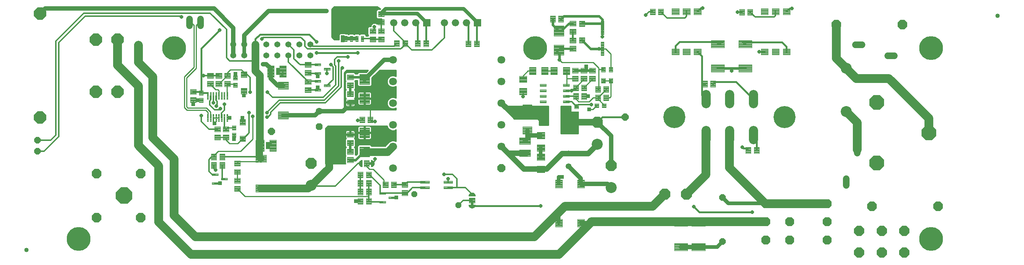
<source format=gtl>
G75*
%MOIN*%
%OFA0B0*%
%FSLAX25Y25*%
%IPPOS*%
%LPD*%
%AMOC8*
5,1,8,0,0,1.08239X$1,22.5*
%
%ADD10C,0.04000*%
%ADD11OC8,0.08850*%
%ADD12C,0.10000*%
%ADD13C,0.06000*%
%ADD14OC8,0.06000*%
%ADD15C,0.00425*%
%ADD16C,0.00409*%
%ADD17C,0.00419*%
%ADD18OC8,0.10000*%
%ADD19C,0.00402*%
%ADD20C,0.05315*%
%ADD21OC8,0.08268*%
%ADD22C,0.07087*%
%ADD23OC8,0.07087*%
%ADD24OC8,0.13386*%
%ADD25OC8,0.11268*%
%ADD26C,0.20000*%
%ADD27OC8,0.08600*%
%ADD28OC8,0.15000*%
%ADD29C,0.08250*%
%ADD30C,0.00394*%
%ADD31R,0.06600X0.06600*%
%ADD32C,0.06600*%
%ADD33C,0.05400*%
%ADD34C,0.05906*%
%ADD35OC8,0.06496*%
%ADD36C,0.00378*%
%ADD37OC8,0.05400*%
%ADD38C,0.00408*%
%ADD39C,0.00386*%
%ADD40C,0.00400*%
%ADD41C,0.00100*%
%ADD42C,0.00390*%
%ADD43OC8,0.06300*%
%ADD44C,0.06300*%
%ADD45C,0.00396*%
%ADD46OC8,0.05906*%
%ADD47OC8,0.09055*%
%ADD48C,0.00406*%
%ADD49C,0.00413*%
%ADD50C,0.00339*%
%ADD51C,0.21654*%
%ADD52C,0.08000*%
%ADD53C,0.01600*%
%ADD54C,0.03200*%
%ADD55OC8,0.03175*%
%ADD56C,0.01200*%
%ADD57C,0.07000*%
%ADD58C,0.01000*%
%ADD59C,0.06600*%
%ADD60C,0.02400*%
%ADD61C,0.04000*%
%ADD62R,0.03175X0.03175*%
%ADD63C,0.05000*%
%ADD64C,0.03000*%
%ADD65C,0.02000*%
D10*
X0070510Y0071925D03*
X0951629Y0284524D03*
D11*
X0865418Y0276364D03*
X0805418Y0276364D03*
X0837668Y0111364D03*
X0897668Y0111364D03*
D12*
X0814418Y0197364D03*
X0814418Y0236734D03*
X0588449Y0167864D03*
X0600949Y0128614D03*
X0328699Y0130364D03*
D13*
X0567199Y0187864D02*
X0588449Y0187864D01*
X0814418Y0136350D02*
X0814418Y0130350D01*
X0824418Y0159878D02*
X0824418Y0165878D01*
X0852182Y0248114D02*
X0858182Y0248114D01*
X0828654Y0258114D02*
X0822654Y0258114D01*
D14*
X0702199Y0119364D03*
X0702199Y0079364D03*
X0171918Y0217896D03*
X0171918Y0257896D03*
D15*
X0298740Y0224528D02*
X0308158Y0224528D01*
X0308158Y0217866D01*
X0298740Y0217866D01*
X0298740Y0224528D01*
X0298740Y0218290D02*
X0308158Y0218290D01*
X0308158Y0218714D02*
X0298740Y0218714D01*
X0298740Y0219138D02*
X0308158Y0219138D01*
X0308158Y0219562D02*
X0298740Y0219562D01*
X0298740Y0219986D02*
X0308158Y0219986D01*
X0308158Y0220410D02*
X0298740Y0220410D01*
X0298740Y0220834D02*
X0308158Y0220834D01*
X0308158Y0221258D02*
X0298740Y0221258D01*
X0298740Y0221682D02*
X0308158Y0221682D01*
X0308158Y0222106D02*
X0298740Y0222106D01*
X0298740Y0222530D02*
X0308158Y0222530D01*
X0308158Y0222954D02*
X0298740Y0222954D01*
X0298740Y0223378D02*
X0308158Y0223378D01*
X0308158Y0223802D02*
X0298740Y0223802D01*
X0298740Y0224226D02*
X0308158Y0224226D01*
X0308158Y0197362D02*
X0298740Y0197362D01*
X0308158Y0197362D02*
X0308158Y0190700D01*
X0298740Y0190700D01*
X0298740Y0197362D01*
X0298740Y0191124D02*
X0308158Y0191124D01*
X0308158Y0191548D02*
X0298740Y0191548D01*
X0298740Y0191972D02*
X0308158Y0191972D01*
X0308158Y0192396D02*
X0298740Y0192396D01*
X0298740Y0192820D02*
X0308158Y0192820D01*
X0308158Y0193244D02*
X0298740Y0193244D01*
X0298740Y0193668D02*
X0308158Y0193668D01*
X0308158Y0194092D02*
X0298740Y0194092D01*
X0298740Y0194516D02*
X0308158Y0194516D01*
X0308158Y0194940D02*
X0298740Y0194940D01*
X0298740Y0195364D02*
X0308158Y0195364D01*
X0308158Y0195788D02*
X0298740Y0195788D01*
X0298740Y0196212D02*
X0308158Y0196212D01*
X0308158Y0196636D02*
X0298740Y0196636D01*
X0298740Y0197060D02*
X0308158Y0197060D01*
X0287908Y0158278D02*
X0278490Y0158278D01*
X0287908Y0158278D02*
X0287908Y0151616D01*
X0278490Y0151616D01*
X0278490Y0158278D01*
X0278490Y0152040D02*
X0287908Y0152040D01*
X0287908Y0152464D02*
X0278490Y0152464D01*
X0278490Y0152888D02*
X0287908Y0152888D01*
X0287908Y0153312D02*
X0278490Y0153312D01*
X0278490Y0153736D02*
X0287908Y0153736D01*
X0287908Y0154160D02*
X0278490Y0154160D01*
X0278490Y0154584D02*
X0287908Y0154584D01*
X0287908Y0155008D02*
X0278490Y0155008D01*
X0278490Y0155432D02*
X0287908Y0155432D01*
X0287908Y0155856D02*
X0278490Y0155856D01*
X0278490Y0156280D02*
X0287908Y0156280D01*
X0287908Y0156704D02*
X0278490Y0156704D01*
X0278490Y0157128D02*
X0287908Y0157128D01*
X0287908Y0157552D02*
X0278490Y0157552D01*
X0278490Y0157976D02*
X0287908Y0157976D01*
X0287908Y0131112D02*
X0278490Y0131112D01*
X0287908Y0131112D02*
X0287908Y0124450D01*
X0278490Y0124450D01*
X0278490Y0131112D01*
X0278490Y0124874D02*
X0287908Y0124874D01*
X0287908Y0125298D02*
X0278490Y0125298D01*
X0278490Y0125722D02*
X0287908Y0125722D01*
X0287908Y0126146D02*
X0278490Y0126146D01*
X0278490Y0126570D02*
X0287908Y0126570D01*
X0287908Y0126994D02*
X0278490Y0126994D01*
X0278490Y0127418D02*
X0287908Y0127418D01*
X0287908Y0127842D02*
X0278490Y0127842D01*
X0278490Y0128266D02*
X0287908Y0128266D01*
X0287908Y0128690D02*
X0278490Y0128690D01*
X0278490Y0129114D02*
X0287908Y0129114D01*
X0287908Y0129538D02*
X0278490Y0129538D01*
X0278490Y0129962D02*
X0287908Y0129962D01*
X0287908Y0130386D02*
X0278490Y0130386D01*
X0278490Y0130810D02*
X0287908Y0130810D01*
X0529067Y0176994D02*
X0529067Y0183656D01*
X0529067Y0176994D02*
X0520831Y0176994D01*
X0520831Y0183656D01*
X0529067Y0183656D01*
X0529067Y0177418D02*
X0520831Y0177418D01*
X0520831Y0177842D02*
X0529067Y0177842D01*
X0529067Y0178266D02*
X0520831Y0178266D01*
X0520831Y0178690D02*
X0529067Y0178690D01*
X0529067Y0179114D02*
X0520831Y0179114D01*
X0520831Y0179538D02*
X0529067Y0179538D01*
X0529067Y0179962D02*
X0520831Y0179962D01*
X0520831Y0180386D02*
X0529067Y0180386D01*
X0529067Y0180810D02*
X0520831Y0180810D01*
X0520831Y0181234D02*
X0529067Y0181234D01*
X0529067Y0181658D02*
X0520831Y0181658D01*
X0520831Y0182082D02*
X0529067Y0182082D01*
X0529067Y0182506D02*
X0520831Y0182506D01*
X0520831Y0182930D02*
X0529067Y0182930D01*
X0529067Y0183354D02*
X0520831Y0183354D01*
X0529067Y0197073D02*
X0529067Y0203735D01*
X0529067Y0197073D02*
X0520831Y0197073D01*
X0520831Y0203735D01*
X0529067Y0203735D01*
X0529067Y0197497D02*
X0520831Y0197497D01*
X0520831Y0197921D02*
X0529067Y0197921D01*
X0529067Y0198345D02*
X0520831Y0198345D01*
X0520831Y0198769D02*
X0529067Y0198769D01*
X0529067Y0199193D02*
X0520831Y0199193D01*
X0520831Y0199617D02*
X0529067Y0199617D01*
X0529067Y0200041D02*
X0520831Y0200041D01*
X0520831Y0200465D02*
X0529067Y0200465D01*
X0529067Y0200889D02*
X0520831Y0200889D01*
X0520831Y0201313D02*
X0529067Y0201313D01*
X0529067Y0201737D02*
X0520831Y0201737D01*
X0520831Y0202161D02*
X0529067Y0202161D01*
X0529067Y0202585D02*
X0520831Y0202585D01*
X0520831Y0203009D02*
X0529067Y0203009D01*
X0529067Y0203433D02*
X0520831Y0203433D01*
X0691612Y0233510D02*
X0691612Y0240172D01*
X0703786Y0240172D01*
X0703786Y0233510D01*
X0691612Y0233510D01*
X0691612Y0233934D02*
X0703786Y0233934D01*
X0703786Y0234358D02*
X0691612Y0234358D01*
X0691612Y0234782D02*
X0703786Y0234782D01*
X0703786Y0235206D02*
X0691612Y0235206D01*
X0691612Y0235630D02*
X0703786Y0235630D01*
X0703786Y0236054D02*
X0691612Y0236054D01*
X0691612Y0236478D02*
X0703786Y0236478D01*
X0703786Y0236902D02*
X0691612Y0236902D01*
X0691612Y0237326D02*
X0703786Y0237326D01*
X0703786Y0237750D02*
X0691612Y0237750D01*
X0691612Y0238174D02*
X0703786Y0238174D01*
X0703786Y0238598D02*
X0691612Y0238598D01*
X0691612Y0239022D02*
X0703786Y0239022D01*
X0703786Y0239446D02*
X0691612Y0239446D01*
X0691612Y0239870D02*
X0703786Y0239870D01*
X0716612Y0240172D02*
X0716612Y0233510D01*
X0716612Y0240172D02*
X0728786Y0240172D01*
X0728786Y0233510D01*
X0716612Y0233510D01*
X0716612Y0233934D02*
X0728786Y0233934D01*
X0728786Y0234358D02*
X0716612Y0234358D01*
X0716612Y0234782D02*
X0728786Y0234782D01*
X0728786Y0235206D02*
X0716612Y0235206D01*
X0716612Y0235630D02*
X0728786Y0235630D01*
X0728786Y0236054D02*
X0716612Y0236054D01*
X0716612Y0236478D02*
X0728786Y0236478D01*
X0728786Y0236902D02*
X0716612Y0236902D01*
X0716612Y0237326D02*
X0728786Y0237326D01*
X0728786Y0237750D02*
X0716612Y0237750D01*
X0716612Y0238174D02*
X0728786Y0238174D01*
X0728786Y0238598D02*
X0716612Y0238598D01*
X0716612Y0239022D02*
X0728786Y0239022D01*
X0728786Y0239446D02*
X0716612Y0239446D01*
X0716612Y0239870D02*
X0728786Y0239870D01*
X0716612Y0255557D02*
X0716612Y0262219D01*
X0728786Y0262219D01*
X0728786Y0255557D01*
X0716612Y0255557D01*
X0716612Y0255981D02*
X0728786Y0255981D01*
X0728786Y0256405D02*
X0716612Y0256405D01*
X0716612Y0256829D02*
X0728786Y0256829D01*
X0728786Y0257253D02*
X0716612Y0257253D01*
X0716612Y0257677D02*
X0728786Y0257677D01*
X0728786Y0258101D02*
X0716612Y0258101D01*
X0716612Y0258525D02*
X0728786Y0258525D01*
X0728786Y0258949D02*
X0716612Y0258949D01*
X0716612Y0259373D02*
X0728786Y0259373D01*
X0728786Y0259797D02*
X0716612Y0259797D01*
X0716612Y0260221D02*
X0728786Y0260221D01*
X0728786Y0260645D02*
X0716612Y0260645D01*
X0716612Y0261069D02*
X0728786Y0261069D01*
X0728786Y0261493D02*
X0716612Y0261493D01*
X0716612Y0261917D02*
X0728786Y0261917D01*
X0691612Y0262219D02*
X0691612Y0255557D01*
X0691612Y0262219D02*
X0703786Y0262219D01*
X0703786Y0255557D01*
X0691612Y0255557D01*
X0691612Y0255981D02*
X0703786Y0255981D01*
X0703786Y0256405D02*
X0691612Y0256405D01*
X0691612Y0256829D02*
X0703786Y0256829D01*
X0703786Y0257253D02*
X0691612Y0257253D01*
X0691612Y0257677D02*
X0703786Y0257677D01*
X0703786Y0258101D02*
X0691612Y0258101D01*
X0691612Y0258525D02*
X0703786Y0258525D01*
X0703786Y0258949D02*
X0691612Y0258949D01*
X0691612Y0259373D02*
X0703786Y0259373D01*
X0703786Y0259797D02*
X0691612Y0259797D01*
X0691612Y0260221D02*
X0703786Y0260221D01*
X0703786Y0260645D02*
X0691612Y0260645D01*
X0691612Y0261069D02*
X0703786Y0261069D01*
X0703786Y0261493D02*
X0691612Y0261493D01*
X0691612Y0261917D02*
X0703786Y0261917D01*
X0674112Y0099969D02*
X0674112Y0093307D01*
X0674112Y0099969D02*
X0686286Y0099969D01*
X0686286Y0093307D01*
X0674112Y0093307D01*
X0674112Y0093731D02*
X0686286Y0093731D01*
X0686286Y0094155D02*
X0674112Y0094155D01*
X0674112Y0094579D02*
X0686286Y0094579D01*
X0686286Y0095003D02*
X0674112Y0095003D01*
X0674112Y0095427D02*
X0686286Y0095427D01*
X0686286Y0095851D02*
X0674112Y0095851D01*
X0674112Y0096275D02*
X0686286Y0096275D01*
X0686286Y0096699D02*
X0674112Y0096699D01*
X0674112Y0097123D02*
X0686286Y0097123D01*
X0686286Y0097547D02*
X0674112Y0097547D01*
X0674112Y0097971D02*
X0686286Y0097971D01*
X0686286Y0098395D02*
X0674112Y0098395D01*
X0674112Y0098819D02*
X0686286Y0098819D01*
X0686286Y0099243D02*
X0674112Y0099243D01*
X0674112Y0099667D02*
X0686286Y0099667D01*
X0658362Y0099969D02*
X0658362Y0093307D01*
X0658362Y0099969D02*
X0670536Y0099969D01*
X0670536Y0093307D01*
X0658362Y0093307D01*
X0658362Y0093731D02*
X0670536Y0093731D01*
X0670536Y0094155D02*
X0658362Y0094155D01*
X0658362Y0094579D02*
X0670536Y0094579D01*
X0670536Y0095003D02*
X0658362Y0095003D01*
X0658362Y0095427D02*
X0670536Y0095427D01*
X0670536Y0095851D02*
X0658362Y0095851D01*
X0658362Y0096275D02*
X0670536Y0096275D01*
X0670536Y0096699D02*
X0658362Y0096699D01*
X0658362Y0097123D02*
X0670536Y0097123D01*
X0670536Y0097547D02*
X0658362Y0097547D01*
X0658362Y0097971D02*
X0670536Y0097971D01*
X0670536Y0098395D02*
X0658362Y0098395D01*
X0658362Y0098819D02*
X0670536Y0098819D01*
X0670536Y0099243D02*
X0658362Y0099243D01*
X0658362Y0099667D02*
X0670536Y0099667D01*
X0658362Y0077922D02*
X0658362Y0071260D01*
X0658362Y0077922D02*
X0670536Y0077922D01*
X0670536Y0071260D01*
X0658362Y0071260D01*
X0658362Y0071684D02*
X0670536Y0071684D01*
X0670536Y0072108D02*
X0658362Y0072108D01*
X0658362Y0072532D02*
X0670536Y0072532D01*
X0670536Y0072956D02*
X0658362Y0072956D01*
X0658362Y0073380D02*
X0670536Y0073380D01*
X0670536Y0073804D02*
X0658362Y0073804D01*
X0658362Y0074228D02*
X0670536Y0074228D01*
X0670536Y0074652D02*
X0658362Y0074652D01*
X0658362Y0075076D02*
X0670536Y0075076D01*
X0670536Y0075500D02*
X0658362Y0075500D01*
X0658362Y0075924D02*
X0670536Y0075924D01*
X0670536Y0076348D02*
X0658362Y0076348D01*
X0658362Y0076772D02*
X0670536Y0076772D01*
X0670536Y0077196D02*
X0658362Y0077196D01*
X0658362Y0077620D02*
X0670536Y0077620D01*
X0674112Y0077922D02*
X0674112Y0071260D01*
X0674112Y0077922D02*
X0686286Y0077922D01*
X0686286Y0071260D01*
X0674112Y0071260D01*
X0674112Y0071684D02*
X0686286Y0071684D01*
X0686286Y0072108D02*
X0674112Y0072108D01*
X0674112Y0072532D02*
X0686286Y0072532D01*
X0686286Y0072956D02*
X0674112Y0072956D01*
X0674112Y0073380D02*
X0686286Y0073380D01*
X0686286Y0073804D02*
X0674112Y0073804D01*
X0674112Y0074228D02*
X0686286Y0074228D01*
X0686286Y0074652D02*
X0674112Y0074652D01*
X0674112Y0075076D02*
X0686286Y0075076D01*
X0686286Y0075500D02*
X0674112Y0075500D01*
X0674112Y0075924D02*
X0686286Y0075924D01*
X0686286Y0076348D02*
X0674112Y0076348D01*
X0674112Y0076772D02*
X0686286Y0076772D01*
X0686286Y0077196D02*
X0674112Y0077196D01*
X0674112Y0077620D02*
X0686286Y0077620D01*
D16*
X0723104Y0159615D02*
X0727814Y0159615D01*
X0723104Y0159615D02*
X0723104Y0165113D01*
X0727814Y0165113D01*
X0727814Y0159615D01*
X0727814Y0160023D02*
X0723104Y0160023D01*
X0723104Y0160431D02*
X0727814Y0160431D01*
X0727814Y0160839D02*
X0723104Y0160839D01*
X0723104Y0161247D02*
X0727814Y0161247D01*
X0727814Y0161655D02*
X0723104Y0161655D01*
X0723104Y0162063D02*
X0727814Y0162063D01*
X0727814Y0162471D02*
X0723104Y0162471D01*
X0723104Y0162879D02*
X0727814Y0162879D01*
X0727814Y0163287D02*
X0723104Y0163287D01*
X0723104Y0163695D02*
X0727814Y0163695D01*
X0727814Y0164103D02*
X0723104Y0164103D01*
X0723104Y0164511D02*
X0727814Y0164511D01*
X0727814Y0164919D02*
X0723104Y0164919D01*
X0730585Y0159615D02*
X0735295Y0159615D01*
X0730585Y0159615D02*
X0730585Y0165113D01*
X0735295Y0165113D01*
X0735295Y0159615D01*
X0735295Y0160023D02*
X0730585Y0160023D01*
X0730585Y0160431D02*
X0735295Y0160431D01*
X0735295Y0160839D02*
X0730585Y0160839D01*
X0730585Y0161247D02*
X0735295Y0161247D01*
X0735295Y0161655D02*
X0730585Y0161655D01*
X0730585Y0162063D02*
X0735295Y0162063D01*
X0735295Y0162471D02*
X0730585Y0162471D01*
X0730585Y0162879D02*
X0735295Y0162879D01*
X0735295Y0163287D02*
X0730585Y0163287D01*
X0730585Y0163695D02*
X0735295Y0163695D01*
X0735295Y0164103D02*
X0730585Y0164103D01*
X0730585Y0164511D02*
X0735295Y0164511D01*
X0735295Y0164919D02*
X0730585Y0164919D01*
X0598795Y0207365D02*
X0594085Y0207365D01*
X0594085Y0212863D01*
X0598795Y0212863D01*
X0598795Y0207365D01*
X0598795Y0207773D02*
X0594085Y0207773D01*
X0594085Y0208181D02*
X0598795Y0208181D01*
X0598795Y0208589D02*
X0594085Y0208589D01*
X0594085Y0208997D02*
X0598795Y0208997D01*
X0598795Y0209405D02*
X0594085Y0209405D01*
X0594085Y0209813D02*
X0598795Y0209813D01*
X0598795Y0210221D02*
X0594085Y0210221D01*
X0594085Y0210629D02*
X0598795Y0210629D01*
X0598795Y0211037D02*
X0594085Y0211037D01*
X0594085Y0211445D02*
X0598795Y0211445D01*
X0598795Y0211853D02*
X0594085Y0211853D01*
X0594085Y0212261D02*
X0598795Y0212261D01*
X0598795Y0212669D02*
X0594085Y0212669D01*
X0591314Y0207365D02*
X0586604Y0207365D01*
X0586604Y0212863D01*
X0591314Y0212863D01*
X0591314Y0207365D01*
X0591314Y0207773D02*
X0586604Y0207773D01*
X0586604Y0208181D02*
X0591314Y0208181D01*
X0591314Y0208589D02*
X0586604Y0208589D01*
X0586604Y0208997D02*
X0591314Y0208997D01*
X0591314Y0209405D02*
X0586604Y0209405D01*
X0586604Y0209813D02*
X0591314Y0209813D01*
X0591314Y0210221D02*
X0586604Y0210221D01*
X0586604Y0210629D02*
X0591314Y0210629D01*
X0591314Y0211037D02*
X0586604Y0211037D01*
X0586604Y0211445D02*
X0591314Y0211445D01*
X0591314Y0211853D02*
X0586604Y0211853D01*
X0586604Y0212261D02*
X0591314Y0212261D01*
X0591314Y0212669D02*
X0586604Y0212669D01*
X0578795Y0214113D02*
X0574085Y0214113D01*
X0578795Y0214113D02*
X0578795Y0208615D01*
X0574085Y0208615D01*
X0574085Y0214113D01*
X0574085Y0209023D02*
X0578795Y0209023D01*
X0578795Y0209431D02*
X0574085Y0209431D01*
X0574085Y0209839D02*
X0578795Y0209839D01*
X0578795Y0210247D02*
X0574085Y0210247D01*
X0574085Y0210655D02*
X0578795Y0210655D01*
X0578795Y0211063D02*
X0574085Y0211063D01*
X0574085Y0211471D02*
X0578795Y0211471D01*
X0578795Y0211879D02*
X0574085Y0211879D01*
X0574085Y0212287D02*
X0578795Y0212287D01*
X0578795Y0212695D02*
X0574085Y0212695D01*
X0574085Y0213103D02*
X0578795Y0213103D01*
X0578795Y0213511D02*
X0574085Y0213511D01*
X0574085Y0213919D02*
X0578795Y0213919D01*
X0571314Y0214113D02*
X0566604Y0214113D01*
X0571314Y0214113D02*
X0571314Y0208615D01*
X0566604Y0208615D01*
X0566604Y0214113D01*
X0566604Y0209023D02*
X0571314Y0209023D01*
X0571314Y0209431D02*
X0566604Y0209431D01*
X0566604Y0209839D02*
X0571314Y0209839D01*
X0571314Y0210247D02*
X0566604Y0210247D01*
X0566604Y0210655D02*
X0571314Y0210655D01*
X0571314Y0211063D02*
X0566604Y0211063D01*
X0566604Y0211471D02*
X0571314Y0211471D01*
X0571314Y0211879D02*
X0566604Y0211879D01*
X0566604Y0212287D02*
X0571314Y0212287D01*
X0571314Y0212695D02*
X0566604Y0212695D01*
X0566604Y0213103D02*
X0571314Y0213103D01*
X0571314Y0213511D02*
X0566604Y0213511D01*
X0566604Y0213919D02*
X0571314Y0213919D01*
X0571314Y0221863D02*
X0566604Y0221863D01*
X0571314Y0221863D02*
X0571314Y0216365D01*
X0566604Y0216365D01*
X0566604Y0221863D01*
X0566604Y0216773D02*
X0571314Y0216773D01*
X0571314Y0217181D02*
X0566604Y0217181D01*
X0566604Y0217589D02*
X0571314Y0217589D01*
X0571314Y0217997D02*
X0566604Y0217997D01*
X0566604Y0218405D02*
X0571314Y0218405D01*
X0571314Y0218813D02*
X0566604Y0218813D01*
X0566604Y0219221D02*
X0571314Y0219221D01*
X0571314Y0219629D02*
X0566604Y0219629D01*
X0566604Y0220037D02*
X0571314Y0220037D01*
X0571314Y0220445D02*
X0566604Y0220445D01*
X0566604Y0220853D02*
X0571314Y0220853D01*
X0571314Y0221261D02*
X0566604Y0221261D01*
X0566604Y0221669D02*
X0571314Y0221669D01*
X0574085Y0221863D02*
X0578795Y0221863D01*
X0578795Y0216365D01*
X0574085Y0216365D01*
X0574085Y0221863D01*
X0574085Y0216773D02*
X0578795Y0216773D01*
X0578795Y0217181D02*
X0574085Y0217181D01*
X0574085Y0217589D02*
X0578795Y0217589D01*
X0578795Y0217997D02*
X0574085Y0217997D01*
X0574085Y0218405D02*
X0578795Y0218405D01*
X0578795Y0218813D02*
X0574085Y0218813D01*
X0574085Y0219221D02*
X0578795Y0219221D01*
X0578795Y0219629D02*
X0574085Y0219629D01*
X0574085Y0220037D02*
X0578795Y0220037D01*
X0578795Y0220445D02*
X0574085Y0220445D01*
X0574085Y0220853D02*
X0578795Y0220853D01*
X0578795Y0221261D02*
X0574085Y0221261D01*
X0574085Y0221669D02*
X0578795Y0221669D01*
X0586604Y0220613D02*
X0591314Y0220613D01*
X0591314Y0215115D01*
X0586604Y0215115D01*
X0586604Y0220613D01*
X0586604Y0215523D02*
X0591314Y0215523D01*
X0591314Y0215931D02*
X0586604Y0215931D01*
X0586604Y0216339D02*
X0591314Y0216339D01*
X0591314Y0216747D02*
X0586604Y0216747D01*
X0586604Y0217155D02*
X0591314Y0217155D01*
X0591314Y0217563D02*
X0586604Y0217563D01*
X0586604Y0217971D02*
X0591314Y0217971D01*
X0591314Y0218379D02*
X0586604Y0218379D01*
X0586604Y0218787D02*
X0591314Y0218787D01*
X0591314Y0219195D02*
X0586604Y0219195D01*
X0586604Y0219603D02*
X0591314Y0219603D01*
X0591314Y0220011D02*
X0586604Y0220011D01*
X0586604Y0220419D02*
X0591314Y0220419D01*
X0594085Y0220613D02*
X0598795Y0220613D01*
X0598795Y0215115D01*
X0594085Y0215115D01*
X0594085Y0220613D01*
X0594085Y0215523D02*
X0598795Y0215523D01*
X0598795Y0215931D02*
X0594085Y0215931D01*
X0594085Y0216339D02*
X0598795Y0216339D01*
X0598795Y0216747D02*
X0594085Y0216747D01*
X0594085Y0217155D02*
X0598795Y0217155D01*
X0598795Y0217563D02*
X0594085Y0217563D01*
X0594085Y0217971D02*
X0598795Y0217971D01*
X0598795Y0218379D02*
X0594085Y0218379D01*
X0594085Y0218787D02*
X0598795Y0218787D01*
X0598795Y0219195D02*
X0594085Y0219195D01*
X0594085Y0219603D02*
X0598795Y0219603D01*
X0598795Y0220011D02*
X0594085Y0220011D01*
X0594085Y0220419D02*
X0598795Y0220419D01*
X0586698Y0225019D02*
X0586698Y0229729D01*
X0586698Y0225019D02*
X0581200Y0225019D01*
X0581200Y0229729D01*
X0586698Y0229729D01*
X0586698Y0225427D02*
X0581200Y0225427D01*
X0581200Y0225835D02*
X0586698Y0225835D01*
X0586698Y0226243D02*
X0581200Y0226243D01*
X0581200Y0226651D02*
X0586698Y0226651D01*
X0586698Y0227059D02*
X0581200Y0227059D01*
X0581200Y0227467D02*
X0586698Y0227467D01*
X0586698Y0227875D02*
X0581200Y0227875D01*
X0581200Y0228283D02*
X0586698Y0228283D01*
X0586698Y0228691D02*
X0581200Y0228691D01*
X0581200Y0229099D02*
X0586698Y0229099D01*
X0586698Y0229507D02*
X0581200Y0229507D01*
X0578948Y0229729D02*
X0578948Y0225019D01*
X0573450Y0225019D01*
X0573450Y0229729D01*
X0578948Y0229729D01*
X0578948Y0225427D02*
X0573450Y0225427D01*
X0573450Y0225835D02*
X0578948Y0225835D01*
X0578948Y0226243D02*
X0573450Y0226243D01*
X0573450Y0226651D02*
X0578948Y0226651D01*
X0578948Y0227059D02*
X0573450Y0227059D01*
X0573450Y0227467D02*
X0578948Y0227467D01*
X0578948Y0227875D02*
X0573450Y0227875D01*
X0573450Y0228283D02*
X0578948Y0228283D01*
X0578948Y0228691D02*
X0573450Y0228691D01*
X0573450Y0229099D02*
X0578948Y0229099D01*
X0578948Y0229507D02*
X0573450Y0229507D01*
X0571198Y0229729D02*
X0571198Y0225019D01*
X0565700Y0225019D01*
X0565700Y0229729D01*
X0571198Y0229729D01*
X0571198Y0225427D02*
X0565700Y0225427D01*
X0565700Y0225835D02*
X0571198Y0225835D01*
X0571198Y0226243D02*
X0565700Y0226243D01*
X0565700Y0226651D02*
X0571198Y0226651D01*
X0571198Y0227059D02*
X0565700Y0227059D01*
X0565700Y0227467D02*
X0571198Y0227467D01*
X0571198Y0227875D02*
X0565700Y0227875D01*
X0565700Y0228283D02*
X0571198Y0228283D01*
X0571198Y0228691D02*
X0565700Y0228691D01*
X0565700Y0229099D02*
X0571198Y0229099D01*
X0571198Y0229507D02*
X0565700Y0229507D01*
X0571198Y0232499D02*
X0571198Y0237209D01*
X0571198Y0232499D02*
X0565700Y0232499D01*
X0565700Y0237209D01*
X0571198Y0237209D01*
X0571198Y0232907D02*
X0565700Y0232907D01*
X0565700Y0233315D02*
X0571198Y0233315D01*
X0571198Y0233723D02*
X0565700Y0233723D01*
X0565700Y0234131D02*
X0571198Y0234131D01*
X0571198Y0234539D02*
X0565700Y0234539D01*
X0565700Y0234947D02*
X0571198Y0234947D01*
X0571198Y0235355D02*
X0565700Y0235355D01*
X0565700Y0235763D02*
X0571198Y0235763D01*
X0571198Y0236171D02*
X0565700Y0236171D01*
X0565700Y0236579D02*
X0571198Y0236579D01*
X0571198Y0236987D02*
X0565700Y0236987D01*
X0578948Y0237209D02*
X0578948Y0232499D01*
X0573450Y0232499D01*
X0573450Y0237209D01*
X0578948Y0237209D01*
X0578948Y0232907D02*
X0573450Y0232907D01*
X0573450Y0233315D02*
X0578948Y0233315D01*
X0578948Y0233723D02*
X0573450Y0233723D01*
X0573450Y0234131D02*
X0578948Y0234131D01*
X0578948Y0234539D02*
X0573450Y0234539D01*
X0573450Y0234947D02*
X0578948Y0234947D01*
X0578948Y0235355D02*
X0573450Y0235355D01*
X0573450Y0235763D02*
X0578948Y0235763D01*
X0578948Y0236171D02*
X0573450Y0236171D01*
X0573450Y0236579D02*
X0578948Y0236579D01*
X0578948Y0236987D02*
X0573450Y0236987D01*
X0586698Y0237209D02*
X0586698Y0232499D01*
X0581200Y0232499D01*
X0581200Y0237209D01*
X0586698Y0237209D01*
X0586698Y0232907D02*
X0581200Y0232907D01*
X0581200Y0233315D02*
X0586698Y0233315D01*
X0586698Y0233723D02*
X0581200Y0233723D01*
X0581200Y0234131D02*
X0586698Y0234131D01*
X0586698Y0234539D02*
X0581200Y0234539D01*
X0581200Y0234947D02*
X0586698Y0234947D01*
X0586698Y0235355D02*
X0581200Y0235355D01*
X0581200Y0235763D02*
X0586698Y0235763D01*
X0586698Y0236171D02*
X0581200Y0236171D01*
X0581200Y0236579D02*
X0586698Y0236579D01*
X0586698Y0236987D02*
X0581200Y0236987D01*
X0563450Y0252269D02*
X0563450Y0256979D01*
X0568948Y0256979D01*
X0568948Y0252269D01*
X0563450Y0252269D01*
X0563450Y0252677D02*
X0568948Y0252677D01*
X0568948Y0253085D02*
X0563450Y0253085D01*
X0563450Y0253493D02*
X0568948Y0253493D01*
X0568948Y0253901D02*
X0563450Y0253901D01*
X0563450Y0254309D02*
X0568948Y0254309D01*
X0568948Y0254717D02*
X0563450Y0254717D01*
X0563450Y0255125D02*
X0568948Y0255125D01*
X0568948Y0255533D02*
X0563450Y0255533D01*
X0563450Y0255941D02*
X0568948Y0255941D01*
X0568948Y0256349D02*
X0563450Y0256349D01*
X0563450Y0256757D02*
X0568948Y0256757D01*
X0563450Y0259749D02*
X0563450Y0264459D01*
X0568948Y0264459D01*
X0568948Y0259749D01*
X0563450Y0259749D01*
X0563450Y0260157D02*
X0568948Y0260157D01*
X0568948Y0260565D02*
X0563450Y0260565D01*
X0563450Y0260973D02*
X0568948Y0260973D01*
X0568948Y0261381D02*
X0563450Y0261381D01*
X0563450Y0261789D02*
X0568948Y0261789D01*
X0568948Y0262197D02*
X0563450Y0262197D01*
X0563450Y0262605D02*
X0568948Y0262605D01*
X0568948Y0263013D02*
X0563450Y0263013D01*
X0563450Y0263421D02*
X0568948Y0263421D01*
X0568948Y0263829D02*
X0563450Y0263829D01*
X0563450Y0264237D02*
X0568948Y0264237D01*
X0563450Y0267769D02*
X0563450Y0272479D01*
X0568948Y0272479D01*
X0568948Y0267769D01*
X0563450Y0267769D01*
X0563450Y0268177D02*
X0568948Y0268177D01*
X0568948Y0268585D02*
X0563450Y0268585D01*
X0563450Y0268993D02*
X0568948Y0268993D01*
X0568948Y0269401D02*
X0563450Y0269401D01*
X0563450Y0269809D02*
X0568948Y0269809D01*
X0568948Y0270217D02*
X0563450Y0270217D01*
X0563450Y0270625D02*
X0568948Y0270625D01*
X0568948Y0271033D02*
X0563450Y0271033D01*
X0563450Y0271441D02*
X0568948Y0271441D01*
X0568948Y0271849D02*
X0563450Y0271849D01*
X0563450Y0272257D02*
X0568948Y0272257D01*
X0563450Y0275249D02*
X0563450Y0279959D01*
X0568948Y0279959D01*
X0568948Y0275249D01*
X0563450Y0275249D01*
X0563450Y0275657D02*
X0568948Y0275657D01*
X0568948Y0276065D02*
X0563450Y0276065D01*
X0563450Y0276473D02*
X0568948Y0276473D01*
X0568948Y0276881D02*
X0563450Y0276881D01*
X0563450Y0277289D02*
X0568948Y0277289D01*
X0568948Y0277697D02*
X0563450Y0277697D01*
X0563450Y0278105D02*
X0568948Y0278105D01*
X0568948Y0278513D02*
X0563450Y0278513D01*
X0563450Y0278921D02*
X0568948Y0278921D01*
X0568948Y0279329D02*
X0563450Y0279329D01*
X0563450Y0279737D02*
X0568948Y0279737D01*
X0557795Y0278865D02*
X0553085Y0278865D01*
X0553085Y0284363D01*
X0557795Y0284363D01*
X0557795Y0278865D01*
X0557795Y0279273D02*
X0553085Y0279273D01*
X0553085Y0279681D02*
X0557795Y0279681D01*
X0557795Y0280089D02*
X0553085Y0280089D01*
X0553085Y0280497D02*
X0557795Y0280497D01*
X0557795Y0280905D02*
X0553085Y0280905D01*
X0553085Y0281313D02*
X0557795Y0281313D01*
X0557795Y0281721D02*
X0553085Y0281721D01*
X0553085Y0282129D02*
X0557795Y0282129D01*
X0557795Y0282537D02*
X0553085Y0282537D01*
X0553085Y0282945D02*
X0557795Y0282945D01*
X0557795Y0283353D02*
X0553085Y0283353D01*
X0553085Y0283761D02*
X0557795Y0283761D01*
X0557795Y0284169D02*
X0553085Y0284169D01*
X0550314Y0278865D02*
X0545604Y0278865D01*
X0545604Y0284363D01*
X0550314Y0284363D01*
X0550314Y0278865D01*
X0550314Y0279273D02*
X0545604Y0279273D01*
X0545604Y0279681D02*
X0550314Y0279681D01*
X0550314Y0280089D02*
X0545604Y0280089D01*
X0545604Y0280497D02*
X0550314Y0280497D01*
X0550314Y0280905D02*
X0545604Y0280905D01*
X0545604Y0281313D02*
X0550314Y0281313D01*
X0550314Y0281721D02*
X0545604Y0281721D01*
X0545604Y0282129D02*
X0550314Y0282129D01*
X0550314Y0282537D02*
X0545604Y0282537D01*
X0545604Y0282945D02*
X0550314Y0282945D01*
X0550314Y0283353D02*
X0545604Y0283353D01*
X0545604Y0283761D02*
X0550314Y0283761D01*
X0550314Y0284169D02*
X0545604Y0284169D01*
X0481295Y0256365D02*
X0476585Y0256365D01*
X0476585Y0261863D01*
X0481295Y0261863D01*
X0481295Y0256365D01*
X0481295Y0256773D02*
X0476585Y0256773D01*
X0476585Y0257181D02*
X0481295Y0257181D01*
X0481295Y0257589D02*
X0476585Y0257589D01*
X0476585Y0257997D02*
X0481295Y0257997D01*
X0481295Y0258405D02*
X0476585Y0258405D01*
X0476585Y0258813D02*
X0481295Y0258813D01*
X0481295Y0259221D02*
X0476585Y0259221D01*
X0476585Y0259629D02*
X0481295Y0259629D01*
X0481295Y0260037D02*
X0476585Y0260037D01*
X0476585Y0260445D02*
X0481295Y0260445D01*
X0481295Y0260853D02*
X0476585Y0260853D01*
X0476585Y0261261D02*
X0481295Y0261261D01*
X0481295Y0261669D02*
X0476585Y0261669D01*
X0473814Y0256365D02*
X0469104Y0256365D01*
X0469104Y0261863D01*
X0473814Y0261863D01*
X0473814Y0256365D01*
X0473814Y0256773D02*
X0469104Y0256773D01*
X0469104Y0257181D02*
X0473814Y0257181D01*
X0473814Y0257589D02*
X0469104Y0257589D01*
X0469104Y0257997D02*
X0473814Y0257997D01*
X0473814Y0258405D02*
X0469104Y0258405D01*
X0469104Y0258813D02*
X0473814Y0258813D01*
X0473814Y0259221D02*
X0469104Y0259221D01*
X0469104Y0259629D02*
X0473814Y0259629D01*
X0473814Y0260037D02*
X0469104Y0260037D01*
X0469104Y0260445D02*
X0473814Y0260445D01*
X0473814Y0260853D02*
X0469104Y0260853D01*
X0469104Y0261261D02*
X0473814Y0261261D01*
X0473814Y0261669D02*
X0469104Y0261669D01*
X0435295Y0256615D02*
X0430585Y0256615D01*
X0430585Y0262113D01*
X0435295Y0262113D01*
X0435295Y0256615D01*
X0435295Y0257023D02*
X0430585Y0257023D01*
X0430585Y0257431D02*
X0435295Y0257431D01*
X0435295Y0257839D02*
X0430585Y0257839D01*
X0430585Y0258247D02*
X0435295Y0258247D01*
X0435295Y0258655D02*
X0430585Y0258655D01*
X0430585Y0259063D02*
X0435295Y0259063D01*
X0435295Y0259471D02*
X0430585Y0259471D01*
X0430585Y0259879D02*
X0435295Y0259879D01*
X0435295Y0260287D02*
X0430585Y0260287D01*
X0430585Y0260695D02*
X0435295Y0260695D01*
X0435295Y0261103D02*
X0430585Y0261103D01*
X0430585Y0261511D02*
X0435295Y0261511D01*
X0435295Y0261919D02*
X0430585Y0261919D01*
X0427814Y0256615D02*
X0423104Y0256615D01*
X0423104Y0262113D01*
X0427814Y0262113D01*
X0427814Y0256615D01*
X0427814Y0257023D02*
X0423104Y0257023D01*
X0423104Y0257431D02*
X0427814Y0257431D01*
X0427814Y0257839D02*
X0423104Y0257839D01*
X0423104Y0258247D02*
X0427814Y0258247D01*
X0427814Y0258655D02*
X0423104Y0258655D01*
X0423104Y0259063D02*
X0427814Y0259063D01*
X0427814Y0259471D02*
X0423104Y0259471D01*
X0423104Y0259879D02*
X0427814Y0259879D01*
X0427814Y0260287D02*
X0423104Y0260287D01*
X0423104Y0260695D02*
X0427814Y0260695D01*
X0427814Y0261103D02*
X0423104Y0261103D01*
X0423104Y0261511D02*
X0427814Y0261511D01*
X0427814Y0261919D02*
X0423104Y0261919D01*
X0416295Y0256615D02*
X0411585Y0256615D01*
X0411585Y0262113D01*
X0416295Y0262113D01*
X0416295Y0256615D01*
X0416295Y0257023D02*
X0411585Y0257023D01*
X0411585Y0257431D02*
X0416295Y0257431D01*
X0416295Y0257839D02*
X0411585Y0257839D01*
X0411585Y0258247D02*
X0416295Y0258247D01*
X0416295Y0258655D02*
X0411585Y0258655D01*
X0411585Y0259063D02*
X0416295Y0259063D01*
X0416295Y0259471D02*
X0411585Y0259471D01*
X0411585Y0259879D02*
X0416295Y0259879D01*
X0416295Y0260287D02*
X0411585Y0260287D01*
X0411585Y0260695D02*
X0416295Y0260695D01*
X0416295Y0261103D02*
X0411585Y0261103D01*
X0411585Y0261511D02*
X0416295Y0261511D01*
X0416295Y0261919D02*
X0411585Y0261919D01*
X0408814Y0256615D02*
X0404104Y0256615D01*
X0404104Y0262113D01*
X0408814Y0262113D01*
X0408814Y0256615D01*
X0408814Y0257023D02*
X0404104Y0257023D01*
X0404104Y0257431D02*
X0408814Y0257431D01*
X0408814Y0257839D02*
X0404104Y0257839D01*
X0404104Y0258247D02*
X0408814Y0258247D01*
X0408814Y0258655D02*
X0404104Y0258655D01*
X0404104Y0259063D02*
X0408814Y0259063D01*
X0408814Y0259471D02*
X0404104Y0259471D01*
X0404104Y0259879D02*
X0408814Y0259879D01*
X0408814Y0260287D02*
X0404104Y0260287D01*
X0404104Y0260695D02*
X0408814Y0260695D01*
X0408814Y0261103D02*
X0404104Y0261103D01*
X0404104Y0261511D02*
X0408814Y0261511D01*
X0408814Y0261919D02*
X0404104Y0261919D01*
X0389700Y0260769D02*
X0389700Y0265479D01*
X0395198Y0265479D01*
X0395198Y0260769D01*
X0389700Y0260769D01*
X0389700Y0261177D02*
X0395198Y0261177D01*
X0395198Y0261585D02*
X0389700Y0261585D01*
X0389700Y0261993D02*
X0395198Y0261993D01*
X0395198Y0262401D02*
X0389700Y0262401D01*
X0389700Y0262809D02*
X0395198Y0262809D01*
X0395198Y0263217D02*
X0389700Y0263217D01*
X0389700Y0263625D02*
X0395198Y0263625D01*
X0395198Y0264033D02*
X0389700Y0264033D01*
X0389700Y0264441D02*
X0395198Y0264441D01*
X0395198Y0264849D02*
X0389700Y0264849D01*
X0389700Y0265257D02*
X0395198Y0265257D01*
X0381950Y0265479D02*
X0381950Y0260769D01*
X0381950Y0265479D02*
X0387448Y0265479D01*
X0387448Y0260769D01*
X0381950Y0260769D01*
X0381950Y0261177D02*
X0387448Y0261177D01*
X0387448Y0261585D02*
X0381950Y0261585D01*
X0381950Y0261993D02*
X0387448Y0261993D01*
X0387448Y0262401D02*
X0381950Y0262401D01*
X0381950Y0262809D02*
X0387448Y0262809D01*
X0387448Y0263217D02*
X0381950Y0263217D01*
X0381950Y0263625D02*
X0387448Y0263625D01*
X0387448Y0264033D02*
X0381950Y0264033D01*
X0381950Y0264441D02*
X0387448Y0264441D01*
X0387448Y0264849D02*
X0381950Y0264849D01*
X0381950Y0265257D02*
X0387448Y0265257D01*
X0381950Y0268249D02*
X0381950Y0272959D01*
X0387448Y0272959D01*
X0387448Y0268249D01*
X0381950Y0268249D01*
X0381950Y0268657D02*
X0387448Y0268657D01*
X0387448Y0269065D02*
X0381950Y0269065D01*
X0381950Y0269473D02*
X0387448Y0269473D01*
X0387448Y0269881D02*
X0381950Y0269881D01*
X0381950Y0270289D02*
X0387448Y0270289D01*
X0387448Y0270697D02*
X0381950Y0270697D01*
X0381950Y0271105D02*
X0387448Y0271105D01*
X0387448Y0271513D02*
X0381950Y0271513D01*
X0381950Y0271921D02*
X0387448Y0271921D01*
X0387448Y0272329D02*
X0381950Y0272329D01*
X0381950Y0272737D02*
X0387448Y0272737D01*
X0389700Y0272959D02*
X0389700Y0268249D01*
X0389700Y0272959D02*
X0395198Y0272959D01*
X0395198Y0268249D01*
X0389700Y0268249D01*
X0389700Y0268657D02*
X0395198Y0268657D01*
X0395198Y0269065D02*
X0389700Y0269065D01*
X0389700Y0269473D02*
X0395198Y0269473D01*
X0395198Y0269881D02*
X0389700Y0269881D01*
X0389700Y0270289D02*
X0395198Y0270289D01*
X0395198Y0270697D02*
X0389700Y0270697D01*
X0389700Y0271105D02*
X0395198Y0271105D01*
X0395198Y0271513D02*
X0389700Y0271513D01*
X0389700Y0271921D02*
X0395198Y0271921D01*
X0395198Y0272329D02*
X0389700Y0272329D01*
X0389700Y0272737D02*
X0395198Y0272737D01*
X0395198Y0276269D02*
X0395198Y0280979D01*
X0395198Y0276269D02*
X0389700Y0276269D01*
X0389700Y0280979D01*
X0395198Y0280979D01*
X0395198Y0276677D02*
X0389700Y0276677D01*
X0389700Y0277085D02*
X0395198Y0277085D01*
X0395198Y0277493D02*
X0389700Y0277493D01*
X0389700Y0277901D02*
X0395198Y0277901D01*
X0395198Y0278309D02*
X0389700Y0278309D01*
X0389700Y0278717D02*
X0395198Y0278717D01*
X0395198Y0279125D02*
X0389700Y0279125D01*
X0389700Y0279533D02*
X0395198Y0279533D01*
X0395198Y0279941D02*
X0389700Y0279941D01*
X0389700Y0280349D02*
X0395198Y0280349D01*
X0395198Y0280757D02*
X0389700Y0280757D01*
X0395198Y0283749D02*
X0395198Y0288459D01*
X0395198Y0283749D02*
X0389700Y0283749D01*
X0389700Y0288459D01*
X0395198Y0288459D01*
X0395198Y0284157D02*
X0389700Y0284157D01*
X0389700Y0284565D02*
X0395198Y0284565D01*
X0395198Y0284973D02*
X0389700Y0284973D01*
X0389700Y0285381D02*
X0395198Y0285381D01*
X0395198Y0285789D02*
X0389700Y0285789D01*
X0389700Y0286197D02*
X0395198Y0286197D01*
X0395198Y0286605D02*
X0389700Y0286605D01*
X0389700Y0287013D02*
X0395198Y0287013D01*
X0395198Y0287421D02*
X0389700Y0287421D01*
X0389700Y0287829D02*
X0395198Y0287829D01*
X0395198Y0288237D02*
X0389700Y0288237D01*
X0328698Y0242459D02*
X0328698Y0237749D01*
X0323200Y0237749D01*
X0323200Y0242459D01*
X0328698Y0242459D01*
X0328698Y0238157D02*
X0323200Y0238157D01*
X0323200Y0238565D02*
X0328698Y0238565D01*
X0328698Y0238973D02*
X0323200Y0238973D01*
X0323200Y0239381D02*
X0328698Y0239381D01*
X0328698Y0239789D02*
X0323200Y0239789D01*
X0323200Y0240197D02*
X0328698Y0240197D01*
X0328698Y0240605D02*
X0323200Y0240605D01*
X0323200Y0241013D02*
X0328698Y0241013D01*
X0328698Y0241421D02*
X0323200Y0241421D01*
X0323200Y0241829D02*
X0328698Y0241829D01*
X0328698Y0242237D02*
X0323200Y0242237D01*
X0328698Y0234979D02*
X0328698Y0230269D01*
X0323200Y0230269D01*
X0323200Y0234979D01*
X0328698Y0234979D01*
X0328698Y0230677D02*
X0323200Y0230677D01*
X0323200Y0231085D02*
X0328698Y0231085D01*
X0328698Y0231493D02*
X0323200Y0231493D01*
X0323200Y0231901D02*
X0328698Y0231901D01*
X0328698Y0232309D02*
X0323200Y0232309D01*
X0323200Y0232717D02*
X0328698Y0232717D01*
X0328698Y0233125D02*
X0323200Y0233125D01*
X0323200Y0233533D02*
X0328698Y0233533D01*
X0328698Y0233941D02*
X0323200Y0233941D01*
X0323200Y0234349D02*
X0328698Y0234349D01*
X0328698Y0234757D02*
X0323200Y0234757D01*
X0328698Y0226959D02*
X0328698Y0222249D01*
X0323200Y0222249D01*
X0323200Y0226959D01*
X0328698Y0226959D01*
X0328698Y0222657D02*
X0323200Y0222657D01*
X0323200Y0223065D02*
X0328698Y0223065D01*
X0328698Y0223473D02*
X0323200Y0223473D01*
X0323200Y0223881D02*
X0328698Y0223881D01*
X0328698Y0224289D02*
X0323200Y0224289D01*
X0323200Y0224697D02*
X0328698Y0224697D01*
X0328698Y0225105D02*
X0323200Y0225105D01*
X0323200Y0225513D02*
X0328698Y0225513D01*
X0328698Y0225921D02*
X0323200Y0225921D01*
X0323200Y0226329D02*
X0328698Y0226329D01*
X0328698Y0226737D02*
X0323200Y0226737D01*
X0328698Y0219479D02*
X0328698Y0214769D01*
X0323200Y0214769D01*
X0323200Y0219479D01*
X0328698Y0219479D01*
X0328698Y0215177D02*
X0323200Y0215177D01*
X0323200Y0215585D02*
X0328698Y0215585D01*
X0328698Y0215993D02*
X0323200Y0215993D01*
X0323200Y0216401D02*
X0328698Y0216401D01*
X0328698Y0216809D02*
X0323200Y0216809D01*
X0323200Y0217217D02*
X0328698Y0217217D01*
X0328698Y0217625D02*
X0323200Y0217625D01*
X0323200Y0218033D02*
X0328698Y0218033D01*
X0328698Y0218441D02*
X0323200Y0218441D01*
X0323200Y0218849D02*
X0328698Y0218849D01*
X0328698Y0219257D02*
X0323200Y0219257D01*
X0366948Y0219019D02*
X0366948Y0223729D01*
X0366948Y0219019D02*
X0361450Y0219019D01*
X0361450Y0223729D01*
X0366948Y0223729D01*
X0366948Y0219427D02*
X0361450Y0219427D01*
X0361450Y0219835D02*
X0366948Y0219835D01*
X0366948Y0220243D02*
X0361450Y0220243D01*
X0361450Y0220651D02*
X0366948Y0220651D01*
X0366948Y0221059D02*
X0361450Y0221059D01*
X0361450Y0221467D02*
X0366948Y0221467D01*
X0366948Y0221875D02*
X0361450Y0221875D01*
X0361450Y0222283D02*
X0366948Y0222283D01*
X0366948Y0222691D02*
X0361450Y0222691D01*
X0361450Y0223099D02*
X0366948Y0223099D01*
X0366948Y0223507D02*
X0361450Y0223507D01*
X0366948Y0226499D02*
X0366948Y0231209D01*
X0366948Y0226499D02*
X0361450Y0226499D01*
X0361450Y0231209D01*
X0366948Y0231209D01*
X0366948Y0226907D02*
X0361450Y0226907D01*
X0361450Y0227315D02*
X0366948Y0227315D01*
X0366948Y0227723D02*
X0361450Y0227723D01*
X0361450Y0228131D02*
X0366948Y0228131D01*
X0366948Y0228539D02*
X0361450Y0228539D01*
X0361450Y0228947D02*
X0366948Y0228947D01*
X0366948Y0229355D02*
X0361450Y0229355D01*
X0361450Y0229763D02*
X0366948Y0229763D01*
X0366948Y0230171D02*
X0361450Y0230171D01*
X0361450Y0230579D02*
X0366948Y0230579D01*
X0366948Y0230987D02*
X0361450Y0230987D01*
X0366948Y0215709D02*
X0366948Y0210999D01*
X0361450Y0210999D01*
X0361450Y0215709D01*
X0366948Y0215709D01*
X0366948Y0211407D02*
X0361450Y0211407D01*
X0361450Y0211815D02*
X0366948Y0211815D01*
X0366948Y0212223D02*
X0361450Y0212223D01*
X0361450Y0212631D02*
X0366948Y0212631D01*
X0366948Y0213039D02*
X0361450Y0213039D01*
X0361450Y0213447D02*
X0366948Y0213447D01*
X0366948Y0213855D02*
X0361450Y0213855D01*
X0361450Y0214263D02*
X0366948Y0214263D01*
X0366948Y0214671D02*
X0361450Y0214671D01*
X0361450Y0215079D02*
X0366948Y0215079D01*
X0366948Y0215487D02*
X0361450Y0215487D01*
X0366948Y0208229D02*
X0366948Y0203519D01*
X0361450Y0203519D01*
X0361450Y0208229D01*
X0366948Y0208229D01*
X0366948Y0203927D02*
X0361450Y0203927D01*
X0361450Y0204335D02*
X0366948Y0204335D01*
X0366948Y0204743D02*
X0361450Y0204743D01*
X0361450Y0205151D02*
X0366948Y0205151D01*
X0366948Y0205559D02*
X0361450Y0205559D01*
X0361450Y0205967D02*
X0366948Y0205967D01*
X0366948Y0206375D02*
X0361450Y0206375D01*
X0361450Y0206783D02*
X0366948Y0206783D01*
X0366948Y0207191D02*
X0361450Y0207191D01*
X0361450Y0207599D02*
X0366948Y0207599D01*
X0366948Y0208007D02*
X0361450Y0208007D01*
X0372604Y0192863D02*
X0377314Y0192863D01*
X0377314Y0187365D01*
X0372604Y0187365D01*
X0372604Y0192863D01*
X0372604Y0187773D02*
X0377314Y0187773D01*
X0377314Y0188181D02*
X0372604Y0188181D01*
X0372604Y0188589D02*
X0377314Y0188589D01*
X0377314Y0188997D02*
X0372604Y0188997D01*
X0372604Y0189405D02*
X0377314Y0189405D01*
X0377314Y0189813D02*
X0372604Y0189813D01*
X0372604Y0190221D02*
X0377314Y0190221D01*
X0377314Y0190629D02*
X0372604Y0190629D01*
X0372604Y0191037D02*
X0377314Y0191037D01*
X0377314Y0191445D02*
X0372604Y0191445D01*
X0372604Y0191853D02*
X0377314Y0191853D01*
X0377314Y0192261D02*
X0372604Y0192261D01*
X0372604Y0192669D02*
X0377314Y0192669D01*
X0380085Y0192863D02*
X0384795Y0192863D01*
X0384795Y0187365D01*
X0380085Y0187365D01*
X0380085Y0192863D01*
X0380085Y0187773D02*
X0384795Y0187773D01*
X0384795Y0188181D02*
X0380085Y0188181D01*
X0380085Y0188589D02*
X0384795Y0188589D01*
X0384795Y0188997D02*
X0380085Y0188997D01*
X0380085Y0189405D02*
X0384795Y0189405D01*
X0384795Y0189813D02*
X0380085Y0189813D01*
X0380085Y0190221D02*
X0384795Y0190221D01*
X0384795Y0190629D02*
X0380085Y0190629D01*
X0380085Y0191037D02*
X0384795Y0191037D01*
X0384795Y0191445D02*
X0380085Y0191445D01*
X0380085Y0191853D02*
X0384795Y0191853D01*
X0384795Y0192261D02*
X0380085Y0192261D01*
X0380085Y0192669D02*
X0384795Y0192669D01*
X0361450Y0178959D02*
X0361450Y0174249D01*
X0361450Y0178959D02*
X0366948Y0178959D01*
X0366948Y0174249D01*
X0361450Y0174249D01*
X0361450Y0174657D02*
X0366948Y0174657D01*
X0366948Y0175065D02*
X0361450Y0175065D01*
X0361450Y0175473D02*
X0366948Y0175473D01*
X0366948Y0175881D02*
X0361450Y0175881D01*
X0361450Y0176289D02*
X0366948Y0176289D01*
X0366948Y0176697D02*
X0361450Y0176697D01*
X0361450Y0177105D02*
X0366948Y0177105D01*
X0366948Y0177513D02*
X0361450Y0177513D01*
X0361450Y0177921D02*
X0366948Y0177921D01*
X0366948Y0178329D02*
X0361450Y0178329D01*
X0361450Y0178737D02*
X0366948Y0178737D01*
X0361450Y0171479D02*
X0361450Y0166769D01*
X0361450Y0171479D02*
X0366948Y0171479D01*
X0366948Y0166769D01*
X0361450Y0166769D01*
X0361450Y0167177D02*
X0366948Y0167177D01*
X0366948Y0167585D02*
X0361450Y0167585D01*
X0361450Y0167993D02*
X0366948Y0167993D01*
X0366948Y0168401D02*
X0361450Y0168401D01*
X0361450Y0168809D02*
X0366948Y0168809D01*
X0366948Y0169217D02*
X0361450Y0169217D01*
X0361450Y0169625D02*
X0366948Y0169625D01*
X0366948Y0170033D02*
X0361450Y0170033D01*
X0361450Y0170441D02*
X0366948Y0170441D01*
X0366948Y0170849D02*
X0361450Y0170849D01*
X0361450Y0171257D02*
X0366948Y0171257D01*
X0361450Y0163459D02*
X0361450Y0158749D01*
X0361450Y0163459D02*
X0366948Y0163459D01*
X0366948Y0158749D01*
X0361450Y0158749D01*
X0361450Y0159157D02*
X0366948Y0159157D01*
X0366948Y0159565D02*
X0361450Y0159565D01*
X0361450Y0159973D02*
X0366948Y0159973D01*
X0366948Y0160381D02*
X0361450Y0160381D01*
X0361450Y0160789D02*
X0366948Y0160789D01*
X0366948Y0161197D02*
X0361450Y0161197D01*
X0361450Y0161605D02*
X0366948Y0161605D01*
X0366948Y0162013D02*
X0361450Y0162013D01*
X0361450Y0162421D02*
X0366948Y0162421D01*
X0366948Y0162829D02*
X0361450Y0162829D01*
X0361450Y0163237D02*
X0366948Y0163237D01*
X0361450Y0155979D02*
X0361450Y0151269D01*
X0361450Y0155979D02*
X0366948Y0155979D01*
X0366948Y0151269D01*
X0361450Y0151269D01*
X0361450Y0151677D02*
X0366948Y0151677D01*
X0366948Y0152085D02*
X0361450Y0152085D01*
X0361450Y0152493D02*
X0366948Y0152493D01*
X0366948Y0152901D02*
X0361450Y0152901D01*
X0361450Y0153309D02*
X0366948Y0153309D01*
X0366948Y0153717D02*
X0361450Y0153717D01*
X0361450Y0154125D02*
X0366948Y0154125D01*
X0366948Y0154533D02*
X0361450Y0154533D01*
X0361450Y0154941D02*
X0366948Y0154941D01*
X0366948Y0155349D02*
X0361450Y0155349D01*
X0361450Y0155757D02*
X0366948Y0155757D01*
X0371104Y0142863D02*
X0375814Y0142863D01*
X0375814Y0137365D01*
X0371104Y0137365D01*
X0371104Y0142863D01*
X0371104Y0137773D02*
X0375814Y0137773D01*
X0375814Y0138181D02*
X0371104Y0138181D01*
X0371104Y0138589D02*
X0375814Y0138589D01*
X0375814Y0138997D02*
X0371104Y0138997D01*
X0371104Y0139405D02*
X0375814Y0139405D01*
X0375814Y0139813D02*
X0371104Y0139813D01*
X0371104Y0140221D02*
X0375814Y0140221D01*
X0375814Y0140629D02*
X0371104Y0140629D01*
X0371104Y0141037D02*
X0375814Y0141037D01*
X0375814Y0141445D02*
X0371104Y0141445D01*
X0371104Y0141853D02*
X0375814Y0141853D01*
X0375814Y0142261D02*
X0371104Y0142261D01*
X0371104Y0142669D02*
X0375814Y0142669D01*
X0378585Y0142863D02*
X0383295Y0142863D01*
X0383295Y0137365D01*
X0378585Y0137365D01*
X0378585Y0142863D01*
X0378585Y0137773D02*
X0383295Y0137773D01*
X0383295Y0138181D02*
X0378585Y0138181D01*
X0378585Y0138589D02*
X0383295Y0138589D01*
X0383295Y0138997D02*
X0378585Y0138997D01*
X0378585Y0139405D02*
X0383295Y0139405D01*
X0383295Y0139813D02*
X0378585Y0139813D01*
X0378585Y0140221D02*
X0383295Y0140221D01*
X0383295Y0140629D02*
X0378585Y0140629D01*
X0378585Y0141037D02*
X0383295Y0141037D01*
X0383295Y0141445D02*
X0378585Y0141445D01*
X0378585Y0141853D02*
X0383295Y0141853D01*
X0383295Y0142261D02*
X0378585Y0142261D01*
X0378585Y0142669D02*
X0383295Y0142669D01*
X0383295Y0129615D02*
X0378585Y0129615D01*
X0378585Y0135113D01*
X0383295Y0135113D01*
X0383295Y0129615D01*
X0383295Y0130023D02*
X0378585Y0130023D01*
X0378585Y0130431D02*
X0383295Y0130431D01*
X0383295Y0130839D02*
X0378585Y0130839D01*
X0378585Y0131247D02*
X0383295Y0131247D01*
X0383295Y0131655D02*
X0378585Y0131655D01*
X0378585Y0132063D02*
X0383295Y0132063D01*
X0383295Y0132471D02*
X0378585Y0132471D01*
X0378585Y0132879D02*
X0383295Y0132879D01*
X0383295Y0133287D02*
X0378585Y0133287D01*
X0378585Y0133695D02*
X0383295Y0133695D01*
X0383295Y0134103D02*
X0378585Y0134103D01*
X0378585Y0134511D02*
X0383295Y0134511D01*
X0383295Y0134919D02*
X0378585Y0134919D01*
X0375814Y0129615D02*
X0371104Y0129615D01*
X0371104Y0135113D01*
X0375814Y0135113D01*
X0375814Y0129615D01*
X0375814Y0130023D02*
X0371104Y0130023D01*
X0371104Y0130431D02*
X0375814Y0130431D01*
X0375814Y0130839D02*
X0371104Y0130839D01*
X0371104Y0131247D02*
X0375814Y0131247D01*
X0375814Y0131655D02*
X0371104Y0131655D01*
X0371104Y0132063D02*
X0375814Y0132063D01*
X0375814Y0132471D02*
X0371104Y0132471D01*
X0371104Y0132879D02*
X0375814Y0132879D01*
X0375814Y0133287D02*
X0371104Y0133287D01*
X0371104Y0133695D02*
X0375814Y0133695D01*
X0375814Y0134103D02*
X0371104Y0134103D01*
X0371104Y0134511D02*
X0375814Y0134511D01*
X0375814Y0134919D02*
X0371104Y0134919D01*
X0393854Y0128365D02*
X0398564Y0128365D01*
X0393854Y0128365D02*
X0393854Y0133863D01*
X0398564Y0133863D01*
X0398564Y0128365D01*
X0398564Y0128773D02*
X0393854Y0128773D01*
X0393854Y0129181D02*
X0398564Y0129181D01*
X0398564Y0129589D02*
X0393854Y0129589D01*
X0393854Y0129997D02*
X0398564Y0129997D01*
X0398564Y0130405D02*
X0393854Y0130405D01*
X0393854Y0130813D02*
X0398564Y0130813D01*
X0398564Y0131221D02*
X0393854Y0131221D01*
X0393854Y0131629D02*
X0398564Y0131629D01*
X0398564Y0132037D02*
X0393854Y0132037D01*
X0393854Y0132445D02*
X0398564Y0132445D01*
X0398564Y0132853D02*
X0393854Y0132853D01*
X0393854Y0133261D02*
X0398564Y0133261D01*
X0398564Y0133669D02*
X0393854Y0133669D01*
X0401335Y0128365D02*
X0406045Y0128365D01*
X0401335Y0128365D02*
X0401335Y0133863D01*
X0406045Y0133863D01*
X0406045Y0128365D01*
X0406045Y0128773D02*
X0401335Y0128773D01*
X0401335Y0129181D02*
X0406045Y0129181D01*
X0406045Y0129589D02*
X0401335Y0129589D01*
X0401335Y0129997D02*
X0406045Y0129997D01*
X0406045Y0130405D02*
X0401335Y0130405D01*
X0401335Y0130813D02*
X0406045Y0130813D01*
X0406045Y0131221D02*
X0401335Y0131221D01*
X0401335Y0131629D02*
X0406045Y0131629D01*
X0406045Y0132037D02*
X0401335Y0132037D01*
X0401335Y0132445D02*
X0406045Y0132445D01*
X0406045Y0132853D02*
X0401335Y0132853D01*
X0401335Y0133261D02*
X0406045Y0133261D01*
X0406045Y0133669D02*
X0401335Y0133669D01*
X0410950Y0133459D02*
X0410950Y0128749D01*
X0410950Y0133459D02*
X0416448Y0133459D01*
X0416448Y0128749D01*
X0410950Y0128749D01*
X0410950Y0129157D02*
X0416448Y0129157D01*
X0416448Y0129565D02*
X0410950Y0129565D01*
X0410950Y0129973D02*
X0416448Y0129973D01*
X0416448Y0130381D02*
X0410950Y0130381D01*
X0410950Y0130789D02*
X0416448Y0130789D01*
X0416448Y0131197D02*
X0410950Y0131197D01*
X0410950Y0131605D02*
X0416448Y0131605D01*
X0416448Y0132013D02*
X0410950Y0132013D01*
X0410950Y0132421D02*
X0416448Y0132421D01*
X0416448Y0132829D02*
X0410950Y0132829D01*
X0410950Y0133237D02*
X0416448Y0133237D01*
X0410950Y0125979D02*
X0410950Y0121269D01*
X0410950Y0125979D02*
X0416448Y0125979D01*
X0416448Y0121269D01*
X0410950Y0121269D01*
X0410950Y0121677D02*
X0416448Y0121677D01*
X0416448Y0122085D02*
X0410950Y0122085D01*
X0410950Y0122493D02*
X0416448Y0122493D01*
X0416448Y0122901D02*
X0410950Y0122901D01*
X0410950Y0123309D02*
X0416448Y0123309D01*
X0416448Y0123717D02*
X0410950Y0123717D01*
X0410950Y0124125D02*
X0416448Y0124125D01*
X0416448Y0124533D02*
X0410950Y0124533D01*
X0410950Y0124941D02*
X0416448Y0124941D01*
X0416448Y0125349D02*
X0410950Y0125349D01*
X0410950Y0125757D02*
X0416448Y0125757D01*
X0383295Y0121865D02*
X0378585Y0121865D01*
X0378585Y0127363D01*
X0383295Y0127363D01*
X0383295Y0121865D01*
X0383295Y0122273D02*
X0378585Y0122273D01*
X0378585Y0122681D02*
X0383295Y0122681D01*
X0383295Y0123089D02*
X0378585Y0123089D01*
X0378585Y0123497D02*
X0383295Y0123497D01*
X0383295Y0123905D02*
X0378585Y0123905D01*
X0378585Y0124313D02*
X0383295Y0124313D01*
X0383295Y0124721D02*
X0378585Y0124721D01*
X0378585Y0125129D02*
X0383295Y0125129D01*
X0383295Y0125537D02*
X0378585Y0125537D01*
X0378585Y0125945D02*
X0383295Y0125945D01*
X0383295Y0126353D02*
X0378585Y0126353D01*
X0378585Y0126761D02*
X0383295Y0126761D01*
X0383295Y0127169D02*
X0378585Y0127169D01*
X0375814Y0121865D02*
X0371104Y0121865D01*
X0371104Y0127363D01*
X0375814Y0127363D01*
X0375814Y0121865D01*
X0375814Y0122273D02*
X0371104Y0122273D01*
X0371104Y0122681D02*
X0375814Y0122681D01*
X0375814Y0123089D02*
X0371104Y0123089D01*
X0371104Y0123497D02*
X0375814Y0123497D01*
X0375814Y0123905D02*
X0371104Y0123905D01*
X0371104Y0124313D02*
X0375814Y0124313D01*
X0375814Y0124721D02*
X0371104Y0124721D01*
X0371104Y0125129D02*
X0375814Y0125129D01*
X0375814Y0125537D02*
X0371104Y0125537D01*
X0371104Y0125945D02*
X0375814Y0125945D01*
X0375814Y0126353D02*
X0371104Y0126353D01*
X0371104Y0126761D02*
X0375814Y0126761D01*
X0375814Y0127169D02*
X0371104Y0127169D01*
X0371104Y0113365D02*
X0375814Y0113365D01*
X0371104Y0113365D02*
X0371104Y0118863D01*
X0375814Y0118863D01*
X0375814Y0113365D01*
X0375814Y0113773D02*
X0371104Y0113773D01*
X0371104Y0114181D02*
X0375814Y0114181D01*
X0375814Y0114589D02*
X0371104Y0114589D01*
X0371104Y0114997D02*
X0375814Y0114997D01*
X0375814Y0115405D02*
X0371104Y0115405D01*
X0371104Y0115813D02*
X0375814Y0115813D01*
X0375814Y0116221D02*
X0371104Y0116221D01*
X0371104Y0116629D02*
X0375814Y0116629D01*
X0375814Y0117037D02*
X0371104Y0117037D01*
X0371104Y0117445D02*
X0375814Y0117445D01*
X0375814Y0117853D02*
X0371104Y0117853D01*
X0371104Y0118261D02*
X0375814Y0118261D01*
X0375814Y0118669D02*
X0371104Y0118669D01*
X0378585Y0113365D02*
X0383295Y0113365D01*
X0378585Y0113365D02*
X0378585Y0118863D01*
X0383295Y0118863D01*
X0383295Y0113365D01*
X0383295Y0113773D02*
X0378585Y0113773D01*
X0378585Y0114181D02*
X0383295Y0114181D01*
X0383295Y0114589D02*
X0378585Y0114589D01*
X0378585Y0114997D02*
X0383295Y0114997D01*
X0383295Y0115405D02*
X0378585Y0115405D01*
X0378585Y0115813D02*
X0383295Y0115813D01*
X0383295Y0116221D02*
X0378585Y0116221D01*
X0378585Y0116629D02*
X0383295Y0116629D01*
X0383295Y0117037D02*
X0378585Y0117037D01*
X0378585Y0117445D02*
X0383295Y0117445D01*
X0383295Y0117853D02*
X0378585Y0117853D01*
X0378585Y0118261D02*
X0383295Y0118261D01*
X0383295Y0118669D02*
X0378585Y0118669D01*
X0264448Y0125019D02*
X0264448Y0129729D01*
X0264448Y0125019D02*
X0258950Y0125019D01*
X0258950Y0129729D01*
X0264448Y0129729D01*
X0264448Y0125427D02*
X0258950Y0125427D01*
X0258950Y0125835D02*
X0264448Y0125835D01*
X0264448Y0126243D02*
X0258950Y0126243D01*
X0258950Y0126651D02*
X0264448Y0126651D01*
X0264448Y0127059D02*
X0258950Y0127059D01*
X0258950Y0127467D02*
X0264448Y0127467D01*
X0264448Y0127875D02*
X0258950Y0127875D01*
X0258950Y0128283D02*
X0264448Y0128283D01*
X0264448Y0128691D02*
X0258950Y0128691D01*
X0258950Y0129099D02*
X0264448Y0129099D01*
X0264448Y0129507D02*
X0258950Y0129507D01*
X0264448Y0132499D02*
X0264448Y0137209D01*
X0264448Y0132499D02*
X0258950Y0132499D01*
X0258950Y0137209D01*
X0264448Y0137209D01*
X0264448Y0132907D02*
X0258950Y0132907D01*
X0258950Y0133315D02*
X0264448Y0133315D01*
X0264448Y0133723D02*
X0258950Y0133723D01*
X0258950Y0134131D02*
X0264448Y0134131D01*
X0264448Y0134539D02*
X0258950Y0134539D01*
X0258950Y0134947D02*
X0264448Y0134947D01*
X0264448Y0135355D02*
X0258950Y0135355D01*
X0258950Y0135763D02*
X0264448Y0135763D01*
X0264448Y0136171D02*
X0258950Y0136171D01*
X0258950Y0136579D02*
X0264448Y0136579D01*
X0264448Y0136987D02*
X0258950Y0136987D01*
X0264448Y0140519D02*
X0264448Y0145229D01*
X0264448Y0140519D02*
X0258950Y0140519D01*
X0258950Y0145229D01*
X0264448Y0145229D01*
X0264448Y0140927D02*
X0258950Y0140927D01*
X0258950Y0141335D02*
X0264448Y0141335D01*
X0264448Y0141743D02*
X0258950Y0141743D01*
X0258950Y0142151D02*
X0264448Y0142151D01*
X0264448Y0142559D02*
X0258950Y0142559D01*
X0258950Y0142967D02*
X0264448Y0142967D01*
X0264448Y0143375D02*
X0258950Y0143375D01*
X0258950Y0143783D02*
X0264448Y0143783D01*
X0264448Y0144191D02*
X0258950Y0144191D01*
X0258950Y0144599D02*
X0264448Y0144599D01*
X0264448Y0145007D02*
X0258950Y0145007D01*
X0264448Y0147999D02*
X0264448Y0152709D01*
X0264448Y0147999D02*
X0258950Y0147999D01*
X0258950Y0152709D01*
X0264448Y0152709D01*
X0264448Y0148407D02*
X0258950Y0148407D01*
X0258950Y0148815D02*
X0264448Y0148815D01*
X0264448Y0149223D02*
X0258950Y0149223D01*
X0258950Y0149631D02*
X0264448Y0149631D01*
X0264448Y0150039D02*
X0258950Y0150039D01*
X0258950Y0150447D02*
X0264448Y0150447D01*
X0264448Y0150855D02*
X0258950Y0150855D01*
X0258950Y0151263D02*
X0264448Y0151263D01*
X0264448Y0151671D02*
X0258950Y0151671D01*
X0258950Y0152079D02*
X0264448Y0152079D01*
X0264448Y0152487D02*
X0258950Y0152487D01*
X0250295Y0145865D02*
X0245585Y0145865D01*
X0245585Y0151363D01*
X0250295Y0151363D01*
X0250295Y0145865D01*
X0250295Y0146273D02*
X0245585Y0146273D01*
X0245585Y0146681D02*
X0250295Y0146681D01*
X0250295Y0147089D02*
X0245585Y0147089D01*
X0245585Y0147497D02*
X0250295Y0147497D01*
X0250295Y0147905D02*
X0245585Y0147905D01*
X0245585Y0148313D02*
X0250295Y0148313D01*
X0250295Y0148721D02*
X0245585Y0148721D01*
X0245585Y0149129D02*
X0250295Y0149129D01*
X0250295Y0149537D02*
X0245585Y0149537D01*
X0245585Y0149945D02*
X0250295Y0149945D01*
X0250295Y0150353D02*
X0245585Y0150353D01*
X0245585Y0150761D02*
X0250295Y0150761D01*
X0250295Y0151169D02*
X0245585Y0151169D01*
X0245585Y0159113D02*
X0250295Y0159113D01*
X0250295Y0153615D01*
X0245585Y0153615D01*
X0245585Y0159113D01*
X0245585Y0154023D02*
X0250295Y0154023D01*
X0250295Y0154431D02*
X0245585Y0154431D01*
X0245585Y0154839D02*
X0250295Y0154839D01*
X0250295Y0155247D02*
X0245585Y0155247D01*
X0245585Y0155655D02*
X0250295Y0155655D01*
X0250295Y0156063D02*
X0245585Y0156063D01*
X0245585Y0156471D02*
X0250295Y0156471D01*
X0250295Y0156879D02*
X0245585Y0156879D01*
X0245585Y0157287D02*
X0250295Y0157287D01*
X0250295Y0157695D02*
X0245585Y0157695D01*
X0245585Y0158103D02*
X0250295Y0158103D01*
X0250295Y0158511D02*
X0245585Y0158511D01*
X0245585Y0158919D02*
X0250295Y0158919D01*
X0242814Y0159113D02*
X0238104Y0159113D01*
X0242814Y0159113D02*
X0242814Y0153615D01*
X0238104Y0153615D01*
X0238104Y0159113D01*
X0238104Y0154023D02*
X0242814Y0154023D01*
X0242814Y0154431D02*
X0238104Y0154431D01*
X0238104Y0154839D02*
X0242814Y0154839D01*
X0242814Y0155247D02*
X0238104Y0155247D01*
X0238104Y0155655D02*
X0242814Y0155655D01*
X0242814Y0156063D02*
X0238104Y0156063D01*
X0238104Y0156471D02*
X0242814Y0156471D01*
X0242814Y0156879D02*
X0238104Y0156879D01*
X0238104Y0157287D02*
X0242814Y0157287D01*
X0242814Y0157695D02*
X0238104Y0157695D01*
X0238104Y0158103D02*
X0242814Y0158103D01*
X0242814Y0158511D02*
X0238104Y0158511D01*
X0238104Y0158919D02*
X0242814Y0158919D01*
X0242814Y0145865D02*
X0238104Y0145865D01*
X0238104Y0151363D01*
X0242814Y0151363D01*
X0242814Y0145865D01*
X0242814Y0146273D02*
X0238104Y0146273D01*
X0238104Y0146681D02*
X0242814Y0146681D01*
X0242814Y0147089D02*
X0238104Y0147089D01*
X0238104Y0147497D02*
X0242814Y0147497D01*
X0242814Y0147905D02*
X0238104Y0147905D01*
X0238104Y0148313D02*
X0242814Y0148313D01*
X0242814Y0148721D02*
X0238104Y0148721D01*
X0238104Y0149129D02*
X0242814Y0149129D01*
X0242814Y0149537D02*
X0238104Y0149537D01*
X0238104Y0149945D02*
X0242814Y0149945D01*
X0242814Y0150353D02*
X0238104Y0150353D01*
X0238104Y0150761D02*
X0242814Y0150761D01*
X0242814Y0151169D02*
X0238104Y0151169D01*
X0246448Y0171769D02*
X0246448Y0176479D01*
X0246448Y0171769D02*
X0240950Y0171769D01*
X0240950Y0176479D01*
X0246448Y0176479D01*
X0246448Y0172177D02*
X0240950Y0172177D01*
X0240950Y0172585D02*
X0246448Y0172585D01*
X0246448Y0172993D02*
X0240950Y0172993D01*
X0240950Y0173401D02*
X0246448Y0173401D01*
X0246448Y0173809D02*
X0240950Y0173809D01*
X0240950Y0174217D02*
X0246448Y0174217D01*
X0246448Y0174625D02*
X0240950Y0174625D01*
X0240950Y0175033D02*
X0246448Y0175033D01*
X0246448Y0175441D02*
X0240950Y0175441D01*
X0240950Y0175849D02*
X0246448Y0175849D01*
X0246448Y0176257D02*
X0240950Y0176257D01*
X0246448Y0179249D02*
X0246448Y0183959D01*
X0246448Y0179249D02*
X0240950Y0179249D01*
X0240950Y0183959D01*
X0246448Y0183959D01*
X0246448Y0179657D02*
X0240950Y0179657D01*
X0240950Y0180065D02*
X0246448Y0180065D01*
X0246448Y0180473D02*
X0240950Y0180473D01*
X0240950Y0180881D02*
X0246448Y0180881D01*
X0246448Y0181289D02*
X0240950Y0181289D01*
X0240950Y0181697D02*
X0246448Y0181697D01*
X0246448Y0182105D02*
X0240950Y0182105D01*
X0240950Y0182513D02*
X0246448Y0182513D01*
X0246448Y0182921D02*
X0240950Y0182921D01*
X0240950Y0183329D02*
X0246448Y0183329D01*
X0246448Y0183737D02*
X0240950Y0183737D01*
X0248700Y0183959D02*
X0248700Y0179249D01*
X0248700Y0183959D02*
X0254198Y0183959D01*
X0254198Y0179249D01*
X0248700Y0179249D01*
X0248700Y0179657D02*
X0254198Y0179657D01*
X0254198Y0180065D02*
X0248700Y0180065D01*
X0248700Y0180473D02*
X0254198Y0180473D01*
X0254198Y0180881D02*
X0248700Y0180881D01*
X0248700Y0181289D02*
X0254198Y0181289D01*
X0254198Y0181697D02*
X0248700Y0181697D01*
X0248700Y0182105D02*
X0254198Y0182105D01*
X0254198Y0182513D02*
X0248700Y0182513D01*
X0248700Y0182921D02*
X0254198Y0182921D01*
X0254198Y0183329D02*
X0248700Y0183329D01*
X0248700Y0183737D02*
X0254198Y0183737D01*
X0248700Y0176479D02*
X0248700Y0171769D01*
X0248700Y0176479D02*
X0254198Y0176479D01*
X0254198Y0171769D01*
X0248700Y0171769D01*
X0248700Y0172177D02*
X0254198Y0172177D01*
X0254198Y0172585D02*
X0248700Y0172585D01*
X0248700Y0172993D02*
X0254198Y0172993D01*
X0254198Y0173401D02*
X0248700Y0173401D01*
X0248700Y0173809D02*
X0254198Y0173809D01*
X0254198Y0174217D02*
X0248700Y0174217D01*
X0248700Y0174625D02*
X0254198Y0174625D01*
X0254198Y0175033D02*
X0248700Y0175033D01*
X0248700Y0175441D02*
X0254198Y0175441D01*
X0254198Y0175849D02*
X0248700Y0175849D01*
X0248700Y0176257D02*
X0254198Y0176257D01*
X0224448Y0205769D02*
X0224448Y0210479D01*
X0224448Y0205769D02*
X0218950Y0205769D01*
X0218950Y0210479D01*
X0224448Y0210479D01*
X0224448Y0206177D02*
X0218950Y0206177D01*
X0218950Y0206585D02*
X0224448Y0206585D01*
X0224448Y0206993D02*
X0218950Y0206993D01*
X0218950Y0207401D02*
X0224448Y0207401D01*
X0224448Y0207809D02*
X0218950Y0207809D01*
X0218950Y0208217D02*
X0224448Y0208217D01*
X0224448Y0208625D02*
X0218950Y0208625D01*
X0218950Y0209033D02*
X0224448Y0209033D01*
X0224448Y0209441D02*
X0218950Y0209441D01*
X0218950Y0209849D02*
X0224448Y0209849D01*
X0224448Y0210257D02*
X0218950Y0210257D01*
X0224448Y0213249D02*
X0224448Y0217959D01*
X0224448Y0213249D02*
X0218950Y0213249D01*
X0218950Y0217959D01*
X0224448Y0217959D01*
X0224448Y0213657D02*
X0218950Y0213657D01*
X0218950Y0214065D02*
X0224448Y0214065D01*
X0224448Y0214473D02*
X0218950Y0214473D01*
X0218950Y0214881D02*
X0224448Y0214881D01*
X0224448Y0215289D02*
X0218950Y0215289D01*
X0218950Y0215697D02*
X0224448Y0215697D01*
X0224448Y0216105D02*
X0218950Y0216105D01*
X0218950Y0216513D02*
X0224448Y0216513D01*
X0224448Y0216921D02*
X0218950Y0216921D01*
X0218950Y0217329D02*
X0224448Y0217329D01*
X0224448Y0217737D02*
X0218950Y0217737D01*
X0239948Y0220269D02*
X0239948Y0224979D01*
X0239948Y0220269D02*
X0234450Y0220269D01*
X0234450Y0224979D01*
X0239948Y0224979D01*
X0239948Y0220677D02*
X0234450Y0220677D01*
X0234450Y0221085D02*
X0239948Y0221085D01*
X0239948Y0221493D02*
X0234450Y0221493D01*
X0234450Y0221901D02*
X0239948Y0221901D01*
X0239948Y0222309D02*
X0234450Y0222309D01*
X0234450Y0222717D02*
X0239948Y0222717D01*
X0239948Y0223125D02*
X0234450Y0223125D01*
X0234450Y0223533D02*
X0239948Y0223533D01*
X0239948Y0223941D02*
X0234450Y0223941D01*
X0234450Y0224349D02*
X0239948Y0224349D01*
X0239948Y0224757D02*
X0234450Y0224757D01*
X0239948Y0227749D02*
X0239948Y0232459D01*
X0239948Y0227749D02*
X0234450Y0227749D01*
X0234450Y0232459D01*
X0239948Y0232459D01*
X0239948Y0228157D02*
X0234450Y0228157D01*
X0234450Y0228565D02*
X0239948Y0228565D01*
X0239948Y0228973D02*
X0234450Y0228973D01*
X0234450Y0229381D02*
X0239948Y0229381D01*
X0239948Y0229789D02*
X0234450Y0229789D01*
X0234450Y0230197D02*
X0239948Y0230197D01*
X0239948Y0230605D02*
X0234450Y0230605D01*
X0234450Y0231013D02*
X0239948Y0231013D01*
X0239948Y0231421D02*
X0234450Y0231421D01*
X0234450Y0231829D02*
X0239948Y0231829D01*
X0239948Y0232237D02*
X0234450Y0232237D01*
X0247698Y0232459D02*
X0247698Y0227749D01*
X0242200Y0227749D01*
X0242200Y0232459D01*
X0247698Y0232459D01*
X0247698Y0228157D02*
X0242200Y0228157D01*
X0242200Y0228565D02*
X0247698Y0228565D01*
X0247698Y0228973D02*
X0242200Y0228973D01*
X0242200Y0229381D02*
X0247698Y0229381D01*
X0247698Y0229789D02*
X0242200Y0229789D01*
X0242200Y0230197D02*
X0247698Y0230197D01*
X0247698Y0230605D02*
X0242200Y0230605D01*
X0242200Y0231013D02*
X0247698Y0231013D01*
X0247698Y0231421D02*
X0242200Y0231421D01*
X0242200Y0231829D02*
X0247698Y0231829D01*
X0247698Y0232237D02*
X0242200Y0232237D01*
X0255448Y0232459D02*
X0255448Y0227749D01*
X0249950Y0227749D01*
X0249950Y0232459D01*
X0255448Y0232459D01*
X0255448Y0228157D02*
X0249950Y0228157D01*
X0249950Y0228565D02*
X0255448Y0228565D01*
X0255448Y0228973D02*
X0249950Y0228973D01*
X0249950Y0229381D02*
X0255448Y0229381D01*
X0255448Y0229789D02*
X0249950Y0229789D01*
X0249950Y0230197D02*
X0255448Y0230197D01*
X0255448Y0230605D02*
X0249950Y0230605D01*
X0249950Y0231013D02*
X0255448Y0231013D01*
X0255448Y0231421D02*
X0249950Y0231421D01*
X0249950Y0231829D02*
X0255448Y0231829D01*
X0255448Y0232237D02*
X0249950Y0232237D01*
X0255448Y0224979D02*
X0255448Y0220269D01*
X0249950Y0220269D01*
X0249950Y0224979D01*
X0255448Y0224979D01*
X0255448Y0220677D02*
X0249950Y0220677D01*
X0249950Y0221085D02*
X0255448Y0221085D01*
X0255448Y0221493D02*
X0249950Y0221493D01*
X0249950Y0221901D02*
X0255448Y0221901D01*
X0255448Y0222309D02*
X0249950Y0222309D01*
X0249950Y0222717D02*
X0255448Y0222717D01*
X0255448Y0223125D02*
X0249950Y0223125D01*
X0249950Y0223533D02*
X0255448Y0223533D01*
X0255448Y0223941D02*
X0249950Y0223941D01*
X0249950Y0224349D02*
X0255448Y0224349D01*
X0255448Y0224757D02*
X0249950Y0224757D01*
X0247698Y0224979D02*
X0247698Y0220269D01*
X0242200Y0220269D01*
X0242200Y0224979D01*
X0247698Y0224979D01*
X0247698Y0220677D02*
X0242200Y0220677D01*
X0242200Y0221085D02*
X0247698Y0221085D01*
X0247698Y0221493D02*
X0242200Y0221493D01*
X0242200Y0221901D02*
X0247698Y0221901D01*
X0247698Y0222309D02*
X0242200Y0222309D01*
X0242200Y0222717D02*
X0247698Y0222717D01*
X0247698Y0223125D02*
X0242200Y0223125D01*
X0242200Y0223533D02*
X0247698Y0223533D01*
X0247698Y0223941D02*
X0242200Y0223941D01*
X0242200Y0224349D02*
X0247698Y0224349D01*
X0247698Y0224757D02*
X0242200Y0224757D01*
X0636354Y0290863D02*
X0641064Y0290863D01*
X0641064Y0285365D01*
X0636354Y0285365D01*
X0636354Y0290863D01*
X0636354Y0285773D02*
X0641064Y0285773D01*
X0641064Y0286181D02*
X0636354Y0286181D01*
X0636354Y0286589D02*
X0641064Y0286589D01*
X0641064Y0286997D02*
X0636354Y0286997D01*
X0636354Y0287405D02*
X0641064Y0287405D01*
X0641064Y0287813D02*
X0636354Y0287813D01*
X0636354Y0288221D02*
X0641064Y0288221D01*
X0641064Y0288629D02*
X0636354Y0288629D01*
X0636354Y0289037D02*
X0641064Y0289037D01*
X0641064Y0289445D02*
X0636354Y0289445D01*
X0636354Y0289853D02*
X0641064Y0289853D01*
X0641064Y0290261D02*
X0636354Y0290261D01*
X0636354Y0290669D02*
X0641064Y0290669D01*
X0643835Y0290863D02*
X0648545Y0290863D01*
X0648545Y0285365D01*
X0643835Y0285365D01*
X0643835Y0290863D01*
X0643835Y0285773D02*
X0648545Y0285773D01*
X0648545Y0286181D02*
X0643835Y0286181D01*
X0643835Y0286589D02*
X0648545Y0286589D01*
X0648545Y0286997D02*
X0643835Y0286997D01*
X0643835Y0287405D02*
X0648545Y0287405D01*
X0648545Y0287813D02*
X0643835Y0287813D01*
X0643835Y0288221D02*
X0648545Y0288221D01*
X0648545Y0288629D02*
X0643835Y0288629D01*
X0643835Y0289037D02*
X0648545Y0289037D01*
X0648545Y0289445D02*
X0643835Y0289445D01*
X0643835Y0289853D02*
X0648545Y0289853D01*
X0648545Y0290261D02*
X0643835Y0290261D01*
X0643835Y0290669D02*
X0648545Y0290669D01*
X0717354Y0290613D02*
X0722064Y0290613D01*
X0722064Y0285115D01*
X0717354Y0285115D01*
X0717354Y0290613D01*
X0717354Y0285523D02*
X0722064Y0285523D01*
X0722064Y0285931D02*
X0717354Y0285931D01*
X0717354Y0286339D02*
X0722064Y0286339D01*
X0722064Y0286747D02*
X0717354Y0286747D01*
X0717354Y0287155D02*
X0722064Y0287155D01*
X0722064Y0287563D02*
X0717354Y0287563D01*
X0717354Y0287971D02*
X0722064Y0287971D01*
X0722064Y0288379D02*
X0717354Y0288379D01*
X0717354Y0288787D02*
X0722064Y0288787D01*
X0722064Y0289195D02*
X0717354Y0289195D01*
X0717354Y0289603D02*
X0722064Y0289603D01*
X0722064Y0290011D02*
X0717354Y0290011D01*
X0717354Y0290419D02*
X0722064Y0290419D01*
X0724835Y0290613D02*
X0729545Y0290613D01*
X0729545Y0285115D01*
X0724835Y0285115D01*
X0724835Y0290613D01*
X0724835Y0285523D02*
X0729545Y0285523D01*
X0729545Y0285931D02*
X0724835Y0285931D01*
X0724835Y0286339D02*
X0729545Y0286339D01*
X0729545Y0286747D02*
X0724835Y0286747D01*
X0724835Y0287155D02*
X0729545Y0287155D01*
X0729545Y0287563D02*
X0724835Y0287563D01*
X0724835Y0287971D02*
X0729545Y0287971D01*
X0729545Y0288379D02*
X0724835Y0288379D01*
X0724835Y0288787D02*
X0729545Y0288787D01*
X0729545Y0289195D02*
X0724835Y0289195D01*
X0724835Y0289603D02*
X0729545Y0289603D01*
X0729545Y0290011D02*
X0724835Y0290011D01*
X0724835Y0290419D02*
X0729545Y0290419D01*
X0695795Y0219865D02*
X0691085Y0219865D01*
X0691085Y0225363D01*
X0695795Y0225363D01*
X0695795Y0219865D01*
X0695795Y0220273D02*
X0691085Y0220273D01*
X0691085Y0220681D02*
X0695795Y0220681D01*
X0695795Y0221089D02*
X0691085Y0221089D01*
X0691085Y0221497D02*
X0695795Y0221497D01*
X0695795Y0221905D02*
X0691085Y0221905D01*
X0691085Y0222313D02*
X0695795Y0222313D01*
X0695795Y0222721D02*
X0691085Y0222721D01*
X0691085Y0223129D02*
X0695795Y0223129D01*
X0695795Y0223537D02*
X0691085Y0223537D01*
X0691085Y0223945D02*
X0695795Y0223945D01*
X0695795Y0224353D02*
X0691085Y0224353D01*
X0691085Y0224761D02*
X0695795Y0224761D01*
X0695795Y0225169D02*
X0691085Y0225169D01*
X0688314Y0219865D02*
X0683604Y0219865D01*
X0683604Y0225363D01*
X0688314Y0225363D01*
X0688314Y0219865D01*
X0688314Y0220273D02*
X0683604Y0220273D01*
X0683604Y0220681D02*
X0688314Y0220681D01*
X0688314Y0221089D02*
X0683604Y0221089D01*
X0683604Y0221497D02*
X0688314Y0221497D01*
X0688314Y0221905D02*
X0683604Y0221905D01*
X0683604Y0222313D02*
X0688314Y0222313D01*
X0688314Y0222721D02*
X0683604Y0222721D01*
X0683604Y0223129D02*
X0688314Y0223129D01*
X0688314Y0223537D02*
X0683604Y0223537D01*
X0683604Y0223945D02*
X0688314Y0223945D01*
X0688314Y0224353D02*
X0683604Y0224353D01*
X0683604Y0224761D02*
X0688314Y0224761D01*
X0688314Y0225169D02*
X0683604Y0225169D01*
D17*
X0682744Y0249044D02*
X0676154Y0249044D01*
X0676154Y0254610D01*
X0682744Y0254610D01*
X0682744Y0249044D01*
X0682744Y0249462D02*
X0676154Y0249462D01*
X0676154Y0249880D02*
X0682744Y0249880D01*
X0682744Y0250298D02*
X0676154Y0250298D01*
X0676154Y0250716D02*
X0682744Y0250716D01*
X0682744Y0251134D02*
X0676154Y0251134D01*
X0676154Y0251552D02*
X0682744Y0251552D01*
X0682744Y0251970D02*
X0676154Y0251970D01*
X0676154Y0252388D02*
X0682744Y0252388D01*
X0682744Y0252806D02*
X0676154Y0252806D01*
X0676154Y0253224D02*
X0682744Y0253224D01*
X0682744Y0253642D02*
X0676154Y0253642D01*
X0676154Y0254060D02*
X0682744Y0254060D01*
X0682744Y0254478D02*
X0676154Y0254478D01*
X0672744Y0249044D02*
X0666154Y0249044D01*
X0666154Y0254610D01*
X0672744Y0254610D01*
X0672744Y0249044D01*
X0672744Y0249462D02*
X0666154Y0249462D01*
X0666154Y0249880D02*
X0672744Y0249880D01*
X0672744Y0250298D02*
X0666154Y0250298D01*
X0666154Y0250716D02*
X0672744Y0250716D01*
X0672744Y0251134D02*
X0666154Y0251134D01*
X0666154Y0251552D02*
X0672744Y0251552D01*
X0672744Y0251970D02*
X0666154Y0251970D01*
X0666154Y0252388D02*
X0672744Y0252388D01*
X0672744Y0252806D02*
X0666154Y0252806D01*
X0666154Y0253224D02*
X0672744Y0253224D01*
X0672744Y0253642D02*
X0666154Y0253642D01*
X0666154Y0254060D02*
X0672744Y0254060D01*
X0672744Y0254478D02*
X0666154Y0254478D01*
X0662744Y0249044D02*
X0656154Y0249044D01*
X0656154Y0254610D01*
X0662744Y0254610D01*
X0662744Y0249044D01*
X0662744Y0249462D02*
X0656154Y0249462D01*
X0656154Y0249880D02*
X0662744Y0249880D01*
X0662744Y0250298D02*
X0656154Y0250298D01*
X0656154Y0250716D02*
X0662744Y0250716D01*
X0662744Y0251134D02*
X0656154Y0251134D01*
X0656154Y0251552D02*
X0662744Y0251552D01*
X0662744Y0251970D02*
X0656154Y0251970D01*
X0656154Y0252388D02*
X0662744Y0252388D01*
X0662744Y0252806D02*
X0656154Y0252806D01*
X0656154Y0253224D02*
X0662744Y0253224D01*
X0662744Y0253642D02*
X0656154Y0253642D01*
X0656154Y0254060D02*
X0662744Y0254060D01*
X0662744Y0254478D02*
X0656154Y0254478D01*
X0736904Y0249044D02*
X0743494Y0249044D01*
X0736904Y0249044D02*
X0736904Y0254610D01*
X0743494Y0254610D01*
X0743494Y0249044D01*
X0743494Y0249462D02*
X0736904Y0249462D01*
X0736904Y0249880D02*
X0743494Y0249880D01*
X0743494Y0250298D02*
X0736904Y0250298D01*
X0736904Y0250716D02*
X0743494Y0250716D01*
X0743494Y0251134D02*
X0736904Y0251134D01*
X0736904Y0251552D02*
X0743494Y0251552D01*
X0743494Y0251970D02*
X0736904Y0251970D01*
X0736904Y0252388D02*
X0743494Y0252388D01*
X0743494Y0252806D02*
X0736904Y0252806D01*
X0736904Y0253224D02*
X0743494Y0253224D01*
X0743494Y0253642D02*
X0736904Y0253642D01*
X0736904Y0254060D02*
X0743494Y0254060D01*
X0743494Y0254478D02*
X0736904Y0254478D01*
X0746904Y0249044D02*
X0753494Y0249044D01*
X0746904Y0249044D02*
X0746904Y0254610D01*
X0753494Y0254610D01*
X0753494Y0249044D01*
X0753494Y0249462D02*
X0746904Y0249462D01*
X0746904Y0249880D02*
X0753494Y0249880D01*
X0753494Y0250298D02*
X0746904Y0250298D01*
X0746904Y0250716D02*
X0753494Y0250716D01*
X0753494Y0251134D02*
X0746904Y0251134D01*
X0746904Y0251552D02*
X0753494Y0251552D01*
X0753494Y0251970D02*
X0746904Y0251970D01*
X0746904Y0252388D02*
X0753494Y0252388D01*
X0753494Y0252806D02*
X0746904Y0252806D01*
X0746904Y0253224D02*
X0753494Y0253224D01*
X0753494Y0253642D02*
X0746904Y0253642D01*
X0746904Y0254060D02*
X0753494Y0254060D01*
X0753494Y0254478D02*
X0746904Y0254478D01*
X0756904Y0249044D02*
X0763494Y0249044D01*
X0756904Y0249044D02*
X0756904Y0254610D01*
X0763494Y0254610D01*
X0763494Y0249044D01*
X0763494Y0249462D02*
X0756904Y0249462D01*
X0756904Y0249880D02*
X0763494Y0249880D01*
X0763494Y0250298D02*
X0756904Y0250298D01*
X0756904Y0250716D02*
X0763494Y0250716D01*
X0763494Y0251134D02*
X0756904Y0251134D01*
X0756904Y0251552D02*
X0763494Y0251552D01*
X0763494Y0251970D02*
X0756904Y0251970D01*
X0756904Y0252388D02*
X0763494Y0252388D01*
X0763494Y0252806D02*
X0756904Y0252806D01*
X0756904Y0253224D02*
X0763494Y0253224D01*
X0763494Y0253642D02*
X0756904Y0253642D01*
X0756904Y0254060D02*
X0763494Y0254060D01*
X0763494Y0254478D02*
X0756904Y0254478D01*
X0756904Y0291185D02*
X0763494Y0291185D01*
X0763494Y0285619D01*
X0756904Y0285619D01*
X0756904Y0291185D01*
X0756904Y0286037D02*
X0763494Y0286037D01*
X0763494Y0286455D02*
X0756904Y0286455D01*
X0756904Y0286873D02*
X0763494Y0286873D01*
X0763494Y0287291D02*
X0756904Y0287291D01*
X0756904Y0287709D02*
X0763494Y0287709D01*
X0763494Y0288127D02*
X0756904Y0288127D01*
X0756904Y0288545D02*
X0763494Y0288545D01*
X0763494Y0288963D02*
X0756904Y0288963D01*
X0756904Y0289381D02*
X0763494Y0289381D01*
X0763494Y0289799D02*
X0756904Y0289799D01*
X0756904Y0290217D02*
X0763494Y0290217D01*
X0763494Y0290635D02*
X0756904Y0290635D01*
X0756904Y0291053D02*
X0763494Y0291053D01*
X0753494Y0291185D02*
X0746904Y0291185D01*
X0753494Y0291185D02*
X0753494Y0285619D01*
X0746904Y0285619D01*
X0746904Y0291185D01*
X0746904Y0286037D02*
X0753494Y0286037D01*
X0753494Y0286455D02*
X0746904Y0286455D01*
X0746904Y0286873D02*
X0753494Y0286873D01*
X0753494Y0287291D02*
X0746904Y0287291D01*
X0746904Y0287709D02*
X0753494Y0287709D01*
X0753494Y0288127D02*
X0746904Y0288127D01*
X0746904Y0288545D02*
X0753494Y0288545D01*
X0753494Y0288963D02*
X0746904Y0288963D01*
X0746904Y0289381D02*
X0753494Y0289381D01*
X0753494Y0289799D02*
X0746904Y0289799D01*
X0746904Y0290217D02*
X0753494Y0290217D01*
X0753494Y0290635D02*
X0746904Y0290635D01*
X0746904Y0291053D02*
X0753494Y0291053D01*
X0743494Y0291185D02*
X0736904Y0291185D01*
X0743494Y0291185D02*
X0743494Y0285619D01*
X0736904Y0285619D01*
X0736904Y0291185D01*
X0736904Y0286037D02*
X0743494Y0286037D01*
X0743494Y0286455D02*
X0736904Y0286455D01*
X0736904Y0286873D02*
X0743494Y0286873D01*
X0743494Y0287291D02*
X0736904Y0287291D01*
X0736904Y0287709D02*
X0743494Y0287709D01*
X0743494Y0288127D02*
X0736904Y0288127D01*
X0736904Y0288545D02*
X0743494Y0288545D01*
X0743494Y0288963D02*
X0736904Y0288963D01*
X0736904Y0289381D02*
X0743494Y0289381D01*
X0743494Y0289799D02*
X0736904Y0289799D01*
X0736904Y0290217D02*
X0743494Y0290217D01*
X0743494Y0290635D02*
X0736904Y0290635D01*
X0736904Y0291053D02*
X0743494Y0291053D01*
X0682744Y0291185D02*
X0676154Y0291185D01*
X0682744Y0291185D02*
X0682744Y0285619D01*
X0676154Y0285619D01*
X0676154Y0291185D01*
X0676154Y0286037D02*
X0682744Y0286037D01*
X0682744Y0286455D02*
X0676154Y0286455D01*
X0676154Y0286873D02*
X0682744Y0286873D01*
X0682744Y0287291D02*
X0676154Y0287291D01*
X0676154Y0287709D02*
X0682744Y0287709D01*
X0682744Y0288127D02*
X0676154Y0288127D01*
X0676154Y0288545D02*
X0682744Y0288545D01*
X0682744Y0288963D02*
X0676154Y0288963D01*
X0676154Y0289381D02*
X0682744Y0289381D01*
X0682744Y0289799D02*
X0676154Y0289799D01*
X0676154Y0290217D02*
X0682744Y0290217D01*
X0682744Y0290635D02*
X0676154Y0290635D01*
X0676154Y0291053D02*
X0682744Y0291053D01*
X0672744Y0291185D02*
X0666154Y0291185D01*
X0672744Y0291185D02*
X0672744Y0285619D01*
X0666154Y0285619D01*
X0666154Y0291185D01*
X0666154Y0286037D02*
X0672744Y0286037D01*
X0672744Y0286455D02*
X0666154Y0286455D01*
X0666154Y0286873D02*
X0672744Y0286873D01*
X0672744Y0287291D02*
X0666154Y0287291D01*
X0666154Y0287709D02*
X0672744Y0287709D01*
X0672744Y0288127D02*
X0666154Y0288127D01*
X0666154Y0288545D02*
X0672744Y0288545D01*
X0672744Y0288963D02*
X0666154Y0288963D01*
X0666154Y0289381D02*
X0672744Y0289381D01*
X0672744Y0289799D02*
X0666154Y0289799D01*
X0666154Y0290217D02*
X0672744Y0290217D01*
X0672744Y0290635D02*
X0666154Y0290635D01*
X0666154Y0291053D02*
X0672744Y0291053D01*
X0662744Y0291185D02*
X0656154Y0291185D01*
X0662744Y0291185D02*
X0662744Y0285619D01*
X0656154Y0285619D01*
X0656154Y0291185D01*
X0656154Y0286037D02*
X0662744Y0286037D01*
X0662744Y0286455D02*
X0656154Y0286455D01*
X0656154Y0286873D02*
X0662744Y0286873D01*
X0662744Y0287291D02*
X0656154Y0287291D01*
X0656154Y0287709D02*
X0662744Y0287709D01*
X0662744Y0288127D02*
X0656154Y0288127D01*
X0656154Y0288545D02*
X0662744Y0288545D01*
X0662744Y0288963D02*
X0656154Y0288963D01*
X0656154Y0289381D02*
X0662744Y0289381D01*
X0662744Y0289799D02*
X0656154Y0289799D01*
X0656154Y0290217D02*
X0662744Y0290217D01*
X0662744Y0290635D02*
X0656154Y0290635D01*
X0656154Y0291053D02*
X0662744Y0291053D01*
D18*
X0588449Y0187864D03*
X0600949Y0148614D03*
X0649607Y0122364D03*
X0669292Y0122364D03*
X0328699Y0150364D03*
D19*
X0427691Y0134344D02*
X0427691Y0132384D01*
X0427691Y0134344D02*
X0435949Y0134344D01*
X0435949Y0132384D01*
X0427691Y0132384D01*
X0427691Y0132785D02*
X0435949Y0132785D01*
X0435949Y0133186D02*
X0427691Y0133186D01*
X0427691Y0133587D02*
X0435949Y0133587D01*
X0435949Y0133988D02*
X0427691Y0133988D01*
X0427691Y0129344D02*
X0427691Y0127384D01*
X0427691Y0129344D02*
X0435949Y0129344D01*
X0435949Y0127384D01*
X0427691Y0127384D01*
X0427691Y0127785D02*
X0435949Y0127785D01*
X0435949Y0128186D02*
X0427691Y0128186D01*
X0427691Y0128587D02*
X0435949Y0128587D01*
X0435949Y0128988D02*
X0427691Y0128988D01*
X0448950Y0129344D02*
X0448950Y0127384D01*
X0448950Y0129344D02*
X0457208Y0129344D01*
X0457208Y0127384D01*
X0448950Y0127384D01*
X0448950Y0127785D02*
X0457208Y0127785D01*
X0457208Y0128186D02*
X0448950Y0128186D01*
X0448950Y0128587D02*
X0457208Y0128587D01*
X0457208Y0128988D02*
X0448950Y0128988D01*
X0448950Y0132384D02*
X0448950Y0134344D01*
X0457208Y0134344D01*
X0457208Y0132384D01*
X0448950Y0132384D01*
X0448950Y0132785D02*
X0457208Y0132785D01*
X0457208Y0133186D02*
X0448950Y0133186D01*
X0448950Y0133587D02*
X0457208Y0133587D01*
X0457208Y0133988D02*
X0448950Y0133988D01*
X0550265Y0135370D02*
X0556555Y0135370D01*
X0556555Y0128292D01*
X0550265Y0128292D01*
X0550265Y0135370D01*
X0550265Y0128693D02*
X0556555Y0128693D01*
X0556555Y0129094D02*
X0550265Y0129094D01*
X0550265Y0129495D02*
X0556555Y0129495D01*
X0556555Y0129896D02*
X0550265Y0129896D01*
X0550265Y0130297D02*
X0556555Y0130297D01*
X0556555Y0130698D02*
X0550265Y0130698D01*
X0550265Y0131099D02*
X0556555Y0131099D01*
X0556555Y0131500D02*
X0550265Y0131500D01*
X0550265Y0131901D02*
X0556555Y0131901D01*
X0556555Y0132302D02*
X0550265Y0132302D01*
X0550265Y0132703D02*
X0556555Y0132703D01*
X0556555Y0133104D02*
X0550265Y0133104D01*
X0550265Y0133505D02*
X0556555Y0133505D01*
X0556555Y0133906D02*
X0550265Y0133906D01*
X0550265Y0134307D02*
X0556555Y0134307D01*
X0556555Y0134708D02*
X0550265Y0134708D01*
X0550265Y0135109D02*
X0556555Y0135109D01*
X0570344Y0135370D02*
X0576634Y0135370D01*
X0576634Y0128292D01*
X0570344Y0128292D01*
X0570344Y0135370D01*
X0570344Y0128693D02*
X0576634Y0128693D01*
X0576634Y0129094D02*
X0570344Y0129094D01*
X0570344Y0129495D02*
X0576634Y0129495D01*
X0576634Y0129896D02*
X0570344Y0129896D01*
X0570344Y0130297D02*
X0576634Y0130297D01*
X0576634Y0130698D02*
X0570344Y0130698D01*
X0570344Y0131099D02*
X0576634Y0131099D01*
X0576634Y0131500D02*
X0570344Y0131500D01*
X0570344Y0131901D02*
X0576634Y0131901D01*
X0576634Y0132302D02*
X0570344Y0132302D01*
X0570344Y0132703D02*
X0576634Y0132703D01*
X0576634Y0133104D02*
X0570344Y0133104D01*
X0570344Y0133505D02*
X0576634Y0133505D01*
X0576634Y0133906D02*
X0570344Y0133906D01*
X0570344Y0134307D02*
X0576634Y0134307D01*
X0576634Y0134708D02*
X0570344Y0134708D01*
X0570344Y0135109D02*
X0576634Y0135109D01*
X0576634Y0092859D02*
X0570344Y0092859D01*
X0570344Y0099937D01*
X0576634Y0099937D01*
X0576634Y0092859D01*
X0576634Y0093260D02*
X0570344Y0093260D01*
X0570344Y0093661D02*
X0576634Y0093661D01*
X0576634Y0094062D02*
X0570344Y0094062D01*
X0570344Y0094463D02*
X0576634Y0094463D01*
X0576634Y0094864D02*
X0570344Y0094864D01*
X0570344Y0095265D02*
X0576634Y0095265D01*
X0576634Y0095666D02*
X0570344Y0095666D01*
X0570344Y0096067D02*
X0576634Y0096067D01*
X0576634Y0096468D02*
X0570344Y0096468D01*
X0570344Y0096869D02*
X0576634Y0096869D01*
X0576634Y0097270D02*
X0570344Y0097270D01*
X0570344Y0097671D02*
X0576634Y0097671D01*
X0576634Y0098072D02*
X0570344Y0098072D01*
X0570344Y0098473D02*
X0576634Y0098473D01*
X0576634Y0098874D02*
X0570344Y0098874D01*
X0570344Y0099275D02*
X0576634Y0099275D01*
X0576634Y0099676D02*
X0570344Y0099676D01*
X0556555Y0092859D02*
X0550265Y0092859D01*
X0550265Y0099937D01*
X0556555Y0099937D01*
X0556555Y0092859D01*
X0556555Y0093260D02*
X0550265Y0093260D01*
X0550265Y0093661D02*
X0556555Y0093661D01*
X0556555Y0094062D02*
X0550265Y0094062D01*
X0550265Y0094463D02*
X0556555Y0094463D01*
X0556555Y0094864D02*
X0550265Y0094864D01*
X0550265Y0095265D02*
X0556555Y0095265D01*
X0556555Y0095666D02*
X0550265Y0095666D01*
X0550265Y0096067D02*
X0556555Y0096067D01*
X0556555Y0096468D02*
X0550265Y0096468D01*
X0550265Y0096869D02*
X0556555Y0096869D01*
X0556555Y0097270D02*
X0550265Y0097270D01*
X0550265Y0097671D02*
X0556555Y0097671D01*
X0556555Y0098072D02*
X0550265Y0098072D01*
X0550265Y0098473D02*
X0556555Y0098473D01*
X0556555Y0098874D02*
X0550265Y0098874D01*
X0550265Y0099275D02*
X0556555Y0099275D01*
X0556555Y0099676D02*
X0550265Y0099676D01*
D20*
X0562449Y0147709D03*
X0562449Y0159520D03*
D21*
X0741373Y0113900D03*
X0763026Y0113900D03*
X0797199Y0113900D03*
X0797199Y0097364D03*
X0763026Y0097364D03*
X0741373Y0097364D03*
X0741373Y0080829D03*
X0763026Y0080829D03*
X0797199Y0080829D03*
D22*
X0501412Y0165837D03*
X0501412Y0185522D03*
X0501412Y0205207D03*
X0501412Y0224892D03*
X0501412Y0244577D03*
X0402987Y0244577D03*
X0402987Y0224892D03*
X0402987Y0205207D03*
X0402987Y0185522D03*
X0402987Y0165837D03*
X0402987Y0146152D03*
D23*
X0501412Y0146152D03*
D24*
X0842164Y0150665D03*
X0889408Y0178224D03*
X0842164Y0205783D03*
D25*
X0153188Y0215626D03*
X0133503Y0215626D03*
X0082715Y0192004D03*
X0133503Y0262870D03*
X0153188Y0262870D03*
X0082715Y0286492D03*
D26*
X0658449Y0192614D03*
X0758449Y0192614D03*
D27*
X0174054Y0141138D03*
X0134054Y0141138D03*
X0134054Y0101138D03*
X0174054Y0101138D03*
D28*
X0159093Y0121138D03*
D29*
X0686949Y0172239D02*
X0686949Y0180489D01*
X0708449Y0180489D02*
X0708449Y0172239D01*
X0729949Y0172239D02*
X0729949Y0180489D01*
X0729949Y0204739D02*
X0729949Y0212989D01*
X0708449Y0212989D02*
X0708449Y0204739D01*
X0686949Y0204739D02*
X0686949Y0212989D01*
D30*
X0602470Y0223331D02*
X0602470Y0227661D01*
X0602470Y0223331D02*
X0598928Y0223331D01*
X0598928Y0227661D01*
X0602470Y0227661D01*
X0602470Y0223724D02*
X0598928Y0223724D01*
X0598928Y0224117D02*
X0602470Y0224117D01*
X0602470Y0224510D02*
X0598928Y0224510D01*
X0598928Y0224903D02*
X0602470Y0224903D01*
X0602470Y0225296D02*
X0598928Y0225296D01*
X0598928Y0225689D02*
X0602470Y0225689D01*
X0602470Y0226082D02*
X0598928Y0226082D01*
X0598928Y0226475D02*
X0602470Y0226475D01*
X0602470Y0226868D02*
X0598928Y0226868D01*
X0598928Y0227261D02*
X0602470Y0227261D01*
X0602470Y0227654D02*
X0598928Y0227654D01*
X0595720Y0227661D02*
X0595720Y0223331D01*
X0592178Y0223331D01*
X0592178Y0227661D01*
X0595720Y0227661D01*
X0595720Y0223724D02*
X0592178Y0223724D01*
X0592178Y0224117D02*
X0595720Y0224117D01*
X0595720Y0224510D02*
X0592178Y0224510D01*
X0592178Y0224903D02*
X0595720Y0224903D01*
X0595720Y0225296D02*
X0592178Y0225296D01*
X0592178Y0225689D02*
X0595720Y0225689D01*
X0595720Y0226082D02*
X0592178Y0226082D01*
X0592178Y0226475D02*
X0595720Y0226475D01*
X0595720Y0226868D02*
X0592178Y0226868D01*
X0592178Y0227261D02*
X0595720Y0227261D01*
X0595720Y0227654D02*
X0592178Y0227654D01*
X0595720Y0233567D02*
X0595720Y0237897D01*
X0595720Y0233567D02*
X0592178Y0233567D01*
X0592178Y0237897D01*
X0595720Y0237897D01*
X0595720Y0233960D02*
X0592178Y0233960D01*
X0592178Y0234353D02*
X0595720Y0234353D01*
X0595720Y0234746D02*
X0592178Y0234746D01*
X0592178Y0235139D02*
X0595720Y0235139D01*
X0595720Y0235532D02*
X0592178Y0235532D01*
X0592178Y0235925D02*
X0595720Y0235925D01*
X0595720Y0236318D02*
X0592178Y0236318D01*
X0592178Y0236711D02*
X0595720Y0236711D01*
X0595720Y0237104D02*
X0592178Y0237104D01*
X0592178Y0237497D02*
X0595720Y0237497D01*
X0595720Y0237890D02*
X0592178Y0237890D01*
X0602470Y0237897D02*
X0602470Y0233567D01*
X0598928Y0233567D01*
X0598928Y0237897D01*
X0602470Y0237897D01*
X0602470Y0233960D02*
X0598928Y0233960D01*
X0598928Y0234353D02*
X0602470Y0234353D01*
X0602470Y0234746D02*
X0598928Y0234746D01*
X0598928Y0235139D02*
X0602470Y0235139D01*
X0602470Y0235532D02*
X0598928Y0235532D01*
X0598928Y0235925D02*
X0602470Y0235925D01*
X0602470Y0236318D02*
X0598928Y0236318D01*
X0598928Y0236711D02*
X0602470Y0236711D01*
X0602470Y0237104D02*
X0598928Y0237104D01*
X0598928Y0237497D02*
X0602470Y0237497D01*
X0602470Y0237890D02*
X0598928Y0237890D01*
X0596514Y0204635D02*
X0592578Y0204635D01*
X0596514Y0204635D02*
X0596514Y0201093D01*
X0592578Y0201093D01*
X0592578Y0204635D01*
X0592578Y0201486D02*
X0596514Y0201486D01*
X0596514Y0201879D02*
X0592578Y0201879D01*
X0592578Y0202272D02*
X0596514Y0202272D01*
X0596514Y0202665D02*
X0592578Y0202665D01*
X0592578Y0203058D02*
X0596514Y0203058D01*
X0596514Y0203451D02*
X0592578Y0203451D01*
X0592578Y0203844D02*
X0596514Y0203844D01*
X0596514Y0204237D02*
X0592578Y0204237D01*
X0592578Y0204630D02*
X0596514Y0204630D01*
X0589821Y0204635D02*
X0585885Y0204635D01*
X0589821Y0204635D02*
X0589821Y0201093D01*
X0585885Y0201093D01*
X0585885Y0204635D01*
X0585885Y0201486D02*
X0589821Y0201486D01*
X0589821Y0201879D02*
X0585885Y0201879D01*
X0585885Y0202272D02*
X0589821Y0202272D01*
X0589821Y0202665D02*
X0585885Y0202665D01*
X0585885Y0203058D02*
X0589821Y0203058D01*
X0589821Y0203451D02*
X0585885Y0203451D01*
X0585885Y0203844D02*
X0589821Y0203844D01*
X0589821Y0204237D02*
X0585885Y0204237D01*
X0585885Y0204630D02*
X0589821Y0204630D01*
X0571220Y0204179D02*
X0571220Y0200243D01*
X0567678Y0200243D01*
X0567678Y0204179D01*
X0571220Y0204179D01*
X0571220Y0200636D02*
X0567678Y0200636D01*
X0567678Y0201029D02*
X0571220Y0201029D01*
X0571220Y0201422D02*
X0567678Y0201422D01*
X0567678Y0201815D02*
X0571220Y0201815D01*
X0571220Y0202208D02*
X0567678Y0202208D01*
X0567678Y0202601D02*
X0571220Y0202601D01*
X0571220Y0202994D02*
X0567678Y0202994D01*
X0567678Y0203387D02*
X0571220Y0203387D01*
X0571220Y0203780D02*
X0567678Y0203780D01*
X0567678Y0204173D02*
X0571220Y0204173D01*
X0571220Y0197486D02*
X0571220Y0193550D01*
X0567678Y0193550D01*
X0567678Y0197486D01*
X0571220Y0197486D01*
X0571220Y0193943D02*
X0567678Y0193943D01*
X0567678Y0194336D02*
X0571220Y0194336D01*
X0571220Y0194729D02*
X0567678Y0194729D01*
X0567678Y0195122D02*
X0571220Y0195122D01*
X0571220Y0195515D02*
X0567678Y0195515D01*
X0567678Y0195908D02*
X0571220Y0195908D01*
X0571220Y0196301D02*
X0567678Y0196301D01*
X0567678Y0196694D02*
X0571220Y0196694D01*
X0571220Y0197087D02*
X0567678Y0197087D01*
X0567678Y0197480D02*
X0571220Y0197480D01*
X0261720Y0219550D02*
X0261720Y0223486D01*
X0261720Y0219550D02*
X0258178Y0219550D01*
X0258178Y0223486D01*
X0261720Y0223486D01*
X0261720Y0219943D02*
X0258178Y0219943D01*
X0258178Y0220336D02*
X0261720Y0220336D01*
X0261720Y0220729D02*
X0258178Y0220729D01*
X0258178Y0221122D02*
X0261720Y0221122D01*
X0261720Y0221515D02*
X0258178Y0221515D01*
X0258178Y0221908D02*
X0261720Y0221908D01*
X0261720Y0222301D02*
X0258178Y0222301D01*
X0258178Y0222694D02*
X0261720Y0222694D01*
X0261720Y0223087D02*
X0258178Y0223087D01*
X0258178Y0223480D02*
X0261720Y0223480D01*
X0261720Y0226243D02*
X0261720Y0230179D01*
X0261720Y0226243D02*
X0258178Y0226243D01*
X0258178Y0230179D01*
X0261720Y0230179D01*
X0261720Y0226636D02*
X0258178Y0226636D01*
X0258178Y0227029D02*
X0261720Y0227029D01*
X0261720Y0227422D02*
X0258178Y0227422D01*
X0258178Y0227815D02*
X0261720Y0227815D01*
X0261720Y0228208D02*
X0258178Y0228208D01*
X0258178Y0228601D02*
X0261720Y0228601D01*
X0261720Y0228994D02*
X0258178Y0228994D01*
X0258178Y0229387D02*
X0261720Y0229387D01*
X0261720Y0229780D02*
X0258178Y0229780D01*
X0258178Y0230173D02*
X0261720Y0230173D01*
X0230720Y0216429D02*
X0230720Y0212493D01*
X0227178Y0212493D01*
X0227178Y0216429D01*
X0230720Y0216429D01*
X0230720Y0212886D02*
X0227178Y0212886D01*
X0227178Y0213279D02*
X0230720Y0213279D01*
X0230720Y0213672D02*
X0227178Y0213672D01*
X0227178Y0214065D02*
X0230720Y0214065D01*
X0230720Y0214458D02*
X0227178Y0214458D01*
X0227178Y0214851D02*
X0230720Y0214851D01*
X0230720Y0215244D02*
X0227178Y0215244D01*
X0227178Y0215637D02*
X0230720Y0215637D01*
X0230720Y0216030D02*
X0227178Y0216030D01*
X0227178Y0216423D02*
X0230720Y0216423D01*
X0230720Y0209736D02*
X0230720Y0205800D01*
X0227178Y0205800D01*
X0227178Y0209736D01*
X0230720Y0209736D01*
X0230720Y0206193D02*
X0227178Y0206193D01*
X0227178Y0206586D02*
X0230720Y0206586D01*
X0230720Y0206979D02*
X0227178Y0206979D01*
X0227178Y0207372D02*
X0230720Y0207372D01*
X0230720Y0207765D02*
X0227178Y0207765D01*
X0227178Y0208158D02*
X0230720Y0208158D01*
X0230720Y0208551D02*
X0227178Y0208551D01*
X0227178Y0208944D02*
X0230720Y0208944D01*
X0230720Y0209337D02*
X0227178Y0209337D01*
X0227178Y0209730D02*
X0230720Y0209730D01*
X0256928Y0184679D02*
X0256928Y0180743D01*
X0256928Y0184679D02*
X0260470Y0184679D01*
X0260470Y0180743D01*
X0256928Y0180743D01*
X0256928Y0181136D02*
X0260470Y0181136D01*
X0260470Y0181529D02*
X0256928Y0181529D01*
X0256928Y0181922D02*
X0260470Y0181922D01*
X0260470Y0182315D02*
X0256928Y0182315D01*
X0256928Y0182708D02*
X0260470Y0182708D01*
X0260470Y0183101D02*
X0256928Y0183101D01*
X0256928Y0183494D02*
X0260470Y0183494D01*
X0260470Y0183887D02*
X0256928Y0183887D01*
X0256928Y0184280D02*
X0260470Y0184280D01*
X0260470Y0184673D02*
X0256928Y0184673D01*
X0256928Y0177986D02*
X0256928Y0174050D01*
X0256928Y0177986D02*
X0260470Y0177986D01*
X0260470Y0174050D01*
X0256928Y0174050D01*
X0256928Y0174443D02*
X0260470Y0174443D01*
X0260470Y0174836D02*
X0256928Y0174836D01*
X0256928Y0175229D02*
X0260470Y0175229D01*
X0260470Y0175622D02*
X0256928Y0175622D01*
X0256928Y0176015D02*
X0260470Y0176015D01*
X0260470Y0176408D02*
X0256928Y0176408D01*
X0256928Y0176801D02*
X0260470Y0176801D01*
X0260470Y0177194D02*
X0256928Y0177194D01*
X0256928Y0177587D02*
X0260470Y0177587D01*
X0260470Y0177980D02*
X0256928Y0177980D01*
D31*
X0433699Y0278114D03*
X0479699Y0278114D03*
D32*
X0469699Y0278114D03*
X0459699Y0278114D03*
X0449699Y0278114D03*
X0423699Y0278114D03*
X0413699Y0278114D03*
X0403699Y0278114D03*
D33*
X0328199Y0258614D03*
X0318199Y0258614D03*
X0308199Y0258614D03*
X0298199Y0258614D03*
X0288199Y0258614D03*
X0278199Y0258614D03*
X0268199Y0258614D03*
X0258199Y0258614D03*
X0258199Y0248614D03*
X0268199Y0248614D03*
X0278199Y0248614D03*
X0288199Y0248614D03*
X0298199Y0248614D03*
X0308199Y0248614D03*
X0318199Y0248614D03*
X0328199Y0248614D03*
D34*
X0228449Y0275411D02*
X0228449Y0281317D01*
X0218449Y0281317D02*
X0218449Y0275411D01*
D35*
X0292699Y0179614D03*
X0613699Y0192364D03*
D36*
X0533839Y0178673D02*
X0533839Y0172753D01*
X0533839Y0178673D02*
X0540559Y0178673D01*
X0540559Y0172753D01*
X0533839Y0172753D01*
X0533839Y0173130D02*
X0540559Y0173130D01*
X0540559Y0173507D02*
X0533839Y0173507D01*
X0533839Y0173884D02*
X0540559Y0173884D01*
X0540559Y0174261D02*
X0533839Y0174261D01*
X0533839Y0174638D02*
X0540559Y0174638D01*
X0540559Y0175015D02*
X0533839Y0175015D01*
X0533839Y0175392D02*
X0540559Y0175392D01*
X0540559Y0175769D02*
X0533839Y0175769D01*
X0533839Y0176146D02*
X0540559Y0176146D01*
X0540559Y0176523D02*
X0533839Y0176523D01*
X0533839Y0176900D02*
X0540559Y0176900D01*
X0540559Y0177277D02*
X0533839Y0177277D01*
X0533839Y0177654D02*
X0540559Y0177654D01*
X0540559Y0178031D02*
X0533839Y0178031D01*
X0533839Y0178408D02*
X0540559Y0178408D01*
X0527825Y0173836D02*
X0527825Y0167916D01*
X0517573Y0167916D01*
X0517573Y0173836D01*
X0527825Y0173836D01*
X0527825Y0168293D02*
X0517573Y0168293D01*
X0517573Y0168670D02*
X0527825Y0168670D01*
X0527825Y0169047D02*
X0517573Y0169047D01*
X0517573Y0169424D02*
X0527825Y0169424D01*
X0527825Y0169801D02*
X0517573Y0169801D01*
X0517573Y0170178D02*
X0527825Y0170178D01*
X0527825Y0170555D02*
X0517573Y0170555D01*
X0517573Y0170932D02*
X0527825Y0170932D01*
X0527825Y0171309D02*
X0517573Y0171309D01*
X0517573Y0171686D02*
X0527825Y0171686D01*
X0527825Y0172063D02*
X0517573Y0172063D01*
X0517573Y0172440D02*
X0527825Y0172440D01*
X0527825Y0172817D02*
X0517573Y0172817D01*
X0517573Y0173194D02*
X0527825Y0173194D01*
X0527825Y0173571D02*
X0517573Y0173571D01*
X0533839Y0167476D02*
X0533839Y0161556D01*
X0533839Y0167476D02*
X0540559Y0167476D01*
X0540559Y0161556D01*
X0533839Y0161556D01*
X0533839Y0161933D02*
X0540559Y0161933D01*
X0540559Y0162310D02*
X0533839Y0162310D01*
X0533839Y0162687D02*
X0540559Y0162687D01*
X0540559Y0163064D02*
X0533839Y0163064D01*
X0533839Y0163441D02*
X0540559Y0163441D01*
X0540559Y0163818D02*
X0533839Y0163818D01*
X0533839Y0164195D02*
X0540559Y0164195D01*
X0540559Y0164572D02*
X0533839Y0164572D01*
X0533839Y0164949D02*
X0540559Y0164949D01*
X0540559Y0165326D02*
X0533839Y0165326D01*
X0533839Y0165703D02*
X0540559Y0165703D01*
X0540559Y0166080D02*
X0533839Y0166080D01*
X0533839Y0166457D02*
X0540559Y0166457D01*
X0540559Y0166834D02*
X0533839Y0166834D01*
X0533839Y0167211D02*
X0540559Y0167211D01*
X0527825Y0162812D02*
X0527825Y0156892D01*
X0517573Y0156892D01*
X0517573Y0162812D01*
X0527825Y0162812D01*
X0527825Y0157269D02*
X0517573Y0157269D01*
X0517573Y0157646D02*
X0527825Y0157646D01*
X0527825Y0158023D02*
X0517573Y0158023D01*
X0517573Y0158400D02*
X0527825Y0158400D01*
X0527825Y0158777D02*
X0517573Y0158777D01*
X0517573Y0159154D02*
X0527825Y0159154D01*
X0527825Y0159531D02*
X0517573Y0159531D01*
X0517573Y0159908D02*
X0527825Y0159908D01*
X0527825Y0160285D02*
X0517573Y0160285D01*
X0517573Y0160662D02*
X0527825Y0160662D01*
X0527825Y0161039D02*
X0517573Y0161039D01*
X0517573Y0161416D02*
X0527825Y0161416D01*
X0527825Y0161793D02*
X0517573Y0161793D01*
X0517573Y0162170D02*
X0527825Y0162170D01*
X0527825Y0162547D02*
X0517573Y0162547D01*
X0540559Y0159173D02*
X0540559Y0153253D01*
X0533839Y0153253D01*
X0533839Y0159173D01*
X0540559Y0159173D01*
X0540559Y0153630D02*
X0533839Y0153630D01*
X0533839Y0154007D02*
X0540559Y0154007D01*
X0540559Y0154384D02*
X0533839Y0154384D01*
X0533839Y0154761D02*
X0540559Y0154761D01*
X0540559Y0155138D02*
X0533839Y0155138D01*
X0533839Y0155515D02*
X0540559Y0155515D01*
X0540559Y0155892D02*
X0533839Y0155892D01*
X0533839Y0156269D02*
X0540559Y0156269D01*
X0540559Y0156646D02*
X0533839Y0156646D01*
X0533839Y0157023D02*
X0540559Y0157023D01*
X0540559Y0157400D02*
X0533839Y0157400D01*
X0533839Y0157777D02*
X0540559Y0157777D01*
X0540559Y0158154D02*
X0533839Y0158154D01*
X0533839Y0158531D02*
X0540559Y0158531D01*
X0540559Y0158908D02*
X0533839Y0158908D01*
X0540559Y0147976D02*
X0540559Y0142056D01*
X0533839Y0142056D01*
X0533839Y0147976D01*
X0540559Y0147976D01*
X0540559Y0142433D02*
X0533839Y0142433D01*
X0533839Y0142810D02*
X0540559Y0142810D01*
X0540559Y0143187D02*
X0533839Y0143187D01*
X0533839Y0143564D02*
X0540559Y0143564D01*
X0540559Y0143941D02*
X0533839Y0143941D01*
X0533839Y0144318D02*
X0540559Y0144318D01*
X0540559Y0144695D02*
X0533839Y0144695D01*
X0533839Y0145072D02*
X0540559Y0145072D01*
X0540559Y0145449D02*
X0533839Y0145449D01*
X0533839Y0145826D02*
X0540559Y0145826D01*
X0540559Y0146203D02*
X0533839Y0146203D01*
X0533839Y0146580D02*
X0540559Y0146580D01*
X0540559Y0146957D02*
X0533839Y0146957D01*
X0533839Y0147334D02*
X0540559Y0147334D01*
X0540559Y0147711D02*
X0533839Y0147711D01*
X0372664Y0156418D02*
X0372664Y0165488D01*
X0381734Y0165488D01*
X0381734Y0156418D01*
X0372664Y0156418D01*
X0372664Y0156795D02*
X0381734Y0156795D01*
X0381734Y0157172D02*
X0372664Y0157172D01*
X0372664Y0157549D02*
X0381734Y0157549D01*
X0381734Y0157926D02*
X0372664Y0157926D01*
X0372664Y0158303D02*
X0381734Y0158303D01*
X0381734Y0158680D02*
X0372664Y0158680D01*
X0372664Y0159057D02*
X0381734Y0159057D01*
X0381734Y0159434D02*
X0372664Y0159434D01*
X0372664Y0159811D02*
X0381734Y0159811D01*
X0381734Y0160188D02*
X0372664Y0160188D01*
X0372664Y0160565D02*
X0381734Y0160565D01*
X0381734Y0160942D02*
X0372664Y0160942D01*
X0372664Y0161319D02*
X0381734Y0161319D01*
X0381734Y0161696D02*
X0372664Y0161696D01*
X0372664Y0162073D02*
X0381734Y0162073D01*
X0381734Y0162450D02*
X0372664Y0162450D01*
X0372664Y0162827D02*
X0381734Y0162827D01*
X0381734Y0163204D02*
X0372664Y0163204D01*
X0372664Y0163581D02*
X0381734Y0163581D01*
X0381734Y0163958D02*
X0372664Y0163958D01*
X0372664Y0164335D02*
X0381734Y0164335D01*
X0381734Y0164712D02*
X0372664Y0164712D01*
X0372664Y0165089D02*
X0381734Y0165089D01*
X0381734Y0165466D02*
X0372664Y0165466D01*
X0372664Y0173741D02*
X0372664Y0182811D01*
X0381734Y0182811D01*
X0381734Y0173741D01*
X0372664Y0173741D01*
X0372664Y0174118D02*
X0381734Y0174118D01*
X0381734Y0174495D02*
X0372664Y0174495D01*
X0372664Y0174872D02*
X0381734Y0174872D01*
X0381734Y0175249D02*
X0372664Y0175249D01*
X0372664Y0175626D02*
X0381734Y0175626D01*
X0381734Y0176003D02*
X0372664Y0176003D01*
X0372664Y0176380D02*
X0381734Y0176380D01*
X0381734Y0176757D02*
X0372664Y0176757D01*
X0372664Y0177134D02*
X0381734Y0177134D01*
X0381734Y0177511D02*
X0372664Y0177511D01*
X0372664Y0177888D02*
X0381734Y0177888D01*
X0381734Y0178265D02*
X0372664Y0178265D01*
X0372664Y0178642D02*
X0381734Y0178642D01*
X0381734Y0179019D02*
X0372664Y0179019D01*
X0372664Y0179396D02*
X0381734Y0179396D01*
X0381734Y0179773D02*
X0372664Y0179773D01*
X0372664Y0180150D02*
X0381734Y0180150D01*
X0381734Y0180527D02*
X0372664Y0180527D01*
X0372664Y0180904D02*
X0381734Y0180904D01*
X0381734Y0181281D02*
X0372664Y0181281D01*
X0372664Y0181658D02*
X0381734Y0181658D01*
X0381734Y0182035D02*
X0372664Y0182035D01*
X0372664Y0182412D02*
X0381734Y0182412D01*
X0381734Y0182789D02*
X0372664Y0182789D01*
X0381734Y0204918D02*
X0381734Y0213988D01*
X0381734Y0204918D02*
X0372664Y0204918D01*
X0372664Y0213988D01*
X0381734Y0213988D01*
X0381734Y0205295D02*
X0372664Y0205295D01*
X0372664Y0205672D02*
X0381734Y0205672D01*
X0381734Y0206049D02*
X0372664Y0206049D01*
X0372664Y0206426D02*
X0381734Y0206426D01*
X0381734Y0206803D02*
X0372664Y0206803D01*
X0372664Y0207180D02*
X0381734Y0207180D01*
X0381734Y0207557D02*
X0372664Y0207557D01*
X0372664Y0207934D02*
X0381734Y0207934D01*
X0381734Y0208311D02*
X0372664Y0208311D01*
X0372664Y0208688D02*
X0381734Y0208688D01*
X0381734Y0209065D02*
X0372664Y0209065D01*
X0372664Y0209442D02*
X0381734Y0209442D01*
X0381734Y0209819D02*
X0372664Y0209819D01*
X0372664Y0210196D02*
X0381734Y0210196D01*
X0381734Y0210573D02*
X0372664Y0210573D01*
X0372664Y0210950D02*
X0381734Y0210950D01*
X0381734Y0211327D02*
X0372664Y0211327D01*
X0372664Y0211704D02*
X0381734Y0211704D01*
X0381734Y0212081D02*
X0372664Y0212081D01*
X0372664Y0212458D02*
X0381734Y0212458D01*
X0381734Y0212835D02*
X0372664Y0212835D01*
X0372664Y0213212D02*
X0381734Y0213212D01*
X0381734Y0213589D02*
X0372664Y0213589D01*
X0372664Y0213966D02*
X0381734Y0213966D01*
X0381734Y0222241D02*
X0381734Y0231311D01*
X0381734Y0222241D02*
X0372664Y0222241D01*
X0372664Y0231311D01*
X0381734Y0231311D01*
X0381734Y0222618D02*
X0372664Y0222618D01*
X0372664Y0222995D02*
X0381734Y0222995D01*
X0381734Y0223372D02*
X0372664Y0223372D01*
X0372664Y0223749D02*
X0381734Y0223749D01*
X0381734Y0224126D02*
X0372664Y0224126D01*
X0372664Y0224503D02*
X0381734Y0224503D01*
X0381734Y0224880D02*
X0372664Y0224880D01*
X0372664Y0225257D02*
X0381734Y0225257D01*
X0381734Y0225634D02*
X0372664Y0225634D01*
X0372664Y0226011D02*
X0381734Y0226011D01*
X0381734Y0226388D02*
X0372664Y0226388D01*
X0372664Y0226765D02*
X0381734Y0226765D01*
X0381734Y0227142D02*
X0372664Y0227142D01*
X0372664Y0227519D02*
X0381734Y0227519D01*
X0381734Y0227896D02*
X0372664Y0227896D01*
X0372664Y0228273D02*
X0381734Y0228273D01*
X0381734Y0228650D02*
X0372664Y0228650D01*
X0372664Y0229027D02*
X0381734Y0229027D01*
X0381734Y0229404D02*
X0372664Y0229404D01*
X0372664Y0229781D02*
X0381734Y0229781D01*
X0381734Y0230158D02*
X0372664Y0230158D01*
X0372664Y0230535D02*
X0381734Y0230535D01*
X0381734Y0230912D02*
X0372664Y0230912D01*
X0372664Y0231289D02*
X0381734Y0231289D01*
X0305921Y0228738D02*
X0300001Y0228738D01*
X0300001Y0238990D01*
X0305921Y0238990D01*
X0305921Y0228738D01*
X0305921Y0229115D02*
X0300001Y0229115D01*
X0300001Y0229492D02*
X0305921Y0229492D01*
X0305921Y0229869D02*
X0300001Y0229869D01*
X0300001Y0230246D02*
X0305921Y0230246D01*
X0305921Y0230623D02*
X0300001Y0230623D01*
X0300001Y0231000D02*
X0305921Y0231000D01*
X0305921Y0231377D02*
X0300001Y0231377D01*
X0300001Y0231754D02*
X0305921Y0231754D01*
X0305921Y0232131D02*
X0300001Y0232131D01*
X0300001Y0232508D02*
X0305921Y0232508D01*
X0305921Y0232885D02*
X0300001Y0232885D01*
X0300001Y0233262D02*
X0305921Y0233262D01*
X0305921Y0233639D02*
X0300001Y0233639D01*
X0300001Y0234016D02*
X0305921Y0234016D01*
X0305921Y0234393D02*
X0300001Y0234393D01*
X0300001Y0234770D02*
X0305921Y0234770D01*
X0305921Y0235147D02*
X0300001Y0235147D01*
X0300001Y0235524D02*
X0305921Y0235524D01*
X0305921Y0235901D02*
X0300001Y0235901D01*
X0300001Y0236278D02*
X0305921Y0236278D01*
X0305921Y0236655D02*
X0300001Y0236655D01*
X0300001Y0237032D02*
X0305921Y0237032D01*
X0305921Y0237409D02*
X0300001Y0237409D01*
X0300001Y0237786D02*
X0305921Y0237786D01*
X0305921Y0238163D02*
X0300001Y0238163D01*
X0300001Y0238540D02*
X0305921Y0238540D01*
X0305921Y0238917D02*
X0300001Y0238917D01*
X0294898Y0228738D02*
X0288978Y0228738D01*
X0288978Y0238990D01*
X0294898Y0238990D01*
X0294898Y0228738D01*
X0294898Y0229115D02*
X0288978Y0229115D01*
X0288978Y0229492D02*
X0294898Y0229492D01*
X0294898Y0229869D02*
X0288978Y0229869D01*
X0288978Y0230246D02*
X0294898Y0230246D01*
X0294898Y0230623D02*
X0288978Y0230623D01*
X0288978Y0231000D02*
X0294898Y0231000D01*
X0294898Y0231377D02*
X0288978Y0231377D01*
X0288978Y0231754D02*
X0294898Y0231754D01*
X0294898Y0232131D02*
X0288978Y0232131D01*
X0288978Y0232508D02*
X0294898Y0232508D01*
X0294898Y0232885D02*
X0288978Y0232885D01*
X0288978Y0233262D02*
X0294898Y0233262D01*
X0294898Y0233639D02*
X0288978Y0233639D01*
X0288978Y0234016D02*
X0294898Y0234016D01*
X0294898Y0234393D02*
X0288978Y0234393D01*
X0288978Y0234770D02*
X0294898Y0234770D01*
X0294898Y0235147D02*
X0288978Y0235147D01*
X0288978Y0235524D02*
X0294898Y0235524D01*
X0294898Y0235901D02*
X0288978Y0235901D01*
X0288978Y0236278D02*
X0294898Y0236278D01*
X0294898Y0236655D02*
X0288978Y0236655D01*
X0288978Y0237032D02*
X0294898Y0237032D01*
X0294898Y0237409D02*
X0288978Y0237409D01*
X0288978Y0237786D02*
X0294898Y0237786D01*
X0294898Y0238163D02*
X0288978Y0238163D01*
X0288978Y0238540D02*
X0294898Y0238540D01*
X0294898Y0238917D02*
X0288978Y0238917D01*
X0291001Y0161488D02*
X0296921Y0161488D01*
X0291001Y0161488D02*
X0291001Y0171740D01*
X0296921Y0171740D01*
X0296921Y0161488D01*
X0296921Y0161865D02*
X0291001Y0161865D01*
X0291001Y0162242D02*
X0296921Y0162242D01*
X0296921Y0162619D02*
X0291001Y0162619D01*
X0291001Y0162996D02*
X0296921Y0162996D01*
X0296921Y0163373D02*
X0291001Y0163373D01*
X0291001Y0163750D02*
X0296921Y0163750D01*
X0296921Y0164127D02*
X0291001Y0164127D01*
X0291001Y0164504D02*
X0296921Y0164504D01*
X0296921Y0164881D02*
X0291001Y0164881D01*
X0291001Y0165258D02*
X0296921Y0165258D01*
X0296921Y0165635D02*
X0291001Y0165635D01*
X0291001Y0166012D02*
X0296921Y0166012D01*
X0296921Y0166389D02*
X0291001Y0166389D01*
X0291001Y0166766D02*
X0296921Y0166766D01*
X0296921Y0167143D02*
X0291001Y0167143D01*
X0291001Y0167520D02*
X0296921Y0167520D01*
X0296921Y0167897D02*
X0291001Y0167897D01*
X0291001Y0168274D02*
X0296921Y0168274D01*
X0296921Y0168651D02*
X0291001Y0168651D01*
X0291001Y0169028D02*
X0296921Y0169028D01*
X0296921Y0169405D02*
X0291001Y0169405D01*
X0291001Y0169782D02*
X0296921Y0169782D01*
X0296921Y0170159D02*
X0291001Y0170159D01*
X0291001Y0170536D02*
X0296921Y0170536D01*
X0296921Y0170913D02*
X0291001Y0170913D01*
X0291001Y0171290D02*
X0296921Y0171290D01*
X0296921Y0171667D02*
X0291001Y0171667D01*
X0285898Y0161488D02*
X0279978Y0161488D01*
X0279978Y0171740D01*
X0285898Y0171740D01*
X0285898Y0161488D01*
X0285898Y0161865D02*
X0279978Y0161865D01*
X0279978Y0162242D02*
X0285898Y0162242D01*
X0285898Y0162619D02*
X0279978Y0162619D01*
X0279978Y0162996D02*
X0285898Y0162996D01*
X0285898Y0163373D02*
X0279978Y0163373D01*
X0279978Y0163750D02*
X0285898Y0163750D01*
X0285898Y0164127D02*
X0279978Y0164127D01*
X0279978Y0164504D02*
X0285898Y0164504D01*
X0285898Y0164881D02*
X0279978Y0164881D01*
X0279978Y0165258D02*
X0285898Y0165258D01*
X0285898Y0165635D02*
X0279978Y0165635D01*
X0279978Y0166012D02*
X0285898Y0166012D01*
X0285898Y0166389D02*
X0279978Y0166389D01*
X0279978Y0166766D02*
X0285898Y0166766D01*
X0285898Y0167143D02*
X0279978Y0167143D01*
X0279978Y0167520D02*
X0285898Y0167520D01*
X0285898Y0167897D02*
X0279978Y0167897D01*
X0279978Y0168274D02*
X0285898Y0168274D01*
X0285898Y0168651D02*
X0279978Y0168651D01*
X0279978Y0169028D02*
X0285898Y0169028D01*
X0285898Y0169405D02*
X0279978Y0169405D01*
X0279978Y0169782D02*
X0285898Y0169782D01*
X0285898Y0170159D02*
X0279978Y0170159D01*
X0279978Y0170536D02*
X0285898Y0170536D01*
X0285898Y0170913D02*
X0279978Y0170913D01*
X0279978Y0171290D02*
X0285898Y0171290D01*
X0285898Y0171667D02*
X0279978Y0171667D01*
X0524309Y0212806D02*
X0524309Y0218726D01*
X0524309Y0212806D02*
X0517589Y0212806D01*
X0517589Y0218726D01*
X0524309Y0218726D01*
X0524309Y0213183D02*
X0517589Y0213183D01*
X0517589Y0213560D02*
X0524309Y0213560D01*
X0524309Y0213937D02*
X0517589Y0213937D01*
X0517589Y0214314D02*
X0524309Y0214314D01*
X0524309Y0214691D02*
X0517589Y0214691D01*
X0517589Y0215068D02*
X0524309Y0215068D01*
X0524309Y0215445D02*
X0517589Y0215445D01*
X0517589Y0215822D02*
X0524309Y0215822D01*
X0524309Y0216199D02*
X0517589Y0216199D01*
X0517589Y0216576D02*
X0524309Y0216576D01*
X0524309Y0216953D02*
X0517589Y0216953D01*
X0517589Y0217330D02*
X0524309Y0217330D01*
X0524309Y0217707D02*
X0517589Y0217707D01*
X0517589Y0218084D02*
X0524309Y0218084D01*
X0524309Y0218461D02*
X0517589Y0218461D01*
X0524309Y0224003D02*
X0524309Y0229923D01*
X0524309Y0224003D02*
X0517589Y0224003D01*
X0517589Y0229923D01*
X0524309Y0229923D01*
X0524309Y0224380D02*
X0517589Y0224380D01*
X0517589Y0224757D02*
X0524309Y0224757D01*
X0524309Y0225134D02*
X0517589Y0225134D01*
X0517589Y0225511D02*
X0524309Y0225511D01*
X0524309Y0225888D02*
X0517589Y0225888D01*
X0517589Y0226265D02*
X0524309Y0226265D01*
X0524309Y0226642D02*
X0517589Y0226642D01*
X0517589Y0227019D02*
X0524309Y0227019D01*
X0524309Y0227396D02*
X0517589Y0227396D01*
X0517589Y0227773D02*
X0524309Y0227773D01*
X0524309Y0228150D02*
X0517589Y0228150D01*
X0517589Y0228527D02*
X0524309Y0228527D01*
X0524309Y0228904D02*
X0517589Y0228904D01*
X0517589Y0229281D02*
X0524309Y0229281D01*
X0524309Y0229658D02*
X0517589Y0229658D01*
X0526641Y0231004D02*
X0532561Y0231004D01*
X0526641Y0231004D02*
X0526641Y0237724D01*
X0532561Y0237724D01*
X0532561Y0231004D01*
X0532561Y0231381D02*
X0526641Y0231381D01*
X0526641Y0231758D02*
X0532561Y0231758D01*
X0532561Y0232135D02*
X0526641Y0232135D01*
X0526641Y0232512D02*
X0532561Y0232512D01*
X0532561Y0232889D02*
X0526641Y0232889D01*
X0526641Y0233266D02*
X0532561Y0233266D01*
X0532561Y0233643D02*
X0526641Y0233643D01*
X0526641Y0234020D02*
X0532561Y0234020D01*
X0532561Y0234397D02*
X0526641Y0234397D01*
X0526641Y0234774D02*
X0532561Y0234774D01*
X0532561Y0235151D02*
X0526641Y0235151D01*
X0526641Y0235528D02*
X0532561Y0235528D01*
X0532561Y0235905D02*
X0526641Y0235905D01*
X0526641Y0236282D02*
X0532561Y0236282D01*
X0532561Y0236659D02*
X0526641Y0236659D01*
X0526641Y0237036D02*
X0532561Y0237036D01*
X0532561Y0237413D02*
X0526641Y0237413D01*
X0537838Y0231004D02*
X0543758Y0231004D01*
X0537838Y0231004D02*
X0537838Y0237724D01*
X0543758Y0237724D01*
X0543758Y0231004D01*
X0543758Y0231381D02*
X0537838Y0231381D01*
X0537838Y0231758D02*
X0543758Y0231758D01*
X0543758Y0232135D02*
X0537838Y0232135D01*
X0537838Y0232512D02*
X0543758Y0232512D01*
X0543758Y0232889D02*
X0537838Y0232889D01*
X0537838Y0233266D02*
X0543758Y0233266D01*
X0543758Y0233643D02*
X0537838Y0233643D01*
X0537838Y0234020D02*
X0543758Y0234020D01*
X0543758Y0234397D02*
X0537838Y0234397D01*
X0537838Y0234774D02*
X0543758Y0234774D01*
X0543758Y0235151D02*
X0537838Y0235151D01*
X0537838Y0235528D02*
X0543758Y0235528D01*
X0543758Y0235905D02*
X0537838Y0235905D01*
X0537838Y0236282D02*
X0543758Y0236282D01*
X0543758Y0236659D02*
X0537838Y0236659D01*
X0537838Y0237036D02*
X0543758Y0237036D01*
X0543758Y0237413D02*
X0537838Y0237413D01*
X0546141Y0231004D02*
X0552061Y0231004D01*
X0546141Y0231004D02*
X0546141Y0237724D01*
X0552061Y0237724D01*
X0552061Y0231004D01*
X0552061Y0231381D02*
X0546141Y0231381D01*
X0546141Y0231758D02*
X0552061Y0231758D01*
X0552061Y0232135D02*
X0546141Y0232135D01*
X0546141Y0232512D02*
X0552061Y0232512D01*
X0552061Y0232889D02*
X0546141Y0232889D01*
X0546141Y0233266D02*
X0552061Y0233266D01*
X0552061Y0233643D02*
X0546141Y0233643D01*
X0546141Y0234020D02*
X0552061Y0234020D01*
X0552061Y0234397D02*
X0546141Y0234397D01*
X0546141Y0234774D02*
X0552061Y0234774D01*
X0552061Y0235151D02*
X0546141Y0235151D01*
X0546141Y0235528D02*
X0552061Y0235528D01*
X0552061Y0235905D02*
X0546141Y0235905D01*
X0546141Y0236282D02*
X0552061Y0236282D01*
X0552061Y0236659D02*
X0546141Y0236659D01*
X0546141Y0237036D02*
X0552061Y0237036D01*
X0552061Y0237413D02*
X0546141Y0237413D01*
X0557338Y0231004D02*
X0563258Y0231004D01*
X0557338Y0231004D02*
X0557338Y0237724D01*
X0563258Y0237724D01*
X0563258Y0231004D01*
X0563258Y0231381D02*
X0557338Y0231381D01*
X0557338Y0231758D02*
X0563258Y0231758D01*
X0563258Y0232135D02*
X0557338Y0232135D01*
X0557338Y0232512D02*
X0563258Y0232512D01*
X0563258Y0232889D02*
X0557338Y0232889D01*
X0557338Y0233266D02*
X0563258Y0233266D01*
X0563258Y0233643D02*
X0557338Y0233643D01*
X0557338Y0234020D02*
X0563258Y0234020D01*
X0563258Y0234397D02*
X0557338Y0234397D01*
X0557338Y0234774D02*
X0563258Y0234774D01*
X0563258Y0235151D02*
X0557338Y0235151D01*
X0557338Y0235528D02*
X0563258Y0235528D01*
X0563258Y0235905D02*
X0557338Y0235905D01*
X0557338Y0236282D02*
X0563258Y0236282D01*
X0563258Y0236659D02*
X0557338Y0236659D01*
X0557338Y0237036D02*
X0563258Y0237036D01*
X0563258Y0237413D02*
X0557338Y0237413D01*
X0548914Y0248918D02*
X0548914Y0257988D01*
X0557984Y0257988D01*
X0557984Y0248918D01*
X0548914Y0248918D01*
X0548914Y0249295D02*
X0557984Y0249295D01*
X0557984Y0249672D02*
X0548914Y0249672D01*
X0548914Y0250049D02*
X0557984Y0250049D01*
X0557984Y0250426D02*
X0548914Y0250426D01*
X0548914Y0250803D02*
X0557984Y0250803D01*
X0557984Y0251180D02*
X0548914Y0251180D01*
X0548914Y0251557D02*
X0557984Y0251557D01*
X0557984Y0251934D02*
X0548914Y0251934D01*
X0548914Y0252311D02*
X0557984Y0252311D01*
X0557984Y0252688D02*
X0548914Y0252688D01*
X0548914Y0253065D02*
X0557984Y0253065D01*
X0557984Y0253442D02*
X0548914Y0253442D01*
X0548914Y0253819D02*
X0557984Y0253819D01*
X0557984Y0254196D02*
X0548914Y0254196D01*
X0548914Y0254573D02*
X0557984Y0254573D01*
X0557984Y0254950D02*
X0548914Y0254950D01*
X0548914Y0255327D02*
X0557984Y0255327D01*
X0557984Y0255704D02*
X0548914Y0255704D01*
X0548914Y0256081D02*
X0557984Y0256081D01*
X0557984Y0256458D02*
X0548914Y0256458D01*
X0548914Y0256835D02*
X0557984Y0256835D01*
X0557984Y0257212D02*
X0548914Y0257212D01*
X0548914Y0257589D02*
X0557984Y0257589D01*
X0557984Y0257966D02*
X0548914Y0257966D01*
X0548914Y0266241D02*
X0548914Y0275311D01*
X0557984Y0275311D01*
X0557984Y0266241D01*
X0548914Y0266241D01*
X0548914Y0266618D02*
X0557984Y0266618D01*
X0557984Y0266995D02*
X0548914Y0266995D01*
X0548914Y0267372D02*
X0557984Y0267372D01*
X0557984Y0267749D02*
X0548914Y0267749D01*
X0548914Y0268126D02*
X0557984Y0268126D01*
X0557984Y0268503D02*
X0548914Y0268503D01*
X0548914Y0268880D02*
X0557984Y0268880D01*
X0557984Y0269257D02*
X0548914Y0269257D01*
X0548914Y0269634D02*
X0557984Y0269634D01*
X0557984Y0270011D02*
X0548914Y0270011D01*
X0548914Y0270388D02*
X0557984Y0270388D01*
X0557984Y0270765D02*
X0548914Y0270765D01*
X0548914Y0271142D02*
X0557984Y0271142D01*
X0557984Y0271519D02*
X0548914Y0271519D01*
X0548914Y0271896D02*
X0557984Y0271896D01*
X0557984Y0272273D02*
X0548914Y0272273D01*
X0548914Y0272650D02*
X0557984Y0272650D01*
X0557984Y0273027D02*
X0548914Y0273027D01*
X0548914Y0273404D02*
X0557984Y0273404D01*
X0557984Y0273781D02*
X0548914Y0273781D01*
X0548914Y0274158D02*
X0557984Y0274158D01*
X0557984Y0274535D02*
X0548914Y0274535D01*
X0548914Y0274912D02*
X0557984Y0274912D01*
X0557984Y0275289D02*
X0548914Y0275289D01*
D37*
X0422449Y0122614D03*
X0462449Y0112614D03*
D38*
X0536253Y0187360D02*
X0541945Y0187360D01*
X0541945Y0185368D01*
X0536253Y0185368D01*
X0536253Y0187360D01*
X0536253Y0185775D02*
X0541945Y0185775D01*
X0541945Y0186182D02*
X0536253Y0186182D01*
X0536253Y0186589D02*
X0541945Y0186589D01*
X0541945Y0186996D02*
X0536253Y0186996D01*
X0536253Y0192360D02*
X0541945Y0192360D01*
X0541945Y0190368D01*
X0536253Y0190368D01*
X0536253Y0192360D01*
X0536253Y0190775D02*
X0541945Y0190775D01*
X0541945Y0191182D02*
X0536253Y0191182D01*
X0536253Y0191589D02*
X0541945Y0191589D01*
X0541945Y0191996D02*
X0536253Y0191996D01*
X0536253Y0197360D02*
X0541945Y0197360D01*
X0541945Y0195368D01*
X0536253Y0195368D01*
X0536253Y0197360D01*
X0536253Y0195775D02*
X0541945Y0195775D01*
X0541945Y0196182D02*
X0536253Y0196182D01*
X0536253Y0196589D02*
X0541945Y0196589D01*
X0541945Y0196996D02*
X0536253Y0196996D01*
X0536253Y0202360D02*
X0541945Y0202360D01*
X0541945Y0200368D01*
X0536253Y0200368D01*
X0536253Y0202360D01*
X0536253Y0200775D02*
X0541945Y0200775D01*
X0541945Y0201182D02*
X0536253Y0201182D01*
X0536253Y0201589D02*
X0541945Y0201589D01*
X0541945Y0201996D02*
X0536253Y0201996D01*
X0536253Y0207360D02*
X0541945Y0207360D01*
X0541945Y0205368D01*
X0536253Y0205368D01*
X0536253Y0207360D01*
X0536253Y0205775D02*
X0541945Y0205775D01*
X0541945Y0206182D02*
X0536253Y0206182D01*
X0536253Y0206589D02*
X0541945Y0206589D01*
X0541945Y0206996D02*
X0536253Y0206996D01*
X0536253Y0212360D02*
X0541945Y0212360D01*
X0541945Y0210368D01*
X0536253Y0210368D01*
X0536253Y0212360D01*
X0536253Y0210775D02*
X0541945Y0210775D01*
X0541945Y0211182D02*
X0536253Y0211182D01*
X0536253Y0211589D02*
X0541945Y0211589D01*
X0541945Y0211996D02*
X0536253Y0211996D01*
X0536253Y0217360D02*
X0541945Y0217360D01*
X0541945Y0215368D01*
X0536253Y0215368D01*
X0536253Y0217360D01*
X0536253Y0215775D02*
X0541945Y0215775D01*
X0541945Y0216182D02*
X0536253Y0216182D01*
X0536253Y0216589D02*
X0541945Y0216589D01*
X0541945Y0216996D02*
X0536253Y0216996D01*
X0536253Y0222360D02*
X0541945Y0222360D01*
X0541945Y0220368D01*
X0536253Y0220368D01*
X0536253Y0222360D01*
X0536253Y0220775D02*
X0541945Y0220775D01*
X0541945Y0221182D02*
X0536253Y0221182D01*
X0536253Y0221589D02*
X0541945Y0221589D01*
X0541945Y0221996D02*
X0536253Y0221996D01*
X0557453Y0222360D02*
X0563145Y0222360D01*
X0563145Y0220368D01*
X0557453Y0220368D01*
X0557453Y0222360D01*
X0557453Y0220775D02*
X0563145Y0220775D01*
X0563145Y0221182D02*
X0557453Y0221182D01*
X0557453Y0221589D02*
X0563145Y0221589D01*
X0563145Y0221996D02*
X0557453Y0221996D01*
X0557453Y0217360D02*
X0563145Y0217360D01*
X0563145Y0215368D01*
X0557453Y0215368D01*
X0557453Y0217360D01*
X0557453Y0215775D02*
X0563145Y0215775D01*
X0563145Y0216182D02*
X0557453Y0216182D01*
X0557453Y0216589D02*
X0563145Y0216589D01*
X0563145Y0216996D02*
X0557453Y0216996D01*
X0557453Y0212360D02*
X0563145Y0212360D01*
X0563145Y0210368D01*
X0557453Y0210368D01*
X0557453Y0212360D01*
X0557453Y0210775D02*
X0563145Y0210775D01*
X0563145Y0211182D02*
X0557453Y0211182D01*
X0557453Y0211589D02*
X0563145Y0211589D01*
X0563145Y0211996D02*
X0557453Y0211996D01*
X0557453Y0207360D02*
X0563145Y0207360D01*
X0563145Y0205368D01*
X0557453Y0205368D01*
X0557453Y0207360D01*
X0557453Y0205775D02*
X0563145Y0205775D01*
X0563145Y0206182D02*
X0557453Y0206182D01*
X0557453Y0206589D02*
X0563145Y0206589D01*
X0563145Y0206996D02*
X0557453Y0206996D01*
X0557453Y0202360D02*
X0563145Y0202360D01*
X0563145Y0200368D01*
X0557453Y0200368D01*
X0557453Y0202360D01*
X0557453Y0200775D02*
X0563145Y0200775D01*
X0563145Y0201182D02*
X0557453Y0201182D01*
X0557453Y0201589D02*
X0563145Y0201589D01*
X0563145Y0201996D02*
X0557453Y0201996D01*
X0557453Y0197360D02*
X0563145Y0197360D01*
X0563145Y0195368D01*
X0557453Y0195368D01*
X0557453Y0197360D01*
X0557453Y0195775D02*
X0563145Y0195775D01*
X0563145Y0196182D02*
X0557453Y0196182D01*
X0557453Y0196589D02*
X0563145Y0196589D01*
X0563145Y0196996D02*
X0557453Y0196996D01*
X0557453Y0192360D02*
X0563145Y0192360D01*
X0563145Y0190368D01*
X0557453Y0190368D01*
X0557453Y0192360D01*
X0557453Y0190775D02*
X0563145Y0190775D01*
X0563145Y0191182D02*
X0557453Y0191182D01*
X0557453Y0191589D02*
X0563145Y0191589D01*
X0563145Y0191996D02*
X0557453Y0191996D01*
X0557453Y0187360D02*
X0563145Y0187360D01*
X0563145Y0185368D01*
X0557453Y0185368D01*
X0557453Y0187360D01*
X0557453Y0185775D02*
X0563145Y0185775D01*
X0563145Y0186182D02*
X0557453Y0186182D01*
X0557453Y0186589D02*
X0563145Y0186589D01*
X0563145Y0186996D02*
X0557453Y0186996D01*
D39*
X0571886Y0259821D02*
X0571886Y0264947D01*
X0577012Y0264947D01*
X0577012Y0259821D01*
X0571886Y0259821D01*
X0571886Y0260206D02*
X0577012Y0260206D01*
X0577012Y0260591D02*
X0571886Y0260591D01*
X0571886Y0260976D02*
X0577012Y0260976D01*
X0577012Y0261361D02*
X0571886Y0261361D01*
X0571886Y0261746D02*
X0577012Y0261746D01*
X0577012Y0262131D02*
X0571886Y0262131D01*
X0571886Y0262516D02*
X0577012Y0262516D01*
X0577012Y0262901D02*
X0571886Y0262901D01*
X0571886Y0263286D02*
X0577012Y0263286D01*
X0577012Y0263671D02*
X0571886Y0263671D01*
X0571886Y0264056D02*
X0577012Y0264056D01*
X0577012Y0264441D02*
X0571886Y0264441D01*
X0571886Y0264826D02*
X0577012Y0264826D01*
X0571886Y0274781D02*
X0571886Y0279907D01*
X0577012Y0279907D01*
X0577012Y0274781D01*
X0571886Y0274781D01*
X0571886Y0275166D02*
X0577012Y0275166D01*
X0577012Y0275551D02*
X0571886Y0275551D01*
X0571886Y0275936D02*
X0577012Y0275936D01*
X0577012Y0276321D02*
X0571886Y0276321D01*
X0571886Y0276706D02*
X0577012Y0276706D01*
X0577012Y0277091D02*
X0571886Y0277091D01*
X0571886Y0277476D02*
X0577012Y0277476D01*
X0577012Y0277861D02*
X0571886Y0277861D01*
X0571886Y0278246D02*
X0577012Y0278246D01*
X0577012Y0278631D02*
X0571886Y0278631D01*
X0571886Y0279016D02*
X0577012Y0279016D01*
X0577012Y0279401D02*
X0571886Y0279401D01*
X0571886Y0279786D02*
X0577012Y0279786D01*
X0265136Y0233657D02*
X0265136Y0228531D01*
X0265136Y0233657D02*
X0270262Y0233657D01*
X0270262Y0228531D01*
X0265136Y0228531D01*
X0265136Y0228916D02*
X0270262Y0228916D01*
X0270262Y0229301D02*
X0265136Y0229301D01*
X0265136Y0229686D02*
X0270262Y0229686D01*
X0270262Y0230071D02*
X0265136Y0230071D01*
X0265136Y0230456D02*
X0270262Y0230456D01*
X0270262Y0230841D02*
X0265136Y0230841D01*
X0265136Y0231226D02*
X0270262Y0231226D01*
X0270262Y0231611D02*
X0265136Y0231611D01*
X0265136Y0231996D02*
X0270262Y0231996D01*
X0270262Y0232381D02*
X0265136Y0232381D01*
X0265136Y0232766D02*
X0270262Y0232766D01*
X0270262Y0233151D02*
X0265136Y0233151D01*
X0265136Y0233536D02*
X0270262Y0233536D01*
X0265136Y0218697D02*
X0265136Y0213571D01*
X0265136Y0218697D02*
X0270262Y0218697D01*
X0270262Y0213571D01*
X0265136Y0213571D01*
X0265136Y0213956D02*
X0270262Y0213956D01*
X0270262Y0214341D02*
X0265136Y0214341D01*
X0265136Y0214726D02*
X0270262Y0214726D01*
X0270262Y0215111D02*
X0265136Y0215111D01*
X0265136Y0215496D02*
X0270262Y0215496D01*
X0270262Y0215881D02*
X0265136Y0215881D01*
X0265136Y0216266D02*
X0270262Y0216266D01*
X0270262Y0216651D02*
X0265136Y0216651D01*
X0265136Y0217036D02*
X0270262Y0217036D01*
X0270262Y0217421D02*
X0265136Y0217421D01*
X0265136Y0217806D02*
X0270262Y0217806D01*
X0270262Y0218191D02*
X0265136Y0218191D01*
X0265136Y0218576D02*
X0270262Y0218576D01*
X0269012Y0190407D02*
X0269012Y0185281D01*
X0263886Y0185281D01*
X0263886Y0190407D01*
X0269012Y0190407D01*
X0269012Y0185666D02*
X0263886Y0185666D01*
X0263886Y0186051D02*
X0269012Y0186051D01*
X0269012Y0186436D02*
X0263886Y0186436D01*
X0263886Y0186821D02*
X0269012Y0186821D01*
X0269012Y0187206D02*
X0263886Y0187206D01*
X0263886Y0187591D02*
X0269012Y0187591D01*
X0269012Y0187976D02*
X0263886Y0187976D01*
X0263886Y0188361D02*
X0269012Y0188361D01*
X0269012Y0188746D02*
X0263886Y0188746D01*
X0263886Y0189131D02*
X0269012Y0189131D01*
X0269012Y0189516D02*
X0263886Y0189516D01*
X0263886Y0189901D02*
X0269012Y0189901D01*
X0269012Y0190286D02*
X0263886Y0190286D01*
X0269012Y0175447D02*
X0269012Y0170321D01*
X0263886Y0170321D01*
X0263886Y0175447D01*
X0269012Y0175447D01*
X0269012Y0170706D02*
X0263886Y0170706D01*
X0263886Y0171091D02*
X0269012Y0171091D01*
X0269012Y0171476D02*
X0263886Y0171476D01*
X0263886Y0171861D02*
X0269012Y0171861D01*
X0269012Y0172246D02*
X0263886Y0172246D01*
X0263886Y0172631D02*
X0269012Y0172631D01*
X0269012Y0173016D02*
X0263886Y0173016D01*
X0263886Y0173401D02*
X0269012Y0173401D01*
X0269012Y0173786D02*
X0263886Y0173786D01*
X0263886Y0174171D02*
X0269012Y0174171D01*
X0269012Y0174556D02*
X0263886Y0174556D01*
X0263886Y0174941D02*
X0269012Y0174941D01*
X0269012Y0175326D02*
X0263886Y0175326D01*
D40*
X0372466Y0150694D02*
X0374066Y0150694D01*
X0374066Y0150094D01*
X0372466Y0150094D01*
X0372466Y0150694D01*
X0372466Y0150493D02*
X0374066Y0150493D01*
X0376716Y0153194D02*
X0381316Y0153194D01*
X0381316Y0147594D01*
X0376716Y0147594D01*
X0376716Y0153194D01*
X0376716Y0147993D02*
X0381316Y0147993D01*
X0381316Y0148392D02*
X0376716Y0148392D01*
X0376716Y0148791D02*
X0381316Y0148791D01*
X0381316Y0149190D02*
X0376716Y0149190D01*
X0376716Y0149589D02*
X0381316Y0149589D01*
X0381316Y0149988D02*
X0376716Y0149988D01*
X0376716Y0150387D02*
X0381316Y0150387D01*
X0381316Y0150786D02*
X0376716Y0150786D01*
X0376716Y0151185D02*
X0381316Y0151185D01*
X0381316Y0151584D02*
X0376716Y0151584D01*
X0376716Y0151983D02*
X0381316Y0151983D01*
X0381316Y0152382D02*
X0376716Y0152382D01*
X0376716Y0152781D02*
X0381316Y0152781D01*
X0381316Y0153180D02*
X0376716Y0153180D01*
X0382466Y0150694D02*
X0385566Y0150694D01*
X0385566Y0150094D01*
X0382466Y0150094D01*
X0382466Y0150694D01*
X0382466Y0150493D02*
X0385566Y0150493D01*
X0474999Y0123414D02*
X0474999Y0121814D01*
X0474399Y0121814D01*
X0474399Y0123414D01*
X0474999Y0123414D01*
X0474999Y0122213D02*
X0474399Y0122213D01*
X0474399Y0122612D02*
X0474999Y0122612D01*
X0474999Y0123011D02*
X0474399Y0123011D01*
X0474399Y0123410D02*
X0474999Y0123410D01*
X0477499Y0119164D02*
X0477499Y0114564D01*
X0471899Y0114564D01*
X0471899Y0119164D01*
X0477499Y0119164D01*
X0477499Y0114963D02*
X0471899Y0114963D01*
X0471899Y0115362D02*
X0477499Y0115362D01*
X0477499Y0115761D02*
X0471899Y0115761D01*
X0471899Y0116160D02*
X0477499Y0116160D01*
X0477499Y0116559D02*
X0471899Y0116559D01*
X0471899Y0116958D02*
X0477499Y0116958D01*
X0477499Y0117357D02*
X0471899Y0117357D01*
X0471899Y0117756D02*
X0477499Y0117756D01*
X0477499Y0118155D02*
X0471899Y0118155D01*
X0471899Y0118554D02*
X0477499Y0118554D01*
X0477499Y0118953D02*
X0471899Y0118953D01*
X0474999Y0113414D02*
X0474999Y0110314D01*
X0474399Y0110314D01*
X0474399Y0113414D01*
X0474999Y0113414D01*
X0474999Y0110713D02*
X0474399Y0110713D01*
X0474399Y0111112D02*
X0474999Y0111112D01*
X0474999Y0111511D02*
X0474399Y0111511D01*
X0474399Y0111910D02*
X0474999Y0111910D01*
X0474999Y0112309D02*
X0474399Y0112309D01*
X0474399Y0112708D02*
X0474999Y0112708D01*
X0474999Y0113107D02*
X0474399Y0113107D01*
D41*
X0473699Y0113113D02*
X0475699Y0113113D01*
X0475699Y0113015D02*
X0473699Y0113015D01*
X0473699Y0112916D02*
X0475699Y0112916D01*
X0475699Y0112864D02*
X0477699Y0112864D01*
X0477642Y0112279D01*
X0477471Y0111716D01*
X0477194Y0111197D01*
X0476821Y0110743D01*
X0476366Y0110370D01*
X0475848Y0110093D01*
X0475285Y0109922D01*
X0474699Y0109864D01*
X0474114Y0109922D01*
X0473551Y0110093D01*
X0473033Y0110370D01*
X0472578Y0110743D01*
X0472205Y0111197D01*
X0471928Y0111716D01*
X0471757Y0112279D01*
X0471699Y0112864D01*
X0473699Y0112864D01*
X0473699Y0114864D01*
X0475699Y0114864D01*
X0475699Y0112864D01*
X0475699Y0113212D02*
X0473699Y0113212D01*
X0473699Y0113310D02*
X0475699Y0113310D01*
X0475699Y0113409D02*
X0473699Y0113409D01*
X0473699Y0113507D02*
X0475699Y0113507D01*
X0475699Y0113606D02*
X0473699Y0113606D01*
X0473699Y0113704D02*
X0475699Y0113704D01*
X0475699Y0113803D02*
X0473699Y0113803D01*
X0473699Y0113901D02*
X0475699Y0113901D01*
X0475699Y0114000D02*
X0473699Y0114000D01*
X0473699Y0114098D02*
X0475699Y0114098D01*
X0475699Y0114197D02*
X0473699Y0114197D01*
X0473699Y0114295D02*
X0475699Y0114295D01*
X0475699Y0114394D02*
X0473699Y0114394D01*
X0473699Y0114492D02*
X0475699Y0114492D01*
X0475699Y0114591D02*
X0473699Y0114591D01*
X0473699Y0114689D02*
X0475699Y0114689D01*
X0475699Y0114788D02*
X0473699Y0114788D01*
X0471704Y0112818D02*
X0477695Y0112818D01*
X0477685Y0112719D02*
X0471714Y0112719D01*
X0471723Y0112621D02*
X0477676Y0112621D01*
X0477666Y0112522D02*
X0471733Y0112522D01*
X0471743Y0112424D02*
X0477656Y0112424D01*
X0477646Y0112325D02*
X0471753Y0112325D01*
X0471773Y0112227D02*
X0477626Y0112227D01*
X0477596Y0112128D02*
X0471803Y0112128D01*
X0471833Y0112030D02*
X0477566Y0112030D01*
X0477536Y0111931D02*
X0471863Y0111931D01*
X0471892Y0111833D02*
X0477506Y0111833D01*
X0477477Y0111734D02*
X0471922Y0111734D01*
X0471971Y0111636D02*
X0477428Y0111636D01*
X0477375Y0111537D02*
X0472024Y0111537D01*
X0472076Y0111439D02*
X0477323Y0111439D01*
X0477270Y0111340D02*
X0472129Y0111340D01*
X0472181Y0111242D02*
X0477217Y0111242D01*
X0477149Y0111143D02*
X0472250Y0111143D01*
X0472331Y0111045D02*
X0477068Y0111045D01*
X0476988Y0110946D02*
X0472411Y0110946D01*
X0472492Y0110848D02*
X0476907Y0110848D01*
X0476826Y0110749D02*
X0472573Y0110749D01*
X0472691Y0110650D02*
X0476708Y0110650D01*
X0476588Y0110552D02*
X0472811Y0110552D01*
X0472931Y0110453D02*
X0476468Y0110453D01*
X0476338Y0110355D02*
X0473060Y0110355D01*
X0473245Y0110256D02*
X0476154Y0110256D01*
X0475970Y0110158D02*
X0473429Y0110158D01*
X0473661Y0110059D02*
X0475738Y0110059D01*
X0475414Y0109961D02*
X0473985Y0109961D01*
X0471699Y0120864D02*
X0471757Y0121449D01*
X0471928Y0122012D01*
X0472205Y0122531D01*
X0472578Y0122985D01*
X0473033Y0123359D01*
X0473551Y0123636D01*
X0474114Y0123807D01*
X0474699Y0123864D01*
X0475285Y0123807D01*
X0475848Y0123636D01*
X0476366Y0123359D01*
X0476821Y0122985D01*
X0477194Y0122531D01*
X0477471Y0122012D01*
X0477642Y0121449D01*
X0477699Y0120864D01*
X0471699Y0120864D01*
X0471703Y0120896D02*
X0477696Y0120896D01*
X0477687Y0120994D02*
X0471712Y0120994D01*
X0471722Y0121093D02*
X0477677Y0121093D01*
X0477667Y0121191D02*
X0471732Y0121191D01*
X0471741Y0121290D02*
X0477658Y0121290D01*
X0477648Y0121388D02*
X0471751Y0121388D01*
X0471768Y0121487D02*
X0477631Y0121487D01*
X0477601Y0121585D02*
X0471798Y0121585D01*
X0471828Y0121684D02*
X0477571Y0121684D01*
X0477541Y0121782D02*
X0471858Y0121782D01*
X0471888Y0121881D02*
X0477511Y0121881D01*
X0477481Y0121979D02*
X0471918Y0121979D01*
X0471963Y0122078D02*
X0477436Y0122078D01*
X0477383Y0122176D02*
X0472016Y0122176D01*
X0472068Y0122275D02*
X0477331Y0122275D01*
X0477278Y0122373D02*
X0472121Y0122373D01*
X0472173Y0122472D02*
X0477225Y0122472D01*
X0477161Y0122570D02*
X0472237Y0122570D01*
X0472318Y0122669D02*
X0477081Y0122669D01*
X0477000Y0122767D02*
X0472399Y0122767D01*
X0472480Y0122866D02*
X0476919Y0122866D01*
X0476838Y0122964D02*
X0472561Y0122964D01*
X0472672Y0123063D02*
X0476726Y0123063D01*
X0476606Y0123161D02*
X0472793Y0123161D01*
X0472913Y0123260D02*
X0476486Y0123260D01*
X0476366Y0123358D02*
X0473033Y0123358D01*
X0473217Y0123457D02*
X0476182Y0123457D01*
X0475998Y0123555D02*
X0473401Y0123555D01*
X0473611Y0123654D02*
X0475788Y0123654D01*
X0475463Y0123752D02*
X0473936Y0123752D01*
X0474566Y0123851D02*
X0474833Y0123851D01*
X0385959Y0149808D02*
X0385788Y0149246D01*
X0385511Y0148727D01*
X0385138Y0148272D01*
X0384683Y0147899D01*
X0384164Y0147622D01*
X0383602Y0147451D01*
X0383016Y0147394D01*
X0383016Y0149394D01*
X0381016Y0149394D01*
X0381016Y0151394D01*
X0383016Y0151394D01*
X0383016Y0153394D01*
X0383602Y0153336D01*
X0384164Y0153165D01*
X0384683Y0152888D01*
X0385138Y0152515D01*
X0385511Y0152060D01*
X0385788Y0151542D01*
X0385959Y0150979D01*
X0386016Y0150394D01*
X0385959Y0149808D01*
X0385964Y0149858D02*
X0381016Y0149858D01*
X0381016Y0149956D02*
X0385973Y0149956D01*
X0385983Y0150055D02*
X0381016Y0150055D01*
X0381016Y0150154D02*
X0385993Y0150154D01*
X0386002Y0150252D02*
X0381016Y0150252D01*
X0381016Y0150351D02*
X0386012Y0150351D01*
X0386011Y0150449D02*
X0381016Y0150449D01*
X0381016Y0150548D02*
X0386001Y0150548D01*
X0385992Y0150646D02*
X0381016Y0150646D01*
X0381016Y0150745D02*
X0385982Y0150745D01*
X0385972Y0150843D02*
X0381016Y0150843D01*
X0381016Y0150942D02*
X0385962Y0150942D01*
X0385940Y0151040D02*
X0381016Y0151040D01*
X0381016Y0151139D02*
X0385910Y0151139D01*
X0385880Y0151237D02*
X0381016Y0151237D01*
X0381016Y0151336D02*
X0385851Y0151336D01*
X0385821Y0151434D02*
X0383016Y0151434D01*
X0383016Y0151533D02*
X0385791Y0151533D01*
X0385740Y0151631D02*
X0383016Y0151631D01*
X0383016Y0151730D02*
X0385688Y0151730D01*
X0385635Y0151828D02*
X0383016Y0151828D01*
X0383016Y0151927D02*
X0385582Y0151927D01*
X0385530Y0152025D02*
X0383016Y0152025D01*
X0383016Y0152124D02*
X0385459Y0152124D01*
X0385378Y0152222D02*
X0383016Y0152222D01*
X0383016Y0152321D02*
X0385297Y0152321D01*
X0385216Y0152419D02*
X0383016Y0152419D01*
X0383016Y0152518D02*
X0385134Y0152518D01*
X0385014Y0152616D02*
X0383016Y0152616D01*
X0383016Y0152715D02*
X0384894Y0152715D01*
X0384774Y0152813D02*
X0383016Y0152813D01*
X0383016Y0152912D02*
X0384639Y0152912D01*
X0384454Y0153010D02*
X0383016Y0153010D01*
X0383016Y0153109D02*
X0384270Y0153109D01*
X0384026Y0153207D02*
X0383016Y0153207D01*
X0383016Y0153306D02*
X0383701Y0153306D01*
X0383016Y0149365D02*
X0385824Y0149365D01*
X0385795Y0149267D02*
X0383016Y0149267D01*
X0383016Y0149168D02*
X0385747Y0149168D01*
X0385694Y0149070D02*
X0383016Y0149070D01*
X0383016Y0148971D02*
X0385641Y0148971D01*
X0385589Y0148873D02*
X0383016Y0148873D01*
X0383016Y0148774D02*
X0385536Y0148774D01*
X0385469Y0148676D02*
X0383016Y0148676D01*
X0383016Y0148577D02*
X0385388Y0148577D01*
X0385307Y0148479D02*
X0383016Y0148479D01*
X0383016Y0148380D02*
X0385226Y0148380D01*
X0385145Y0148282D02*
X0383016Y0148282D01*
X0383016Y0148183D02*
X0385029Y0148183D01*
X0384909Y0148085D02*
X0383016Y0148085D01*
X0383016Y0147986D02*
X0384789Y0147986D01*
X0384662Y0147888D02*
X0383016Y0147888D01*
X0383016Y0147789D02*
X0384477Y0147789D01*
X0384293Y0147691D02*
X0383016Y0147691D01*
X0383016Y0147592D02*
X0384066Y0147592D01*
X0383741Y0147494D02*
X0383016Y0147494D01*
X0383016Y0147395D02*
X0383032Y0147395D01*
X0381016Y0149464D02*
X0385854Y0149464D01*
X0385884Y0149562D02*
X0381016Y0149562D01*
X0381016Y0149661D02*
X0385914Y0149661D01*
X0385944Y0149759D02*
X0381016Y0149759D01*
X0375016Y0149759D02*
X0372089Y0149759D01*
X0372074Y0149808D02*
X0372016Y0150394D01*
X0372074Y0150979D01*
X0372245Y0151542D01*
X0372522Y0152060D01*
X0372895Y0152515D01*
X0373350Y0152888D01*
X0373868Y0153165D01*
X0374431Y0153336D01*
X0375016Y0153394D01*
X0375016Y0147394D01*
X0374431Y0147451D01*
X0373868Y0147622D01*
X0373350Y0147899D01*
X0372895Y0148272D01*
X0372522Y0148727D01*
X0372245Y0149246D01*
X0372074Y0149808D01*
X0372069Y0149858D02*
X0375016Y0149858D01*
X0375016Y0149956D02*
X0372059Y0149956D01*
X0372050Y0150055D02*
X0375016Y0150055D01*
X0375016Y0150154D02*
X0372040Y0150154D01*
X0372030Y0150252D02*
X0375016Y0150252D01*
X0375016Y0150351D02*
X0372021Y0150351D01*
X0372022Y0150449D02*
X0375016Y0150449D01*
X0375016Y0150548D02*
X0372032Y0150548D01*
X0372041Y0150646D02*
X0375016Y0150646D01*
X0375016Y0150745D02*
X0372051Y0150745D01*
X0372061Y0150843D02*
X0375016Y0150843D01*
X0375016Y0150942D02*
X0372070Y0150942D01*
X0372093Y0151040D02*
X0375016Y0151040D01*
X0375016Y0151139D02*
X0372122Y0151139D01*
X0372152Y0151237D02*
X0375016Y0151237D01*
X0375016Y0151336D02*
X0372182Y0151336D01*
X0372212Y0151434D02*
X0375016Y0151434D01*
X0375016Y0151533D02*
X0372242Y0151533D01*
X0372293Y0151631D02*
X0375016Y0151631D01*
X0375016Y0151730D02*
X0372345Y0151730D01*
X0372398Y0151828D02*
X0375016Y0151828D01*
X0375016Y0151927D02*
X0372451Y0151927D01*
X0372503Y0152025D02*
X0375016Y0152025D01*
X0375016Y0152124D02*
X0372574Y0152124D01*
X0372655Y0152222D02*
X0375016Y0152222D01*
X0375016Y0152321D02*
X0372736Y0152321D01*
X0372816Y0152419D02*
X0375016Y0152419D01*
X0375016Y0152518D02*
X0372898Y0152518D01*
X0373018Y0152616D02*
X0375016Y0152616D01*
X0375016Y0152715D02*
X0373139Y0152715D01*
X0373259Y0152813D02*
X0375016Y0152813D01*
X0375016Y0152912D02*
X0373394Y0152912D01*
X0373578Y0153010D02*
X0375016Y0153010D01*
X0375016Y0153109D02*
X0373763Y0153109D01*
X0374007Y0153207D02*
X0375016Y0153207D01*
X0375016Y0153306D02*
X0374332Y0153306D01*
X0375016Y0149661D02*
X0372119Y0149661D01*
X0372149Y0149562D02*
X0375016Y0149562D01*
X0375016Y0149464D02*
X0372179Y0149464D01*
X0372208Y0149365D02*
X0375016Y0149365D01*
X0375016Y0149267D02*
X0372238Y0149267D01*
X0372286Y0149168D02*
X0375016Y0149168D01*
X0375016Y0149070D02*
X0372339Y0149070D01*
X0372391Y0148971D02*
X0375016Y0148971D01*
X0375016Y0148873D02*
X0372444Y0148873D01*
X0372497Y0148774D02*
X0375016Y0148774D01*
X0375016Y0148676D02*
X0372564Y0148676D01*
X0372645Y0148577D02*
X0375016Y0148577D01*
X0375016Y0148479D02*
X0372726Y0148479D01*
X0372807Y0148380D02*
X0375016Y0148380D01*
X0375016Y0148282D02*
X0372887Y0148282D01*
X0373004Y0148183D02*
X0375016Y0148183D01*
X0375016Y0148085D02*
X0373124Y0148085D01*
X0373244Y0147986D02*
X0375016Y0147986D01*
X0375016Y0147888D02*
X0373371Y0147888D01*
X0373556Y0147789D02*
X0375016Y0147789D01*
X0375016Y0147691D02*
X0373740Y0147691D01*
X0373967Y0147592D02*
X0375016Y0147592D01*
X0375016Y0147494D02*
X0374291Y0147494D01*
X0375001Y0147395D02*
X0375016Y0147395D01*
D42*
X0591644Y0248409D02*
X0591644Y0260819D01*
X0594254Y0260819D01*
X0594254Y0248409D01*
X0591644Y0248409D01*
X0591644Y0248798D02*
X0594254Y0248798D01*
X0594254Y0249187D02*
X0591644Y0249187D01*
X0591644Y0249576D02*
X0594254Y0249576D01*
X0594254Y0249965D02*
X0591644Y0249965D01*
X0591644Y0250354D02*
X0594254Y0250354D01*
X0594254Y0250743D02*
X0591644Y0250743D01*
X0591644Y0251132D02*
X0594254Y0251132D01*
X0594254Y0251521D02*
X0591644Y0251521D01*
X0591644Y0251910D02*
X0594254Y0251910D01*
X0594254Y0252299D02*
X0591644Y0252299D01*
X0591644Y0252688D02*
X0594254Y0252688D01*
X0594254Y0253077D02*
X0591644Y0253077D01*
X0591644Y0253466D02*
X0594254Y0253466D01*
X0594254Y0253855D02*
X0591644Y0253855D01*
X0591644Y0254244D02*
X0594254Y0254244D01*
X0594254Y0254633D02*
X0591644Y0254633D01*
X0591644Y0255022D02*
X0594254Y0255022D01*
X0594254Y0255411D02*
X0591644Y0255411D01*
X0591644Y0255800D02*
X0594254Y0255800D01*
X0594254Y0256189D02*
X0591644Y0256189D01*
X0591644Y0256578D02*
X0594254Y0256578D01*
X0594254Y0256967D02*
X0591644Y0256967D01*
X0591644Y0257356D02*
X0594254Y0257356D01*
X0594254Y0257745D02*
X0591644Y0257745D01*
X0591644Y0258134D02*
X0594254Y0258134D01*
X0594254Y0258523D02*
X0591644Y0258523D01*
X0591644Y0258912D02*
X0594254Y0258912D01*
X0594254Y0259301D02*
X0591644Y0259301D01*
X0591644Y0259690D02*
X0594254Y0259690D01*
X0594254Y0260079D02*
X0591644Y0260079D01*
X0591644Y0260468D02*
X0594254Y0260468D01*
X0591644Y0267409D02*
X0591644Y0279819D01*
X0594254Y0279819D01*
X0594254Y0267409D01*
X0591644Y0267409D01*
X0591644Y0267798D02*
X0594254Y0267798D01*
X0594254Y0268187D02*
X0591644Y0268187D01*
X0591644Y0268576D02*
X0594254Y0268576D01*
X0594254Y0268965D02*
X0591644Y0268965D01*
X0591644Y0269354D02*
X0594254Y0269354D01*
X0594254Y0269743D02*
X0591644Y0269743D01*
X0591644Y0270132D02*
X0594254Y0270132D01*
X0594254Y0270521D02*
X0591644Y0270521D01*
X0591644Y0270910D02*
X0594254Y0270910D01*
X0594254Y0271299D02*
X0591644Y0271299D01*
X0591644Y0271688D02*
X0594254Y0271688D01*
X0594254Y0272077D02*
X0591644Y0272077D01*
X0591644Y0272466D02*
X0594254Y0272466D01*
X0594254Y0272855D02*
X0591644Y0272855D01*
X0591644Y0273244D02*
X0594254Y0273244D01*
X0594254Y0273633D02*
X0591644Y0273633D01*
X0591644Y0274022D02*
X0594254Y0274022D01*
X0594254Y0274411D02*
X0591644Y0274411D01*
X0591644Y0274800D02*
X0594254Y0274800D01*
X0594254Y0275189D02*
X0591644Y0275189D01*
X0591644Y0275578D02*
X0594254Y0275578D01*
X0594254Y0275967D02*
X0591644Y0275967D01*
X0591644Y0276356D02*
X0594254Y0276356D01*
X0594254Y0276745D02*
X0591644Y0276745D01*
X0591644Y0277134D02*
X0594254Y0277134D01*
X0594254Y0277523D02*
X0591644Y0277523D01*
X0591644Y0277912D02*
X0594254Y0277912D01*
X0594254Y0278301D02*
X0591644Y0278301D01*
X0591644Y0278690D02*
X0594254Y0278690D01*
X0594254Y0279079D02*
X0591644Y0279079D01*
X0591644Y0279468D02*
X0594254Y0279468D01*
D43*
X0336199Y0183864D03*
D44*
X0336199Y0197864D03*
D45*
X0337501Y0216212D02*
X0331897Y0216212D01*
X0331897Y0218016D01*
X0337501Y0218016D01*
X0337501Y0216212D01*
X0337501Y0216607D02*
X0331897Y0216607D01*
X0331897Y0217002D02*
X0337501Y0217002D01*
X0337501Y0217397D02*
X0331897Y0217397D01*
X0331897Y0217792D02*
X0337501Y0217792D01*
X0340397Y0220212D02*
X0346001Y0220212D01*
X0340397Y0220212D02*
X0340397Y0222016D01*
X0346001Y0222016D01*
X0346001Y0220212D01*
X0346001Y0220607D02*
X0340397Y0220607D01*
X0340397Y0221002D02*
X0346001Y0221002D01*
X0346001Y0221397D02*
X0340397Y0221397D01*
X0340397Y0221792D02*
X0346001Y0221792D01*
X0337501Y0224212D02*
X0331897Y0224212D01*
X0331897Y0226016D01*
X0337501Y0226016D01*
X0337501Y0224212D01*
X0337501Y0224607D02*
X0331897Y0224607D01*
X0331897Y0225002D02*
X0337501Y0225002D01*
X0337501Y0225397D02*
X0331897Y0225397D01*
X0331897Y0225792D02*
X0337501Y0225792D01*
X0337501Y0231212D02*
X0331897Y0231212D01*
X0331897Y0233016D01*
X0337501Y0233016D01*
X0337501Y0231212D01*
X0337501Y0231607D02*
X0331897Y0231607D01*
X0331897Y0232002D02*
X0337501Y0232002D01*
X0337501Y0232397D02*
X0331897Y0232397D01*
X0331897Y0232792D02*
X0337501Y0232792D01*
X0340397Y0235212D02*
X0346001Y0235212D01*
X0340397Y0235212D02*
X0340397Y0237016D01*
X0346001Y0237016D01*
X0346001Y0235212D01*
X0346001Y0235607D02*
X0340397Y0235607D01*
X0340397Y0236002D02*
X0346001Y0236002D01*
X0346001Y0236397D02*
X0340397Y0236397D01*
X0340397Y0236792D02*
X0346001Y0236792D01*
X0337501Y0239212D02*
X0331897Y0239212D01*
X0331897Y0241016D01*
X0337501Y0241016D01*
X0337501Y0239212D01*
X0337501Y0239607D02*
X0331897Y0239607D01*
X0331897Y0240002D02*
X0337501Y0240002D01*
X0337501Y0240397D02*
X0331897Y0240397D01*
X0331897Y0240792D02*
X0337501Y0240792D01*
X0244251Y0139462D02*
X0238647Y0139462D01*
X0238647Y0141266D01*
X0244251Y0141266D01*
X0244251Y0139462D01*
X0244251Y0139857D02*
X0238647Y0139857D01*
X0238647Y0140252D02*
X0244251Y0140252D01*
X0244251Y0140647D02*
X0238647Y0140647D01*
X0238647Y0141042D02*
X0244251Y0141042D01*
X0247147Y0135462D02*
X0252751Y0135462D01*
X0247147Y0135462D02*
X0247147Y0137266D01*
X0252751Y0137266D01*
X0252751Y0135462D01*
X0252751Y0135857D02*
X0247147Y0135857D01*
X0247147Y0136252D02*
X0252751Y0136252D01*
X0252751Y0136647D02*
X0247147Y0136647D01*
X0247147Y0137042D02*
X0252751Y0137042D01*
X0244251Y0131462D02*
X0238647Y0131462D01*
X0238647Y0133266D01*
X0244251Y0133266D01*
X0244251Y0131462D01*
X0244251Y0131857D02*
X0238647Y0131857D01*
X0238647Y0132252D02*
X0244251Y0132252D01*
X0244251Y0132647D02*
X0238647Y0132647D01*
X0238647Y0133042D02*
X0244251Y0133042D01*
X0390647Y0122462D02*
X0396251Y0122462D01*
X0390647Y0122462D02*
X0390647Y0124266D01*
X0396251Y0124266D01*
X0396251Y0122462D01*
X0396251Y0122857D02*
X0390647Y0122857D01*
X0390647Y0123252D02*
X0396251Y0123252D01*
X0396251Y0123647D02*
X0390647Y0123647D01*
X0390647Y0124042D02*
X0396251Y0124042D01*
X0399147Y0118462D02*
X0404751Y0118462D01*
X0399147Y0118462D02*
X0399147Y0120266D01*
X0404751Y0120266D01*
X0404751Y0118462D01*
X0404751Y0118857D02*
X0399147Y0118857D01*
X0399147Y0119252D02*
X0404751Y0119252D01*
X0404751Y0119647D02*
X0399147Y0119647D01*
X0399147Y0120042D02*
X0404751Y0120042D01*
X0396251Y0114462D02*
X0390647Y0114462D01*
X0390647Y0116266D01*
X0396251Y0116266D01*
X0396251Y0114462D01*
X0396251Y0114857D02*
X0390647Y0114857D01*
X0390647Y0115252D02*
X0396251Y0115252D01*
X0396251Y0115647D02*
X0390647Y0115647D01*
X0390647Y0116042D02*
X0396251Y0116042D01*
D46*
X0080353Y0161413D03*
X0080353Y0171413D03*
D47*
X0826168Y0089049D03*
X0846668Y0089049D03*
X0867168Y0089049D03*
X0867168Y0069364D03*
X0846668Y0069364D03*
X0826168Y0069364D03*
D48*
X0252946Y0188467D02*
X0252946Y0195161D01*
X0252946Y0188467D02*
X0251952Y0188467D01*
X0251952Y0195161D01*
X0252946Y0195161D01*
X0252946Y0188872D02*
X0251952Y0188872D01*
X0251952Y0189277D02*
X0252946Y0189277D01*
X0252946Y0189682D02*
X0251952Y0189682D01*
X0251952Y0190087D02*
X0252946Y0190087D01*
X0252946Y0190492D02*
X0251952Y0190492D01*
X0251952Y0190897D02*
X0252946Y0190897D01*
X0252946Y0191302D02*
X0251952Y0191302D01*
X0251952Y0191707D02*
X0252946Y0191707D01*
X0252946Y0192112D02*
X0251952Y0192112D01*
X0251952Y0192517D02*
X0252946Y0192517D01*
X0252946Y0192922D02*
X0251952Y0192922D01*
X0251952Y0193327D02*
X0252946Y0193327D01*
X0252946Y0193732D02*
X0251952Y0193732D01*
X0251952Y0194137D02*
X0252946Y0194137D01*
X0252946Y0194542D02*
X0251952Y0194542D01*
X0251952Y0194947D02*
X0252946Y0194947D01*
X0250446Y0195161D02*
X0250446Y0188467D01*
X0249452Y0188467D01*
X0249452Y0195161D01*
X0250446Y0195161D01*
X0250446Y0188872D02*
X0249452Y0188872D01*
X0249452Y0189277D02*
X0250446Y0189277D01*
X0250446Y0189682D02*
X0249452Y0189682D01*
X0249452Y0190087D02*
X0250446Y0190087D01*
X0250446Y0190492D02*
X0249452Y0190492D01*
X0249452Y0190897D02*
X0250446Y0190897D01*
X0250446Y0191302D02*
X0249452Y0191302D01*
X0249452Y0191707D02*
X0250446Y0191707D01*
X0250446Y0192112D02*
X0249452Y0192112D01*
X0249452Y0192517D02*
X0250446Y0192517D01*
X0250446Y0192922D02*
X0249452Y0192922D01*
X0249452Y0193327D02*
X0250446Y0193327D01*
X0250446Y0193732D02*
X0249452Y0193732D01*
X0249452Y0194137D02*
X0250446Y0194137D01*
X0250446Y0194542D02*
X0249452Y0194542D01*
X0249452Y0194947D02*
X0250446Y0194947D01*
X0247946Y0195161D02*
X0247946Y0188467D01*
X0246952Y0188467D01*
X0246952Y0195161D01*
X0247946Y0195161D01*
X0247946Y0188872D02*
X0246952Y0188872D01*
X0246952Y0189277D02*
X0247946Y0189277D01*
X0247946Y0189682D02*
X0246952Y0189682D01*
X0246952Y0190087D02*
X0247946Y0190087D01*
X0247946Y0190492D02*
X0246952Y0190492D01*
X0246952Y0190897D02*
X0247946Y0190897D01*
X0247946Y0191302D02*
X0246952Y0191302D01*
X0246952Y0191707D02*
X0247946Y0191707D01*
X0247946Y0192112D02*
X0246952Y0192112D01*
X0246952Y0192517D02*
X0247946Y0192517D01*
X0247946Y0192922D02*
X0246952Y0192922D01*
X0246952Y0193327D02*
X0247946Y0193327D01*
X0247946Y0193732D02*
X0246952Y0193732D01*
X0246952Y0194137D02*
X0247946Y0194137D01*
X0247946Y0194542D02*
X0246952Y0194542D01*
X0246952Y0194947D02*
X0247946Y0194947D01*
X0245446Y0195161D02*
X0245446Y0188467D01*
X0244452Y0188467D01*
X0244452Y0195161D01*
X0245446Y0195161D01*
X0245446Y0188872D02*
X0244452Y0188872D01*
X0244452Y0189277D02*
X0245446Y0189277D01*
X0245446Y0189682D02*
X0244452Y0189682D01*
X0244452Y0190087D02*
X0245446Y0190087D01*
X0245446Y0190492D02*
X0244452Y0190492D01*
X0244452Y0190897D02*
X0245446Y0190897D01*
X0245446Y0191302D02*
X0244452Y0191302D01*
X0244452Y0191707D02*
X0245446Y0191707D01*
X0245446Y0192112D02*
X0244452Y0192112D01*
X0244452Y0192517D02*
X0245446Y0192517D01*
X0245446Y0192922D02*
X0244452Y0192922D01*
X0244452Y0193327D02*
X0245446Y0193327D01*
X0245446Y0193732D02*
X0244452Y0193732D01*
X0244452Y0194137D02*
X0245446Y0194137D01*
X0245446Y0194542D02*
X0244452Y0194542D01*
X0244452Y0194947D02*
X0245446Y0194947D01*
X0242946Y0195161D02*
X0242946Y0188467D01*
X0241952Y0188467D01*
X0241952Y0195161D01*
X0242946Y0195161D01*
X0242946Y0188872D02*
X0241952Y0188872D01*
X0241952Y0189277D02*
X0242946Y0189277D01*
X0242946Y0189682D02*
X0241952Y0189682D01*
X0241952Y0190087D02*
X0242946Y0190087D01*
X0242946Y0190492D02*
X0241952Y0190492D01*
X0241952Y0190897D02*
X0242946Y0190897D01*
X0242946Y0191302D02*
X0241952Y0191302D01*
X0241952Y0191707D02*
X0242946Y0191707D01*
X0242946Y0192112D02*
X0241952Y0192112D01*
X0241952Y0192517D02*
X0242946Y0192517D01*
X0242946Y0192922D02*
X0241952Y0192922D01*
X0241952Y0193327D02*
X0242946Y0193327D01*
X0242946Y0193732D02*
X0241952Y0193732D01*
X0241952Y0194137D02*
X0242946Y0194137D01*
X0242946Y0194542D02*
X0241952Y0194542D01*
X0241952Y0194947D02*
X0242946Y0194947D01*
X0240446Y0195161D02*
X0240446Y0188467D01*
X0239452Y0188467D01*
X0239452Y0195161D01*
X0240446Y0195161D01*
X0240446Y0188872D02*
X0239452Y0188872D01*
X0239452Y0189277D02*
X0240446Y0189277D01*
X0240446Y0189682D02*
X0239452Y0189682D01*
X0239452Y0190087D02*
X0240446Y0190087D01*
X0240446Y0190492D02*
X0239452Y0190492D01*
X0239452Y0190897D02*
X0240446Y0190897D01*
X0240446Y0191302D02*
X0239452Y0191302D01*
X0239452Y0191707D02*
X0240446Y0191707D01*
X0240446Y0192112D02*
X0239452Y0192112D01*
X0239452Y0192517D02*
X0240446Y0192517D01*
X0240446Y0192922D02*
X0239452Y0192922D01*
X0239452Y0193327D02*
X0240446Y0193327D01*
X0240446Y0193732D02*
X0239452Y0193732D01*
X0239452Y0194137D02*
X0240446Y0194137D01*
X0240446Y0194542D02*
X0239452Y0194542D01*
X0239452Y0194947D02*
X0240446Y0194947D01*
X0237946Y0195161D02*
X0237946Y0188467D01*
X0236952Y0188467D01*
X0236952Y0195161D01*
X0237946Y0195161D01*
X0237946Y0188872D02*
X0236952Y0188872D01*
X0236952Y0189277D02*
X0237946Y0189277D01*
X0237946Y0189682D02*
X0236952Y0189682D01*
X0236952Y0190087D02*
X0237946Y0190087D01*
X0237946Y0190492D02*
X0236952Y0190492D01*
X0236952Y0190897D02*
X0237946Y0190897D01*
X0237946Y0191302D02*
X0236952Y0191302D01*
X0236952Y0191707D02*
X0237946Y0191707D01*
X0237946Y0192112D02*
X0236952Y0192112D01*
X0236952Y0192517D02*
X0237946Y0192517D01*
X0237946Y0192922D02*
X0236952Y0192922D01*
X0236952Y0193327D02*
X0237946Y0193327D01*
X0237946Y0193732D02*
X0236952Y0193732D01*
X0236952Y0194137D02*
X0237946Y0194137D01*
X0237946Y0194542D02*
X0236952Y0194542D01*
X0236952Y0194947D02*
X0237946Y0194947D01*
X0235446Y0195161D02*
X0235446Y0188467D01*
X0234452Y0188467D01*
X0234452Y0195161D01*
X0235446Y0195161D01*
X0235446Y0188872D02*
X0234452Y0188872D01*
X0234452Y0189277D02*
X0235446Y0189277D01*
X0235446Y0189682D02*
X0234452Y0189682D01*
X0234452Y0190087D02*
X0235446Y0190087D01*
X0235446Y0190492D02*
X0234452Y0190492D01*
X0234452Y0190897D02*
X0235446Y0190897D01*
X0235446Y0191302D02*
X0234452Y0191302D01*
X0234452Y0191707D02*
X0235446Y0191707D01*
X0235446Y0192112D02*
X0234452Y0192112D01*
X0234452Y0192517D02*
X0235446Y0192517D01*
X0235446Y0192922D02*
X0234452Y0192922D01*
X0234452Y0193327D02*
X0235446Y0193327D01*
X0235446Y0193732D02*
X0234452Y0193732D01*
X0234452Y0194137D02*
X0235446Y0194137D01*
X0235446Y0194542D02*
X0234452Y0194542D01*
X0234452Y0194947D02*
X0235446Y0194947D01*
X0235446Y0208567D02*
X0235446Y0215261D01*
X0235446Y0208567D02*
X0234452Y0208567D01*
X0234452Y0215261D01*
X0235446Y0215261D01*
X0235446Y0208972D02*
X0234452Y0208972D01*
X0234452Y0209377D02*
X0235446Y0209377D01*
X0235446Y0209782D02*
X0234452Y0209782D01*
X0234452Y0210187D02*
X0235446Y0210187D01*
X0235446Y0210592D02*
X0234452Y0210592D01*
X0234452Y0210997D02*
X0235446Y0210997D01*
X0235446Y0211402D02*
X0234452Y0211402D01*
X0234452Y0211807D02*
X0235446Y0211807D01*
X0235446Y0212212D02*
X0234452Y0212212D01*
X0234452Y0212617D02*
X0235446Y0212617D01*
X0235446Y0213022D02*
X0234452Y0213022D01*
X0234452Y0213427D02*
X0235446Y0213427D01*
X0235446Y0213832D02*
X0234452Y0213832D01*
X0234452Y0214237D02*
X0235446Y0214237D01*
X0235446Y0214642D02*
X0234452Y0214642D01*
X0234452Y0215047D02*
X0235446Y0215047D01*
X0237946Y0215261D02*
X0237946Y0208567D01*
X0236952Y0208567D01*
X0236952Y0215261D01*
X0237946Y0215261D01*
X0237946Y0208972D02*
X0236952Y0208972D01*
X0236952Y0209377D02*
X0237946Y0209377D01*
X0237946Y0209782D02*
X0236952Y0209782D01*
X0236952Y0210187D02*
X0237946Y0210187D01*
X0237946Y0210592D02*
X0236952Y0210592D01*
X0236952Y0210997D02*
X0237946Y0210997D01*
X0237946Y0211402D02*
X0236952Y0211402D01*
X0236952Y0211807D02*
X0237946Y0211807D01*
X0237946Y0212212D02*
X0236952Y0212212D01*
X0236952Y0212617D02*
X0237946Y0212617D01*
X0237946Y0213022D02*
X0236952Y0213022D01*
X0236952Y0213427D02*
X0237946Y0213427D01*
X0237946Y0213832D02*
X0236952Y0213832D01*
X0236952Y0214237D02*
X0237946Y0214237D01*
X0237946Y0214642D02*
X0236952Y0214642D01*
X0236952Y0215047D02*
X0237946Y0215047D01*
X0240446Y0215261D02*
X0240446Y0208567D01*
X0239452Y0208567D01*
X0239452Y0215261D01*
X0240446Y0215261D01*
X0240446Y0208972D02*
X0239452Y0208972D01*
X0239452Y0209377D02*
X0240446Y0209377D01*
X0240446Y0209782D02*
X0239452Y0209782D01*
X0239452Y0210187D02*
X0240446Y0210187D01*
X0240446Y0210592D02*
X0239452Y0210592D01*
X0239452Y0210997D02*
X0240446Y0210997D01*
X0240446Y0211402D02*
X0239452Y0211402D01*
X0239452Y0211807D02*
X0240446Y0211807D01*
X0240446Y0212212D02*
X0239452Y0212212D01*
X0239452Y0212617D02*
X0240446Y0212617D01*
X0240446Y0213022D02*
X0239452Y0213022D01*
X0239452Y0213427D02*
X0240446Y0213427D01*
X0240446Y0213832D02*
X0239452Y0213832D01*
X0239452Y0214237D02*
X0240446Y0214237D01*
X0240446Y0214642D02*
X0239452Y0214642D01*
X0239452Y0215047D02*
X0240446Y0215047D01*
X0242946Y0215261D02*
X0242946Y0208567D01*
X0241952Y0208567D01*
X0241952Y0215261D01*
X0242946Y0215261D01*
X0242946Y0208972D02*
X0241952Y0208972D01*
X0241952Y0209377D02*
X0242946Y0209377D01*
X0242946Y0209782D02*
X0241952Y0209782D01*
X0241952Y0210187D02*
X0242946Y0210187D01*
X0242946Y0210592D02*
X0241952Y0210592D01*
X0241952Y0210997D02*
X0242946Y0210997D01*
X0242946Y0211402D02*
X0241952Y0211402D01*
X0241952Y0211807D02*
X0242946Y0211807D01*
X0242946Y0212212D02*
X0241952Y0212212D01*
X0241952Y0212617D02*
X0242946Y0212617D01*
X0242946Y0213022D02*
X0241952Y0213022D01*
X0241952Y0213427D02*
X0242946Y0213427D01*
X0242946Y0213832D02*
X0241952Y0213832D01*
X0241952Y0214237D02*
X0242946Y0214237D01*
X0242946Y0214642D02*
X0241952Y0214642D01*
X0241952Y0215047D02*
X0242946Y0215047D01*
X0245446Y0215261D02*
X0245446Y0208567D01*
X0244452Y0208567D01*
X0244452Y0215261D01*
X0245446Y0215261D01*
X0245446Y0208972D02*
X0244452Y0208972D01*
X0244452Y0209377D02*
X0245446Y0209377D01*
X0245446Y0209782D02*
X0244452Y0209782D01*
X0244452Y0210187D02*
X0245446Y0210187D01*
X0245446Y0210592D02*
X0244452Y0210592D01*
X0244452Y0210997D02*
X0245446Y0210997D01*
X0245446Y0211402D02*
X0244452Y0211402D01*
X0244452Y0211807D02*
X0245446Y0211807D01*
X0245446Y0212212D02*
X0244452Y0212212D01*
X0244452Y0212617D02*
X0245446Y0212617D01*
X0245446Y0213022D02*
X0244452Y0213022D01*
X0244452Y0213427D02*
X0245446Y0213427D01*
X0245446Y0213832D02*
X0244452Y0213832D01*
X0244452Y0214237D02*
X0245446Y0214237D01*
X0245446Y0214642D02*
X0244452Y0214642D01*
X0244452Y0215047D02*
X0245446Y0215047D01*
X0247946Y0215261D02*
X0247946Y0208567D01*
X0246952Y0208567D01*
X0246952Y0215261D01*
X0247946Y0215261D01*
X0247946Y0208972D02*
X0246952Y0208972D01*
X0246952Y0209377D02*
X0247946Y0209377D01*
X0247946Y0209782D02*
X0246952Y0209782D01*
X0246952Y0210187D02*
X0247946Y0210187D01*
X0247946Y0210592D02*
X0246952Y0210592D01*
X0246952Y0210997D02*
X0247946Y0210997D01*
X0247946Y0211402D02*
X0246952Y0211402D01*
X0246952Y0211807D02*
X0247946Y0211807D01*
X0247946Y0212212D02*
X0246952Y0212212D01*
X0246952Y0212617D02*
X0247946Y0212617D01*
X0247946Y0213022D02*
X0246952Y0213022D01*
X0246952Y0213427D02*
X0247946Y0213427D01*
X0247946Y0213832D02*
X0246952Y0213832D01*
X0246952Y0214237D02*
X0247946Y0214237D01*
X0247946Y0214642D02*
X0246952Y0214642D01*
X0246952Y0215047D02*
X0247946Y0215047D01*
X0250446Y0215261D02*
X0250446Y0208567D01*
X0249452Y0208567D01*
X0249452Y0215261D01*
X0250446Y0215261D01*
X0250446Y0208972D02*
X0249452Y0208972D01*
X0249452Y0209377D02*
X0250446Y0209377D01*
X0250446Y0209782D02*
X0249452Y0209782D01*
X0249452Y0210187D02*
X0250446Y0210187D01*
X0250446Y0210592D02*
X0249452Y0210592D01*
X0249452Y0210997D02*
X0250446Y0210997D01*
X0250446Y0211402D02*
X0249452Y0211402D01*
X0249452Y0211807D02*
X0250446Y0211807D01*
X0250446Y0212212D02*
X0249452Y0212212D01*
X0249452Y0212617D02*
X0250446Y0212617D01*
X0250446Y0213022D02*
X0249452Y0213022D01*
X0249452Y0213427D02*
X0250446Y0213427D01*
X0250446Y0213832D02*
X0249452Y0213832D01*
X0249452Y0214237D02*
X0250446Y0214237D01*
X0250446Y0214642D02*
X0249452Y0214642D01*
X0249452Y0215047D02*
X0250446Y0215047D01*
X0252946Y0215261D02*
X0252946Y0208567D01*
X0251952Y0208567D01*
X0251952Y0215261D01*
X0252946Y0215261D01*
X0252946Y0208972D02*
X0251952Y0208972D01*
X0251952Y0209377D02*
X0252946Y0209377D01*
X0252946Y0209782D02*
X0251952Y0209782D01*
X0251952Y0210187D02*
X0252946Y0210187D01*
X0252946Y0210592D02*
X0251952Y0210592D01*
X0251952Y0210997D02*
X0252946Y0210997D01*
X0252946Y0211402D02*
X0251952Y0211402D01*
X0251952Y0211807D02*
X0252946Y0211807D01*
X0252946Y0212212D02*
X0251952Y0212212D01*
X0251952Y0212617D02*
X0252946Y0212617D01*
X0252946Y0213022D02*
X0251952Y0213022D01*
X0251952Y0213427D02*
X0252946Y0213427D01*
X0252946Y0213832D02*
X0251952Y0213832D01*
X0251952Y0214237D02*
X0252946Y0214237D01*
X0252946Y0214642D02*
X0251952Y0214642D01*
X0251952Y0215047D02*
X0252946Y0215047D01*
D49*
X0359027Y0261131D02*
X0361371Y0261131D01*
X0359027Y0261131D02*
X0359027Y0266231D01*
X0361371Y0266231D01*
X0361371Y0261131D01*
X0361371Y0261543D02*
X0359027Y0261543D01*
X0359027Y0261955D02*
X0361371Y0261955D01*
X0361371Y0262367D02*
X0359027Y0262367D01*
X0359027Y0262779D02*
X0361371Y0262779D01*
X0361371Y0263191D02*
X0359027Y0263191D01*
X0359027Y0263603D02*
X0361371Y0263603D01*
X0361371Y0264015D02*
X0359027Y0264015D01*
X0359027Y0264427D02*
X0361371Y0264427D01*
X0361371Y0264839D02*
X0359027Y0264839D01*
X0359027Y0265251D02*
X0361371Y0265251D01*
X0361371Y0265663D02*
X0359027Y0265663D01*
X0359027Y0266075D02*
X0361371Y0266075D01*
X0364027Y0261131D02*
X0366371Y0261131D01*
X0364027Y0261131D02*
X0364027Y0266231D01*
X0366371Y0266231D01*
X0366371Y0261131D01*
X0366371Y0261543D02*
X0364027Y0261543D01*
X0364027Y0261955D02*
X0366371Y0261955D01*
X0366371Y0262367D02*
X0364027Y0262367D01*
X0364027Y0262779D02*
X0366371Y0262779D01*
X0366371Y0263191D02*
X0364027Y0263191D01*
X0364027Y0263603D02*
X0366371Y0263603D01*
X0366371Y0264015D02*
X0364027Y0264015D01*
X0364027Y0264427D02*
X0366371Y0264427D01*
X0366371Y0264839D02*
X0364027Y0264839D01*
X0364027Y0265251D02*
X0366371Y0265251D01*
X0366371Y0265663D02*
X0364027Y0265663D01*
X0364027Y0266075D02*
X0366371Y0266075D01*
X0369027Y0261131D02*
X0371371Y0261131D01*
X0369027Y0261131D02*
X0369027Y0266231D01*
X0371371Y0266231D01*
X0371371Y0261131D01*
X0371371Y0261543D02*
X0369027Y0261543D01*
X0369027Y0261955D02*
X0371371Y0261955D01*
X0371371Y0262367D02*
X0369027Y0262367D01*
X0369027Y0262779D02*
X0371371Y0262779D01*
X0371371Y0263191D02*
X0369027Y0263191D01*
X0369027Y0263603D02*
X0371371Y0263603D01*
X0371371Y0264015D02*
X0369027Y0264015D01*
X0369027Y0264427D02*
X0371371Y0264427D01*
X0371371Y0264839D02*
X0369027Y0264839D01*
X0369027Y0265251D02*
X0371371Y0265251D01*
X0371371Y0265663D02*
X0369027Y0265663D01*
X0369027Y0266075D02*
X0371371Y0266075D01*
X0374027Y0261131D02*
X0376371Y0261131D01*
X0374027Y0261131D02*
X0374027Y0266231D01*
X0376371Y0266231D01*
X0376371Y0261131D01*
X0376371Y0261543D02*
X0374027Y0261543D01*
X0374027Y0261955D02*
X0376371Y0261955D01*
X0376371Y0262367D02*
X0374027Y0262367D01*
X0374027Y0262779D02*
X0376371Y0262779D01*
X0376371Y0263191D02*
X0374027Y0263191D01*
X0374027Y0263603D02*
X0376371Y0263603D01*
X0376371Y0264015D02*
X0374027Y0264015D01*
X0374027Y0264427D02*
X0376371Y0264427D01*
X0376371Y0264839D02*
X0374027Y0264839D01*
X0374027Y0265251D02*
X0376371Y0265251D01*
X0376371Y0265663D02*
X0374027Y0265663D01*
X0374027Y0266075D02*
X0376371Y0266075D01*
D50*
X0377372Y0269756D02*
X0358026Y0269756D01*
X0358026Y0286346D01*
X0377372Y0286346D01*
X0377372Y0269756D01*
X0377372Y0270094D02*
X0358026Y0270094D01*
X0358026Y0270432D02*
X0377372Y0270432D01*
X0377372Y0270770D02*
X0358026Y0270770D01*
X0358026Y0271108D02*
X0377372Y0271108D01*
X0377372Y0271446D02*
X0358026Y0271446D01*
X0358026Y0271784D02*
X0377372Y0271784D01*
X0377372Y0272122D02*
X0358026Y0272122D01*
X0358026Y0272460D02*
X0377372Y0272460D01*
X0377372Y0272798D02*
X0358026Y0272798D01*
X0358026Y0273136D02*
X0377372Y0273136D01*
X0377372Y0273474D02*
X0358026Y0273474D01*
X0358026Y0273812D02*
X0377372Y0273812D01*
X0377372Y0274150D02*
X0358026Y0274150D01*
X0358026Y0274488D02*
X0377372Y0274488D01*
X0377372Y0274826D02*
X0358026Y0274826D01*
X0358026Y0275164D02*
X0377372Y0275164D01*
X0377372Y0275502D02*
X0358026Y0275502D01*
X0358026Y0275840D02*
X0377372Y0275840D01*
X0377372Y0276178D02*
X0358026Y0276178D01*
X0358026Y0276516D02*
X0377372Y0276516D01*
X0377372Y0276854D02*
X0358026Y0276854D01*
X0358026Y0277192D02*
X0377372Y0277192D01*
X0377372Y0277530D02*
X0358026Y0277530D01*
X0358026Y0277868D02*
X0377372Y0277868D01*
X0377372Y0278206D02*
X0358026Y0278206D01*
X0358026Y0278544D02*
X0377372Y0278544D01*
X0377372Y0278882D02*
X0358026Y0278882D01*
X0358026Y0279220D02*
X0377372Y0279220D01*
X0377372Y0279558D02*
X0358026Y0279558D01*
X0358026Y0279896D02*
X0377372Y0279896D01*
X0377372Y0280234D02*
X0358026Y0280234D01*
X0358026Y0280572D02*
X0377372Y0280572D01*
X0377372Y0280910D02*
X0358026Y0280910D01*
X0358026Y0281248D02*
X0377372Y0281248D01*
X0377372Y0281586D02*
X0358026Y0281586D01*
X0358026Y0281924D02*
X0377372Y0281924D01*
X0377372Y0282262D02*
X0358026Y0282262D01*
X0358026Y0282600D02*
X0377372Y0282600D01*
X0377372Y0282938D02*
X0358026Y0282938D01*
X0358026Y0283276D02*
X0377372Y0283276D01*
X0377372Y0283614D02*
X0358026Y0283614D01*
X0358026Y0283952D02*
X0377372Y0283952D01*
X0377372Y0284290D02*
X0358026Y0284290D01*
X0358026Y0284628D02*
X0377372Y0284628D01*
X0377372Y0284966D02*
X0358026Y0284966D01*
X0358026Y0285304D02*
X0377372Y0285304D01*
X0377372Y0285642D02*
X0358026Y0285642D01*
X0358026Y0285980D02*
X0377372Y0285980D01*
X0377372Y0286318D02*
X0358026Y0286318D01*
D51*
X0204369Y0254996D03*
X0532085Y0254996D03*
X0891377Y0254996D03*
X0891377Y0081768D03*
X0117755Y0081768D03*
D52*
X0190449Y0097114D02*
X0219699Y0067864D01*
X0553699Y0067864D01*
X0582574Y0096739D01*
X0583199Y0097364D01*
X0665949Y0097364D01*
X0680199Y0097364D01*
X0741373Y0097364D01*
X0741373Y0113900D02*
X0740932Y0113900D01*
X0730583Y0124248D01*
X0708449Y0146382D01*
X0708449Y0176364D01*
X0686949Y0176364D02*
X0686949Y0140022D01*
X0669292Y0122364D01*
X0649607Y0122364D02*
X0638857Y0111614D01*
X0559199Y0111614D01*
X0551324Y0103739D01*
X0531449Y0083864D01*
X0223699Y0083864D01*
X0204449Y0103114D01*
X0204449Y0154364D01*
X0184949Y0173864D01*
X0184949Y0229114D01*
X0171918Y0242146D01*
X0171918Y0257896D01*
X0153188Y0262870D02*
X0153188Y0239626D01*
X0171918Y0220896D01*
X0171918Y0217896D01*
X0171918Y0166646D01*
X0190449Y0148114D01*
X0190449Y0097114D01*
X0741373Y0113900D02*
X0763026Y0113900D01*
X0797199Y0113900D01*
X0824418Y0162878D02*
X0824418Y0187364D01*
X0814418Y0197364D01*
X0853168Y0227614D02*
X0889408Y0191374D01*
X0889408Y0178224D01*
X0853168Y0227614D02*
X0823538Y0227614D01*
X0814418Y0236734D01*
X0805418Y0245734D01*
X0805418Y0276364D01*
D53*
X0764949Y0291114D02*
X0762912Y0291114D01*
X0760199Y0288402D01*
X0683949Y0291364D02*
X0682412Y0291364D01*
X0679449Y0288402D01*
X0679487Y0288364D01*
X0663199Y0260864D02*
X0659449Y0257114D01*
X0659449Y0251827D01*
X0679449Y0251827D02*
X0683459Y0247817D01*
X0683459Y0223114D01*
X0683959Y0222614D01*
X0685959Y0222614D01*
X0683459Y0223114D02*
X0683459Y0212354D01*
X0686949Y0208864D01*
X0693440Y0222614D02*
X0695190Y0224364D01*
X0714449Y0224364D01*
X0729949Y0208864D01*
X0729949Y0176364D02*
X0732940Y0173374D01*
X0732940Y0162364D01*
X0725459Y0162364D02*
X0723709Y0164114D01*
X0721199Y0164114D01*
X0720199Y0165114D01*
X0613699Y0192364D02*
X0592949Y0192364D01*
X0588449Y0187864D01*
X0551871Y0251374D02*
X0553449Y0253453D01*
X0553699Y0253203D01*
X0566199Y0262104D02*
X0566199Y0270124D01*
X0479699Y0278114D02*
X0478940Y0277354D01*
X0478940Y0259114D01*
X0471459Y0259114D02*
X0471459Y0276354D01*
X0469699Y0278114D01*
X0432940Y0277354D02*
X0432940Y0259364D01*
X0425459Y0259364D02*
X0425459Y0276354D01*
X0423699Y0278114D01*
X0360199Y0263681D02*
X0358766Y0265114D01*
X0357449Y0265114D01*
X0333699Y0260864D02*
X0326949Y0267614D01*
X0282449Y0267614D01*
X0278199Y0263364D01*
X0278199Y0258614D01*
X0245699Y0271614D02*
X0228949Y0254864D01*
X0228949Y0230114D01*
X0228949Y0214461D01*
X0227806Y0215604D01*
X0221699Y0215604D01*
X0228449Y0214961D02*
X0228949Y0214461D01*
X0229103Y0214614D01*
X0234699Y0214614D01*
X0333699Y0250864D02*
X0370949Y0250864D01*
X0374949Y0191374D02*
X0374959Y0190114D01*
X0382440Y0190114D02*
X0384190Y0188364D01*
X0386699Y0188364D01*
X0474699Y0111864D02*
X0536949Y0111864D01*
X0676199Y0111114D02*
X0681199Y0106114D01*
X0728949Y0106114D01*
X0735487Y0251827D02*
X0735449Y0251864D01*
X0735487Y0251827D02*
X0740199Y0251827D01*
X0756199Y0260614D02*
X0760199Y0256614D01*
X0760199Y0251827D01*
X0756199Y0260614D02*
X0720949Y0260614D01*
X0720449Y0260114D01*
X0722699Y0258888D01*
X0702199Y0260864D02*
X0663199Y0260864D01*
X0697699Y0258888D02*
X0701949Y0260614D01*
X0702199Y0260864D01*
D54*
X0478940Y0277354D02*
X0478940Y0279124D01*
X0467199Y0290864D01*
X0396459Y0290864D01*
X0392459Y0286864D01*
X0392459Y0286614D01*
X0392449Y0286104D01*
X0392459Y0286614D02*
X0425199Y0286614D01*
X0433699Y0278114D01*
X0369766Y0263681D02*
X0365199Y0263681D01*
X0360199Y0263681D01*
X0268199Y0258614D02*
X0268199Y0248614D01*
X0537199Y0164516D02*
X0537199Y0156213D01*
X0553449Y0138114D02*
X0553449Y0131870D01*
X0553410Y0131831D01*
X0553449Y0138114D02*
X0556449Y0138114D01*
X0551324Y0103739D02*
X0553410Y0101654D01*
X0553410Y0096398D01*
X0573489Y0096398D02*
X0582233Y0096398D01*
X0582574Y0096739D01*
X0664449Y0096638D02*
X0665223Y0096638D01*
X0665949Y0097364D01*
X0680199Y0097364D02*
X0680199Y0096638D01*
X0702199Y0119364D02*
X0707449Y0114114D01*
X0741158Y0114114D01*
X0741373Y0113900D01*
X0702199Y0079364D02*
X0697426Y0074591D01*
X0680199Y0074591D01*
D55*
X0728949Y0106114D03*
X0676199Y0111114D03*
X0553449Y0138114D03*
X0536949Y0111864D03*
X0453199Y0136364D03*
X0449449Y0140614D03*
X0386699Y0154364D03*
X0386699Y0188364D03*
X0370949Y0189614D03*
X0288699Y0192614D03*
X0288699Y0196614D03*
X0275699Y0193114D03*
X0272449Y0196614D03*
X0250199Y0204114D03*
X0246449Y0200114D03*
X0242699Y0202364D03*
X0239949Y0205614D03*
X0229199Y0193864D03*
X0273449Y0215114D03*
X0288949Y0215114D03*
X0230949Y0230114D03*
X0285199Y0240614D03*
X0288199Y0240614D03*
X0333699Y0250864D03*
X0353699Y0243364D03*
X0361949Y0247114D03*
X0370949Y0250864D03*
X0333699Y0260864D03*
X0283949Y0263614D03*
X0245699Y0271614D03*
X0210949Y0283364D03*
X0342699Y0288864D03*
X0386199Y0274364D03*
X0357199Y0237114D03*
X0346699Y0240114D03*
X0343199Y0232114D03*
X0521199Y0211114D03*
X0565199Y0216614D03*
X0583199Y0203864D03*
X0710449Y0234364D03*
X0735449Y0251864D03*
X0715699Y0287864D03*
X0683949Y0291364D03*
X0632449Y0285114D03*
X0592949Y0265614D03*
X0590199Y0254614D03*
X0553949Y0244614D03*
X0764949Y0291114D03*
X0720199Y0165114D03*
X0241949Y0144364D03*
D56*
X0240459Y0145854D01*
X0240459Y0148614D01*
X0247940Y0148614D02*
X0247940Y0135874D01*
X0247949Y0135864D01*
X0249949Y0136364D01*
X0245949Y0132364D02*
X0241449Y0132364D01*
X0241449Y0140364D02*
X0238699Y0140364D01*
X0235949Y0143114D01*
X0235949Y0153864D01*
X0238449Y0156364D01*
X0240459Y0156364D01*
X0247940Y0156364D02*
X0279699Y0156364D01*
X0282032Y0166614D02*
X0281782Y0166864D01*
X0282032Y0166614D02*
X0282938Y0166614D01*
X0281199Y0168352D01*
X0281949Y0169864D01*
X0289449Y0168114D02*
X0292461Y0168114D01*
X0293961Y0166614D01*
X0272449Y0178114D02*
X0272449Y0196614D01*
X0288699Y0196614D02*
X0288699Y0196864D01*
X0299699Y0207864D01*
X0340699Y0207864D01*
X0353699Y0220864D01*
X0353699Y0243364D01*
X0350199Y0244864D02*
X0352449Y0247114D01*
X0361949Y0247114D01*
X0350199Y0244864D02*
X0350199Y0239864D01*
X0351199Y0238864D01*
X0351199Y0221864D01*
X0339699Y0210364D01*
X0293699Y0210364D01*
X0288949Y0215114D01*
X0273449Y0215114D02*
X0273449Y0228364D01*
X0270719Y0231094D01*
X0269949Y0231094D01*
X0267699Y0231094D01*
X0259949Y0231864D02*
X0259949Y0228211D01*
X0244949Y0230104D02*
X0237199Y0230104D01*
X0232709Y0230104D01*
X0230949Y0230114D01*
X0228949Y0230114D01*
X0237190Y0230114D02*
X0237199Y0230104D01*
X0237449Y0211914D02*
X0237449Y0207864D01*
X0236699Y0207114D01*
X0236699Y0203614D01*
X0241199Y0199114D01*
X0245449Y0199114D01*
X0246449Y0200114D01*
X0250199Y0198864D02*
X0247449Y0196114D01*
X0247449Y0191814D01*
X0249949Y0191814D02*
X0249949Y0183104D01*
X0251449Y0181604D01*
X0243699Y0181604D02*
X0236209Y0181604D01*
X0229199Y0188614D01*
X0229199Y0193864D01*
X0250199Y0198864D02*
X0250199Y0204114D01*
X0243449Y0203114D02*
X0242699Y0202364D01*
X0243449Y0203114D02*
X0243449Y0206864D01*
X0242449Y0207864D01*
X0242449Y0211914D01*
X0239949Y0211914D02*
X0239949Y0205614D01*
X0288699Y0192614D02*
X0289699Y0192614D01*
X0292199Y0195114D01*
X0292199Y0196864D01*
X0300699Y0205364D01*
X0341699Y0205364D01*
X0356199Y0219864D01*
X0356199Y0236114D01*
X0357199Y0237114D01*
X0348699Y0238114D02*
X0346699Y0240114D01*
X0348699Y0238114D02*
X0348699Y0226614D01*
X0343199Y0221114D01*
X0334699Y0219614D02*
X0334699Y0217114D01*
X0334690Y0217124D01*
X0325949Y0217124D01*
X0325949Y0224604D02*
X0326459Y0225114D01*
X0325699Y0225114D01*
X0308199Y0242614D01*
X0308199Y0248614D01*
X0313199Y0245614D02*
X0318699Y0240114D01*
X0325959Y0240114D01*
X0325949Y0240104D01*
X0325959Y0240114D02*
X0334699Y0240114D01*
X0343199Y0236114D02*
X0343199Y0232114D01*
X0334699Y0232114D02*
X0334699Y0229614D01*
X0334699Y0232114D02*
X0326459Y0232114D01*
X0325949Y0232624D01*
X0326459Y0225114D02*
X0334699Y0225114D01*
X0302949Y0230614D02*
X0302949Y0233852D01*
X0302961Y0233864D01*
X0302949Y0230614D02*
X0302699Y0230364D01*
X0298699Y0232614D01*
X0313199Y0245614D02*
X0313199Y0253614D01*
X0308199Y0258614D01*
X0319449Y0264864D02*
X0285199Y0264864D01*
X0283949Y0263614D01*
X0251949Y0272114D02*
X0251949Y0246364D01*
X0254699Y0243614D01*
X0275699Y0243614D01*
X0278199Y0246114D01*
X0319449Y0264864D02*
X0322949Y0261364D01*
X0322949Y0256864D01*
X0325449Y0254364D01*
X0410199Y0254364D01*
X0413449Y0257614D01*
X0413449Y0259364D01*
X0413940Y0259364D01*
X0419940Y0253364D01*
X0438449Y0253364D01*
X0449699Y0264614D01*
X0449699Y0278114D01*
X0433699Y0278114D02*
X0432940Y0277354D01*
X0412449Y0262114D02*
X0403699Y0270864D01*
X0403699Y0278114D01*
X0392449Y0278624D02*
X0392449Y0270604D01*
X0386199Y0272104D02*
X0386199Y0274364D01*
X0386199Y0272104D02*
X0384699Y0270604D01*
X0384142Y0263681D02*
X0375199Y0263681D01*
X0384142Y0263681D02*
X0384699Y0263124D01*
X0392449Y0263124D01*
X0404459Y0257364D02*
X0406459Y0259364D01*
X0404459Y0257364D02*
X0404449Y0257364D01*
X0403949Y0256864D01*
X0329949Y0256864D01*
X0328199Y0258614D01*
X0251949Y0272114D02*
X0237199Y0286864D01*
X0122449Y0286864D01*
X0096949Y0261364D01*
X0096949Y0176114D01*
X0092249Y0171413D01*
X0080353Y0171413D01*
X0086249Y0161413D02*
X0099699Y0174864D01*
X0099699Y0260114D01*
X0123699Y0284114D01*
X0210199Y0284114D01*
X0210949Y0283364D01*
X0412449Y0262114D02*
X0412449Y0260854D01*
X0413940Y0259364D01*
X0560299Y0216364D02*
X0560549Y0216614D01*
X0565199Y0216614D01*
X0565949Y0217364D01*
X0568949Y0217364D01*
X0568959Y0211364D02*
X0560299Y0211364D01*
X0560299Y0206364D02*
X0565296Y0206364D01*
X0569449Y0202211D01*
X0571103Y0203864D01*
X0583199Y0203864D01*
X0592949Y0265614D02*
X0592949Y0273614D01*
X0632449Y0285114D02*
X0635449Y0288114D01*
X0638709Y0288114D01*
X0646190Y0288114D02*
X0651690Y0282614D01*
X0667949Y0282614D01*
X0669449Y0284114D01*
X0669449Y0288402D01*
X0715699Y0287864D02*
X0719709Y0287864D01*
X0727190Y0287864D02*
X0731690Y0283364D01*
X0748949Y0283364D01*
X0750199Y0284614D01*
X0750199Y0288402D01*
X0760199Y0288402D02*
X0760449Y0288652D01*
X0374959Y0190114D02*
X0374459Y0189614D01*
X0370949Y0189614D01*
X0272449Y0178114D02*
X0267219Y0172884D01*
X0266449Y0172884D01*
X0266449Y0173614D01*
X0350699Y0129864D02*
X0371229Y0150394D01*
X0373266Y0150394D01*
X0373459Y0140114D02*
X0373459Y0132364D01*
X0373459Y0124614D01*
X0380940Y0124614D02*
X0380940Y0132364D01*
X0381949Y0139864D02*
X0391449Y0130364D01*
X0391449Y0123364D01*
X0391949Y0123364D02*
X0393449Y0123364D01*
X0413440Y0123364D01*
X0413699Y0123624D01*
X0415959Y0123624D01*
X0420699Y0128364D01*
X0431820Y0128364D01*
X0431820Y0133364D02*
X0415959Y0133364D01*
X0413699Y0131104D01*
X0413690Y0131114D01*
X0403690Y0131114D01*
X0396209Y0131114D02*
X0394699Y0131124D01*
X0380940Y0124614D02*
X0380940Y0120364D01*
X0380940Y0116114D01*
X0381690Y0115364D01*
X0393449Y0115364D01*
X0401949Y0119364D02*
X0406199Y0119364D01*
X0373459Y0116114D02*
X0369449Y0116114D01*
X0350699Y0129864D02*
X0329199Y0129864D01*
X0328699Y0130364D01*
X0380940Y0140114D02*
X0381949Y0140114D01*
X0381949Y0139864D01*
X0449449Y0140614D02*
X0456949Y0140614D01*
X0460949Y0136614D01*
X0460949Y0128484D01*
X0468829Y0128484D01*
X0474699Y0122614D01*
X0474699Y0116864D02*
X0466699Y0116864D01*
X0462449Y0112614D01*
X0460949Y0128484D02*
X0453079Y0128484D01*
X0453079Y0128364D01*
X0453079Y0133364D02*
X0453079Y0136244D01*
X0453199Y0136364D01*
X0086249Y0161413D02*
X0080353Y0161413D01*
D57*
X0281949Y0169864D02*
X0281949Y0171114D01*
X0281949Y0229364D01*
X0281949Y0230614D01*
X0278199Y0234364D01*
X0278199Y0246114D01*
X0278199Y0248614D01*
X0278199Y0258614D01*
X0398103Y0160953D02*
X0402987Y0165837D01*
X0398103Y0160953D02*
X0377199Y0160953D01*
X0345199Y0157114D02*
X0344949Y0156864D01*
X0344949Y0146614D01*
X0328699Y0130364D01*
X0326117Y0127781D01*
X0283199Y0127781D01*
D58*
X0268709Y0120364D02*
X0261699Y0127374D01*
X0268709Y0120364D02*
X0380940Y0120364D01*
X0391449Y0123364D02*
X0391949Y0123364D01*
X0394699Y0131124D02*
X0394699Y0135614D01*
X0385199Y0145114D01*
X0381699Y0145114D01*
X0379016Y0147797D01*
X0379016Y0150394D01*
X0384016Y0150394D02*
X0386699Y0153077D01*
X0386699Y0154364D01*
X0370775Y0159291D02*
X0369598Y0158114D01*
X0368852Y0158114D01*
X0368852Y0164248D01*
X0367986Y0165114D01*
X0368852Y0165981D01*
X0368852Y0172267D01*
X0367973Y0173147D01*
X0368152Y0173326D01*
X0368350Y0173669D01*
X0368452Y0174052D01*
X0368452Y0176104D01*
X0364700Y0176104D01*
X0364700Y0177104D01*
X0368452Y0177104D01*
X0368452Y0179157D01*
X0368350Y0179539D01*
X0368152Y0179883D01*
X0367871Y0180163D01*
X0367528Y0180361D01*
X0367146Y0180463D01*
X0364699Y0180463D01*
X0364699Y0177104D01*
X0363699Y0177104D01*
X0363699Y0176104D01*
X0359947Y0176104D01*
X0359947Y0174052D01*
X0360049Y0173669D01*
X0360247Y0173326D01*
X0360426Y0173147D01*
X0359547Y0172267D01*
X0359547Y0165981D01*
X0360413Y0165114D01*
X0359547Y0164248D01*
X0359547Y0157961D01*
X0360144Y0157364D01*
X0359547Y0156767D01*
X0359547Y0150481D01*
X0359913Y0150114D01*
X0341699Y0150114D01*
X0341699Y0182364D01*
X0343949Y0184614D01*
X0397744Y0184614D01*
X0397744Y0184479D01*
X0398542Y0182552D01*
X0400017Y0181077D01*
X0401944Y0180278D01*
X0404030Y0180278D01*
X0405699Y0180970D01*
X0405699Y0170388D01*
X0404030Y0171080D01*
X0401944Y0171080D01*
X0400017Y0170282D01*
X0398542Y0168807D01*
X0398498Y0168702D01*
X0395949Y0166153D01*
X0383624Y0166153D01*
X0383624Y0166271D01*
X0382517Y0167377D01*
X0371882Y0167377D01*
X0370775Y0166271D01*
X0370775Y0159291D01*
X0370451Y0158967D02*
X0368852Y0158967D01*
X0368852Y0159965D02*
X0370775Y0159965D01*
X0370775Y0160964D02*
X0368852Y0160964D01*
X0368852Y0161962D02*
X0370775Y0161962D01*
X0370775Y0162961D02*
X0368852Y0162961D01*
X0368852Y0163959D02*
X0370775Y0163959D01*
X0370775Y0164958D02*
X0368142Y0164958D01*
X0368828Y0165956D02*
X0370775Y0165956D01*
X0371459Y0166955D02*
X0368852Y0166955D01*
X0368852Y0167953D02*
X0397750Y0167953D01*
X0398687Y0168952D02*
X0368852Y0168952D01*
X0368852Y0169950D02*
X0399686Y0169950D01*
X0401628Y0170949D02*
X0368852Y0170949D01*
X0368852Y0171947D02*
X0405699Y0171947D01*
X0405699Y0170949D02*
X0404346Y0170949D01*
X0405699Y0172946D02*
X0382996Y0172946D01*
X0382926Y0172826D02*
X0383122Y0173165D01*
X0383224Y0173544D01*
X0383224Y0177776D01*
X0377700Y0177776D01*
X0377700Y0178776D01*
X0383224Y0178776D01*
X0383224Y0183007D01*
X0383122Y0183386D01*
X0382926Y0183725D01*
X0382649Y0184002D01*
X0382310Y0184199D01*
X0381931Y0184300D01*
X0377699Y0184300D01*
X0377699Y0178776D01*
X0376699Y0178776D01*
X0376699Y0177776D01*
X0371175Y0177776D01*
X0371175Y0173544D01*
X0371277Y0173165D01*
X0371473Y0172826D01*
X0371750Y0172549D01*
X0372089Y0172353D01*
X0372468Y0172251D01*
X0376699Y0172251D01*
X0376699Y0177776D01*
X0377699Y0177776D01*
X0377699Y0172251D01*
X0381931Y0172251D01*
X0382310Y0172353D01*
X0382649Y0172549D01*
X0382926Y0172826D01*
X0383224Y0173944D02*
X0405699Y0173944D01*
X0405699Y0174943D02*
X0383224Y0174943D01*
X0383224Y0175941D02*
X0405699Y0175941D01*
X0405699Y0176940D02*
X0383224Y0176940D01*
X0383224Y0178937D02*
X0405699Y0178937D01*
X0405699Y0177939D02*
X0377700Y0177939D01*
X0377699Y0178937D02*
X0376699Y0178937D01*
X0376699Y0178776D02*
X0376699Y0184300D01*
X0372468Y0184300D01*
X0372089Y0184199D01*
X0371750Y0184002D01*
X0371473Y0183725D01*
X0371277Y0183386D01*
X0371175Y0183007D01*
X0371175Y0178776D01*
X0376699Y0178776D01*
X0376699Y0177939D02*
X0368452Y0177939D01*
X0368452Y0178937D02*
X0371175Y0178937D01*
X0371175Y0179936D02*
X0368099Y0179936D01*
X0371175Y0180934D02*
X0341699Y0180934D01*
X0341699Y0179936D02*
X0360300Y0179936D01*
X0360247Y0179883D02*
X0360049Y0179539D01*
X0359947Y0179157D01*
X0359947Y0177104D01*
X0363699Y0177104D01*
X0363699Y0180463D01*
X0361253Y0180463D01*
X0360871Y0180361D01*
X0360528Y0180163D01*
X0360247Y0179883D01*
X0359947Y0178937D02*
X0341699Y0178937D01*
X0341699Y0177939D02*
X0359947Y0177939D01*
X0359947Y0175941D02*
X0341699Y0175941D01*
X0341699Y0174943D02*
X0359947Y0174943D01*
X0359975Y0173944D02*
X0341699Y0173944D01*
X0341699Y0172946D02*
X0360225Y0172946D01*
X0359547Y0171947D02*
X0341699Y0171947D01*
X0341699Y0170949D02*
X0359547Y0170949D01*
X0359547Y0169950D02*
X0341699Y0169950D01*
X0341699Y0168952D02*
X0359547Y0168952D01*
X0359547Y0167953D02*
X0341699Y0167953D01*
X0341699Y0166955D02*
X0359547Y0166955D01*
X0359571Y0165956D02*
X0341699Y0165956D01*
X0341699Y0164958D02*
X0360257Y0164958D01*
X0359547Y0163959D02*
X0341699Y0163959D01*
X0341699Y0162961D02*
X0359547Y0162961D01*
X0359547Y0161962D02*
X0341699Y0161962D01*
X0341699Y0160964D02*
X0359547Y0160964D01*
X0359547Y0159965D02*
X0341699Y0159965D01*
X0341699Y0158967D02*
X0359547Y0158967D01*
X0359547Y0157968D02*
X0341699Y0157968D01*
X0341699Y0156970D02*
X0359749Y0156970D01*
X0359547Y0155971D02*
X0341699Y0155971D01*
X0341699Y0154973D02*
X0359547Y0154973D01*
X0359547Y0153974D02*
X0341699Y0153974D01*
X0341699Y0152976D02*
X0359547Y0152976D01*
X0359547Y0151977D02*
X0341699Y0151977D01*
X0341699Y0150979D02*
X0359547Y0150979D01*
X0382940Y0166955D02*
X0396751Y0166955D01*
X0377699Y0172946D02*
X0376699Y0172946D01*
X0376699Y0173944D02*
X0377699Y0173944D01*
X0377699Y0174943D02*
X0376699Y0174943D01*
X0376699Y0175941D02*
X0377699Y0175941D01*
X0377699Y0176940D02*
X0376699Y0176940D01*
X0376699Y0179936D02*
X0377699Y0179936D01*
X0377699Y0180934D02*
X0376699Y0180934D01*
X0376699Y0181933D02*
X0377699Y0181933D01*
X0377699Y0182931D02*
X0376699Y0182931D01*
X0376699Y0183930D02*
X0377699Y0183930D01*
X0382722Y0183930D02*
X0397971Y0183930D01*
X0398385Y0182931D02*
X0383224Y0182931D01*
X0383224Y0181933D02*
X0399161Y0181933D01*
X0400361Y0180934D02*
X0383224Y0180934D01*
X0383224Y0179936D02*
X0405699Y0179936D01*
X0405699Y0180934D02*
X0405613Y0180934D01*
X0382440Y0190114D02*
X0382440Y0199354D01*
X0382449Y0199364D01*
X0381931Y0203428D02*
X0377699Y0203428D01*
X0377699Y0208953D01*
X0376699Y0208953D01*
X0371175Y0208953D01*
X0371175Y0204721D01*
X0371277Y0204343D01*
X0371473Y0204003D01*
X0371750Y0203726D01*
X0372089Y0203530D01*
X0372468Y0203428D01*
X0376699Y0203428D01*
X0376699Y0208953D01*
X0376699Y0209953D01*
X0371175Y0209953D01*
X0371175Y0214184D01*
X0371277Y0214563D01*
X0371473Y0214902D01*
X0371750Y0215180D01*
X0372089Y0215376D01*
X0372468Y0215477D01*
X0376699Y0215477D01*
X0376699Y0209953D01*
X0377699Y0209953D01*
X0377699Y0215477D01*
X0381931Y0215477D01*
X0382310Y0215376D01*
X0382649Y0215180D01*
X0382926Y0214902D01*
X0383122Y0214563D01*
X0383224Y0214184D01*
X0383224Y0209953D01*
X0377700Y0209953D01*
X0377700Y0208953D01*
X0383224Y0208953D01*
X0383224Y0204721D01*
X0383122Y0204343D01*
X0382926Y0204003D01*
X0382649Y0203726D01*
X0382310Y0203530D01*
X0381931Y0203428D01*
X0382823Y0203900D02*
X0397853Y0203900D01*
X0397744Y0204164D02*
X0398542Y0202237D01*
X0400017Y0200762D01*
X0401944Y0199963D01*
X0404030Y0199963D01*
X0405699Y0200655D01*
X0405699Y0199114D01*
X0360949Y0199114D01*
X0358699Y0201364D01*
X0358699Y0232864D01*
X0360949Y0235114D01*
X0380467Y0235114D01*
X0380313Y0234960D01*
X0378563Y0233210D01*
X0378553Y0233200D01*
X0371882Y0233200D01*
X0370775Y0232093D01*
X0370775Y0231754D01*
X0368852Y0231754D01*
X0368852Y0231998D01*
X0367736Y0233113D01*
X0360662Y0233113D01*
X0359547Y0231998D01*
X0359547Y0225711D01*
X0360144Y0225114D01*
X0359547Y0224517D01*
X0359547Y0218231D01*
X0360413Y0217364D01*
X0359547Y0216498D01*
X0359547Y0210211D01*
X0360426Y0209331D01*
X0360247Y0209152D01*
X0360049Y0208809D01*
X0359947Y0208426D01*
X0359947Y0206374D01*
X0363699Y0206374D01*
X0363699Y0205374D01*
X0359947Y0205374D01*
X0359947Y0203322D01*
X0360049Y0202939D01*
X0360247Y0202596D01*
X0360528Y0202316D01*
X0360871Y0202118D01*
X0361253Y0202015D01*
X0363699Y0202015D01*
X0363699Y0205374D01*
X0364699Y0205374D01*
X0364699Y0202015D01*
X0367146Y0202015D01*
X0367528Y0202118D01*
X0367871Y0202316D01*
X0368152Y0202596D01*
X0368350Y0202939D01*
X0368452Y0203322D01*
X0368452Y0205374D01*
X0364700Y0205374D01*
X0364700Y0206374D01*
X0368452Y0206374D01*
X0368452Y0208426D01*
X0368350Y0208809D01*
X0368152Y0209152D01*
X0367973Y0209331D01*
X0368852Y0210211D01*
X0368852Y0216498D01*
X0367986Y0217364D01*
X0368852Y0218231D01*
X0368852Y0224517D01*
X0368255Y0225114D01*
X0368852Y0225711D01*
X0368852Y0225954D01*
X0370775Y0225954D01*
X0370775Y0221458D01*
X0371882Y0220351D01*
X0382517Y0220351D01*
X0383624Y0221458D01*
X0383624Y0227806D01*
X0383795Y0227977D01*
X0385545Y0229727D01*
X0390932Y0235114D01*
X0405699Y0235114D01*
X0405699Y0229443D01*
X0404030Y0230135D01*
X0401944Y0230135D01*
X0400017Y0229337D01*
X0398542Y0227862D01*
X0397744Y0225935D01*
X0397744Y0223849D01*
X0398542Y0221922D01*
X0400017Y0220447D01*
X0401944Y0219648D01*
X0404030Y0219648D01*
X0405699Y0220340D01*
X0405699Y0209758D01*
X0404030Y0210450D01*
X0401944Y0210450D01*
X0400017Y0209652D01*
X0398542Y0208177D01*
X0397744Y0206250D01*
X0397744Y0204164D01*
X0397744Y0204898D02*
X0383224Y0204898D01*
X0383224Y0205897D02*
X0397744Y0205897D01*
X0398011Y0206895D02*
X0383224Y0206895D01*
X0383224Y0207894D02*
X0398425Y0207894D01*
X0399257Y0208892D02*
X0383224Y0208892D01*
X0383224Y0210889D02*
X0405699Y0210889D01*
X0405699Y0209891D02*
X0405380Y0209891D01*
X0405699Y0211888D02*
X0383224Y0211888D01*
X0383224Y0212886D02*
X0405699Y0212886D01*
X0405699Y0213885D02*
X0383224Y0213885D01*
X0382937Y0214883D02*
X0405699Y0214883D01*
X0405699Y0215882D02*
X0368852Y0215882D01*
X0368852Y0214883D02*
X0371462Y0214883D01*
X0371175Y0213885D02*
X0368852Y0213885D01*
X0368852Y0212886D02*
X0371175Y0212886D01*
X0371175Y0211888D02*
X0368852Y0211888D01*
X0368852Y0210889D02*
X0371175Y0210889D01*
X0371175Y0208892D02*
X0368302Y0208892D01*
X0368452Y0207894D02*
X0371175Y0207894D01*
X0371175Y0206895D02*
X0368452Y0206895D01*
X0368452Y0204898D02*
X0371175Y0204898D01*
X0371175Y0205897D02*
X0364700Y0205897D01*
X0364699Y0204898D02*
X0363699Y0204898D01*
X0363699Y0203900D02*
X0364699Y0203900D01*
X0364699Y0202901D02*
X0363699Y0202901D01*
X0363699Y0205897D02*
X0358699Y0205897D01*
X0358699Y0206895D02*
X0359947Y0206895D01*
X0359947Y0207894D02*
X0358699Y0207894D01*
X0358699Y0208892D02*
X0360097Y0208892D01*
X0359867Y0209891D02*
X0358699Y0209891D01*
X0358699Y0210889D02*
X0359547Y0210889D01*
X0359547Y0211888D02*
X0358699Y0211888D01*
X0358699Y0212886D02*
X0359547Y0212886D01*
X0359547Y0213885D02*
X0358699Y0213885D01*
X0358699Y0214883D02*
X0359547Y0214883D01*
X0359547Y0215882D02*
X0358699Y0215882D01*
X0358699Y0216880D02*
X0359930Y0216880D01*
X0359898Y0217879D02*
X0358699Y0217879D01*
X0358699Y0218877D02*
X0359547Y0218877D01*
X0359547Y0219876D02*
X0358699Y0219876D01*
X0358699Y0220874D02*
X0359547Y0220874D01*
X0359547Y0221873D02*
X0358699Y0221873D01*
X0358699Y0222872D02*
X0359547Y0222872D01*
X0359547Y0223870D02*
X0358699Y0223870D01*
X0358699Y0224869D02*
X0359898Y0224869D01*
X0359547Y0225867D02*
X0358699Y0225867D01*
X0358699Y0226866D02*
X0359547Y0226866D01*
X0359547Y0227864D02*
X0358699Y0227864D01*
X0358699Y0228863D02*
X0359547Y0228863D01*
X0359547Y0229861D02*
X0358699Y0229861D01*
X0358699Y0230860D02*
X0359547Y0230860D01*
X0359547Y0231858D02*
X0358699Y0231858D01*
X0358699Y0232857D02*
X0360406Y0232857D01*
X0359690Y0233855D02*
X0379208Y0233855D01*
X0380206Y0234854D02*
X0360689Y0234854D01*
X0367993Y0232857D02*
X0371538Y0232857D01*
X0370775Y0231858D02*
X0368852Y0231858D01*
X0368852Y0225867D02*
X0370775Y0225867D01*
X0370775Y0224869D02*
X0368501Y0224869D01*
X0368852Y0223870D02*
X0370775Y0223870D01*
X0370775Y0222872D02*
X0368852Y0222872D01*
X0368852Y0221873D02*
X0370775Y0221873D01*
X0371358Y0220874D02*
X0368852Y0220874D01*
X0368852Y0219876D02*
X0401395Y0219876D01*
X0399589Y0220874D02*
X0383041Y0220874D01*
X0383624Y0221873D02*
X0398590Y0221873D01*
X0398148Y0222872D02*
X0383624Y0222872D01*
X0383624Y0223870D02*
X0397744Y0223870D01*
X0397744Y0224869D02*
X0383624Y0224869D01*
X0383624Y0225867D02*
X0397744Y0225867D01*
X0398129Y0226866D02*
X0383624Y0226866D01*
X0383682Y0227864D02*
X0398544Y0227864D01*
X0399543Y0228863D02*
X0384680Y0228863D01*
X0385679Y0229861D02*
X0401283Y0229861D01*
X0404691Y0229861D02*
X0405699Y0229861D01*
X0405699Y0230860D02*
X0386677Y0230860D01*
X0387676Y0231858D02*
X0405699Y0231858D01*
X0405699Y0232857D02*
X0388675Y0232857D01*
X0389673Y0233855D02*
X0405699Y0233855D01*
X0405699Y0234854D02*
X0390672Y0234854D01*
X0404579Y0219876D02*
X0405699Y0219876D01*
X0405699Y0218877D02*
X0368852Y0218877D01*
X0368500Y0217879D02*
X0405699Y0217879D01*
X0405699Y0216880D02*
X0368469Y0216880D01*
X0376699Y0214883D02*
X0377699Y0214883D01*
X0377699Y0213885D02*
X0376699Y0213885D01*
X0376699Y0212886D02*
X0377699Y0212886D01*
X0377699Y0211888D02*
X0376699Y0211888D01*
X0376699Y0210889D02*
X0377699Y0210889D01*
X0377700Y0209891D02*
X0400594Y0209891D01*
X0398266Y0202901D02*
X0368328Y0202901D01*
X0368452Y0203900D02*
X0371576Y0203900D01*
X0376699Y0203900D02*
X0377699Y0203900D01*
X0377699Y0204898D02*
X0376699Y0204898D01*
X0376699Y0205897D02*
X0377699Y0205897D01*
X0377699Y0206895D02*
X0376699Y0206895D01*
X0376699Y0207894D02*
X0377699Y0207894D01*
X0377699Y0208892D02*
X0376699Y0208892D01*
X0376699Y0209891D02*
X0368532Y0209891D01*
X0359947Y0204898D02*
X0358699Y0204898D01*
X0358699Y0203900D02*
X0359947Y0203900D01*
X0360071Y0202901D02*
X0358699Y0202901D01*
X0358699Y0201903D02*
X0398876Y0201903D01*
X0399874Y0200904D02*
X0359159Y0200904D01*
X0360158Y0199906D02*
X0405699Y0199906D01*
X0371677Y0183930D02*
X0343265Y0183930D01*
X0342266Y0182931D02*
X0371175Y0182931D01*
X0371175Y0181933D02*
X0341699Y0181933D01*
X0341699Y0176940D02*
X0363699Y0176940D01*
X0363699Y0177939D02*
X0364699Y0177939D01*
X0364699Y0178937D02*
X0363699Y0178937D01*
X0363699Y0179936D02*
X0364699Y0179936D01*
X0364700Y0176940D02*
X0371175Y0176940D01*
X0371175Y0175941D02*
X0368452Y0175941D01*
X0368452Y0174943D02*
X0371175Y0174943D01*
X0371175Y0173944D02*
X0368423Y0173944D01*
X0368174Y0172946D02*
X0371403Y0172946D01*
X0283199Y0154947D02*
X0280367Y0152114D01*
X0262199Y0152114D01*
X0261949Y0151864D01*
X0261949Y0151364D01*
X0261699Y0151114D01*
X0261699Y0150354D01*
X0261699Y0142874D02*
X0261699Y0134854D01*
X0279699Y0156364D02*
X0281782Y0156364D01*
X0275699Y0172614D02*
X0264699Y0161614D01*
X0244449Y0161614D01*
X0240459Y0157624D01*
X0240459Y0156364D01*
X0254699Y0168614D02*
X0262180Y0168614D01*
X0266449Y0172884D01*
X0267449Y0171614D01*
X0275699Y0172614D02*
X0275699Y0193114D01*
X0266449Y0191864D02*
X0266449Y0187844D01*
X0258699Y0182711D02*
X0252556Y0182711D01*
X0251449Y0181604D01*
X0251449Y0174124D02*
X0243699Y0174124D01*
X0251449Y0174124D02*
X0251449Y0171864D01*
X0254699Y0168614D01*
X0258699Y0172364D02*
X0258699Y0176018D01*
X0241199Y0186864D02*
X0239949Y0188114D01*
X0239949Y0191814D01*
X0242449Y0191814D01*
X0244949Y0191814D01*
X0237449Y0191814D02*
X0237449Y0197278D01*
X0233864Y0200864D01*
X0216864Y0200864D01*
X0215699Y0202028D01*
X0215699Y0228200D01*
X0224449Y0236950D01*
X0224449Y0275864D01*
X0226949Y0278364D01*
X0228449Y0278364D01*
X0222449Y0275864D02*
X0222449Y0237778D01*
X0213699Y0229028D01*
X0213699Y0201200D01*
X0216035Y0198864D01*
X0233035Y0198864D01*
X0234949Y0196950D01*
X0234949Y0191814D01*
X0252449Y0191814D02*
X0253899Y0191814D01*
X0254699Y0191864D01*
X0221699Y0204114D02*
X0221699Y0208124D01*
X0225699Y0207864D02*
X0228949Y0207768D01*
X0234949Y0211914D02*
X0234949Y0213614D01*
X0234699Y0214614D01*
X0234949Y0213307D02*
X0234949Y0211914D01*
X0242209Y0217614D02*
X0237199Y0222624D01*
X0244949Y0222624D02*
X0252430Y0230104D01*
X0252699Y0230104D01*
X0252699Y0232864D01*
X0255449Y0235614D01*
X0265430Y0235614D01*
X0269949Y0231094D01*
X0281949Y0229364D02*
X0282199Y0229114D01*
X0259949Y0221518D02*
X0258843Y0222624D01*
X0252699Y0222624D01*
X0252449Y0222374D01*
X0252449Y0211914D01*
X0244949Y0211914D02*
X0244949Y0216614D01*
X0243949Y0217614D01*
X0242209Y0217614D01*
X0267699Y0216134D02*
X0267699Y0212114D01*
X0325940Y0240114D02*
X0325949Y0240104D01*
X0348753Y0263810D02*
X0354162Y0263810D01*
X0354162Y0262864D02*
X0349699Y0262864D01*
X0347449Y0265114D01*
X0347449Y0290364D01*
X0349723Y0292638D01*
X0388734Y0292638D01*
X0391687Y0290759D01*
X0391292Y0290363D01*
X0388912Y0290363D01*
X0387797Y0289248D01*
X0387797Y0282961D01*
X0388912Y0281845D01*
X0392699Y0281845D01*
X0392699Y0277114D01*
X0388099Y0277114D01*
X0387561Y0277652D01*
X0384838Y0277652D01*
X0382912Y0275726D01*
X0382912Y0274863D01*
X0381162Y0274863D01*
X0380047Y0273748D01*
X0380047Y0267461D01*
X0380644Y0266864D01*
X0380047Y0266267D01*
X0380047Y0265981D01*
X0378277Y0265981D01*
X0378277Y0267020D01*
X0377161Y0268137D01*
X0373238Y0268137D01*
X0372699Y0267598D01*
X0372161Y0268137D01*
X0368238Y0268137D01*
X0367699Y0267598D01*
X0367161Y0268137D01*
X0363238Y0268137D01*
X0362699Y0267598D01*
X0362161Y0268137D01*
X0360006Y0268137D01*
X0359741Y0268402D01*
X0355158Y0268402D01*
X0354162Y0267406D01*
X0354162Y0262864D01*
X0354162Y0264809D02*
X0347755Y0264809D01*
X0347449Y0265808D02*
X0354162Y0265808D01*
X0354162Y0266806D02*
X0347449Y0266806D01*
X0347449Y0267805D02*
X0354561Y0267805D01*
X0347449Y0268803D02*
X0380047Y0268803D01*
X0380047Y0267805D02*
X0377493Y0267805D01*
X0378277Y0266806D02*
X0380585Y0266806D01*
X0380047Y0269802D02*
X0347449Y0269802D01*
X0347449Y0270800D02*
X0380047Y0270800D01*
X0380047Y0271799D02*
X0347449Y0271799D01*
X0347449Y0272797D02*
X0380047Y0272797D01*
X0380095Y0273796D02*
X0347449Y0273796D01*
X0347449Y0274794D02*
X0381093Y0274794D01*
X0382979Y0275793D02*
X0347449Y0275793D01*
X0347449Y0276791D02*
X0383977Y0276791D01*
X0392699Y0277790D02*
X0347449Y0277790D01*
X0347449Y0278788D02*
X0392699Y0278788D01*
X0392699Y0279787D02*
X0347449Y0279787D01*
X0347449Y0280785D02*
X0392699Y0280785D01*
X0392699Y0281784D02*
X0347449Y0281784D01*
X0347449Y0282782D02*
X0387976Y0282782D01*
X0387797Y0283781D02*
X0347449Y0283781D01*
X0347449Y0284779D02*
X0387797Y0284779D01*
X0387797Y0285778D02*
X0347449Y0285778D01*
X0347449Y0286776D02*
X0387797Y0286776D01*
X0387797Y0287775D02*
X0347449Y0287775D01*
X0347449Y0288773D02*
X0387797Y0288773D01*
X0388321Y0289772D02*
X0347449Y0289772D01*
X0347856Y0290770D02*
X0391668Y0290770D01*
X0390099Y0291769D02*
X0348854Y0291769D01*
X0362493Y0267805D02*
X0362906Y0267805D01*
X0367493Y0267805D02*
X0367906Y0267805D01*
X0369766Y0263681D02*
X0370199Y0263681D01*
X0372493Y0267805D02*
X0372906Y0267805D01*
X0520949Y0229864D02*
X0520949Y0226963D01*
X0520949Y0229864D02*
X0525449Y0234364D01*
X0529601Y0234364D01*
X0540798Y0234364D02*
X0549101Y0234364D01*
X0560699Y0234104D02*
X0560699Y0227114D01*
X0560959Y0227374D01*
X0568449Y0227374D01*
X0576199Y0227374D02*
X0576199Y0226864D01*
X0568959Y0219624D01*
X0568959Y0219114D01*
X0568959Y0217374D01*
X0568949Y0217364D01*
X0568959Y0218124D02*
X0568959Y0219114D01*
X0576440Y0219114D02*
X0576440Y0219354D01*
X0583949Y0226864D01*
X0583949Y0227374D01*
X0593949Y0225496D02*
X0600699Y0225496D01*
X0600699Y0211114D01*
X0599699Y0210114D01*
X0596440Y0210114D01*
X0594546Y0203518D02*
X0588959Y0209104D01*
X0588959Y0210114D01*
X0584699Y0210114D01*
X0581199Y0206614D01*
X0571449Y0206614D01*
X0568949Y0209114D01*
X0568949Y0211354D01*
X0568959Y0211364D01*
X0576440Y0211364D02*
X0580199Y0211364D01*
X0588959Y0210114D02*
X0596440Y0217594D01*
X0596440Y0217864D01*
X0589949Y0217614D02*
X0589699Y0217864D01*
X0589699Y0235864D01*
X0589831Y0235732D01*
X0593949Y0235732D01*
X0589699Y0235864D02*
X0589699Y0237114D01*
X0584699Y0242114D01*
X0556449Y0242114D01*
X0553949Y0244614D01*
X0582449Y0236354D02*
X0583949Y0234854D01*
X0600699Y0235732D02*
X0600699Y0249864D01*
X0595949Y0254614D01*
X0592949Y0254614D01*
X0598199Y0225496D02*
X0600699Y0225496D01*
X0589699Y0217864D02*
X0588959Y0217864D01*
X0560699Y0221764D02*
X0560299Y0221364D01*
X0560699Y0221764D02*
X0560699Y0227114D01*
X0521199Y0215516D02*
X0520949Y0215766D01*
X0521199Y0215516D02*
X0521199Y0211114D01*
X0505699Y0202364D02*
X0543999Y0202364D01*
X0543999Y0185114D01*
X0535699Y0185114D01*
X0535699Y0189614D01*
X0534449Y0190864D01*
X0513199Y0190864D01*
X0505699Y0198364D01*
X0505699Y0202364D01*
X0505699Y0201903D02*
X0543999Y0201903D01*
X0543999Y0200904D02*
X0505699Y0200904D01*
X0505699Y0199906D02*
X0543999Y0199906D01*
X0543999Y0198907D02*
X0505699Y0198907D01*
X0506155Y0197909D02*
X0543999Y0197909D01*
X0543999Y0196910D02*
X0507153Y0196910D01*
X0508152Y0195912D02*
X0543999Y0195912D01*
X0543999Y0194913D02*
X0509150Y0194913D01*
X0510149Y0193915D02*
X0543999Y0193915D01*
X0543999Y0192916D02*
X0511147Y0192916D01*
X0512146Y0191918D02*
X0543999Y0191918D01*
X0543999Y0190919D02*
X0513144Y0190919D01*
X0509987Y0198441D02*
X0516949Y0198404D01*
X0535393Y0189921D02*
X0543999Y0189921D01*
X0543999Y0188922D02*
X0535699Y0188922D01*
X0535699Y0187924D02*
X0543999Y0187924D01*
X0543999Y0186925D02*
X0535699Y0186925D01*
X0535699Y0185927D02*
X0543999Y0185927D01*
X0555399Y0185927D02*
X0571199Y0185927D01*
X0571199Y0186925D02*
X0555399Y0186925D01*
X0555399Y0187924D02*
X0571199Y0187924D01*
X0571199Y0188922D02*
X0555399Y0188922D01*
X0555399Y0189921D02*
X0571199Y0189921D01*
X0571199Y0190919D02*
X0555399Y0190919D01*
X0555399Y0191918D02*
X0571199Y0191918D01*
X0571199Y0192916D02*
X0555399Y0192916D01*
X0555399Y0193915D02*
X0571199Y0193915D01*
X0571199Y0194913D02*
X0555399Y0194913D01*
X0555399Y0195912D02*
X0571199Y0195912D01*
X0571199Y0196910D02*
X0555399Y0196910D01*
X0555399Y0197909D02*
X0564449Y0197909D01*
X0564449Y0197114D02*
X0571199Y0197114D01*
X0571199Y0177364D01*
X0555399Y0177364D01*
X0555399Y0202364D01*
X0564449Y0202364D01*
X0564449Y0197114D01*
X0564449Y0198907D02*
X0555399Y0198907D01*
X0555399Y0199906D02*
X0564449Y0199906D01*
X0564449Y0200904D02*
X0555399Y0200904D01*
X0555399Y0201903D02*
X0564449Y0201903D01*
X0580949Y0199364D02*
X0584353Y0199364D01*
X0587853Y0202864D01*
X0594546Y0202864D02*
X0594546Y0203518D01*
X0571199Y0184928D02*
X0555399Y0184928D01*
X0555399Y0183930D02*
X0571199Y0183930D01*
X0571199Y0182931D02*
X0555399Y0182931D01*
X0555399Y0181933D02*
X0571199Y0181933D01*
X0571199Y0180934D02*
X0555399Y0180934D01*
X0555399Y0179936D02*
X0571199Y0179936D01*
X0571199Y0178937D02*
X0555399Y0178937D01*
X0555399Y0177939D02*
X0571199Y0177939D01*
X0525048Y0159766D02*
X0524286Y0159766D01*
X0522699Y0159852D02*
X0522699Y0157614D01*
X0521199Y0157614D01*
X0222449Y0275864D02*
X0219949Y0278364D01*
X0218449Y0278364D01*
D59*
X0281949Y0171114D02*
X0281782Y0170947D01*
X0281782Y0156364D01*
X0283199Y0154947D01*
D60*
X0364199Y0153624D02*
X0369209Y0153624D01*
X0374449Y0158864D01*
X0374449Y0160864D01*
X0377111Y0160864D01*
X0377199Y0160953D01*
X0364199Y0161104D02*
X0364199Y0169124D01*
X0364199Y0213354D02*
X0364199Y0221374D01*
X0375121Y0228854D02*
X0377199Y0226776D01*
X0375121Y0228854D02*
X0364199Y0228854D01*
X0551871Y0251374D02*
X0552881Y0250364D01*
X0553699Y0250364D01*
X0553949Y0250114D01*
X0553949Y0244614D01*
X0568449Y0234854D02*
X0576199Y0234854D01*
X0578199Y0234854D01*
X0583949Y0234854D01*
X0582219Y0254614D02*
X0574449Y0262384D01*
X0582219Y0254614D02*
X0590199Y0254614D01*
X0592949Y0254614D01*
X0593199Y0254614D01*
X0556449Y0271114D02*
X0553788Y0271114D01*
X0553449Y0270776D01*
X0547959Y0276266D01*
X0547959Y0281614D01*
X0555440Y0281614D02*
X0557940Y0284114D01*
X0589949Y0284114D01*
X0592949Y0281114D01*
X0592949Y0279114D01*
X0592680Y0278844D01*
X0592949Y0279114D02*
X0592949Y0277114D01*
X0592719Y0277344D01*
X0574449Y0277344D01*
X0592949Y0277114D02*
X0592949Y0273614D01*
X0697699Y0236841D02*
X0710449Y0236841D01*
X0710449Y0234364D01*
X0710449Y0236841D02*
X0722699Y0236841D01*
D61*
X0600949Y0175364D02*
X0588449Y0187864D01*
X0600949Y0175364D02*
X0600949Y0148614D01*
X0573489Y0136669D02*
X0562449Y0147709D01*
X0537699Y0145614D02*
X0537199Y0145114D01*
X0537199Y0145016D01*
X0511199Y0159852D02*
X0509987Y0160065D01*
X0522699Y0170876D02*
X0524949Y0173126D01*
X0524949Y0175364D01*
X0525298Y0175713D01*
X0537199Y0175713D01*
X0524949Y0175364D02*
X0524949Y0180325D01*
X0573489Y0136669D02*
X0573489Y0131831D01*
X0597733Y0131831D01*
X0600949Y0128614D01*
X0730199Y0123864D02*
X0730583Y0124248D01*
X0680199Y0074591D02*
X0664449Y0074591D01*
X0336199Y0197864D02*
X0332367Y0194031D01*
X0303449Y0194031D01*
X0336199Y0197864D02*
X0357699Y0197864D01*
X0360449Y0200614D01*
X0364199Y0205874D02*
X0364199Y0206114D01*
X0368861Y0206114D01*
X0377199Y0226776D02*
X0377288Y0226864D01*
X0377449Y0226864D01*
X0381699Y0231114D01*
X0383449Y0232864D01*
X0395162Y0244577D01*
X0402987Y0244577D01*
X0303449Y0221197D02*
X0303367Y0221114D01*
X0298449Y0221114D01*
X0291938Y0227626D01*
X0291938Y0233864D01*
X0291938Y0236876D01*
X0288199Y0240614D01*
X0285199Y0240614D01*
X0258199Y0248614D02*
X0258199Y0258614D01*
X0258199Y0273614D01*
X0240699Y0291114D01*
X0087337Y0291114D01*
X0082715Y0286492D01*
X0268199Y0266864D02*
X0268199Y0258614D01*
X0268199Y0266864D02*
X0290199Y0288864D01*
X0342699Y0288864D01*
D62*
X0357449Y0265114D03*
X0357449Y0262114D03*
X0298699Y0235614D03*
X0298699Y0232614D03*
X0334699Y0229614D03*
X0334699Y0219614D03*
X0267699Y0212114D03*
X0225699Y0207864D03*
X0221699Y0204114D03*
X0254699Y0191864D03*
X0266449Y0191864D03*
X0241199Y0186864D03*
X0258699Y0172364D03*
X0289449Y0168114D03*
X0289449Y0165114D03*
X0245949Y0132364D03*
X0369449Y0116114D03*
X0406199Y0119364D03*
X0556449Y0138114D03*
X0556699Y0178864D03*
X0556699Y0182114D03*
X0559949Y0182114D03*
X0559949Y0178864D03*
X0563199Y0178864D03*
X0563199Y0182114D03*
X0566449Y0182114D03*
X0566449Y0178864D03*
X0569699Y0178864D03*
X0569699Y0182114D03*
X0580949Y0199364D03*
X0580199Y0211364D03*
X0578449Y0238614D03*
X0259949Y0231864D03*
D63*
X0501412Y0205207D02*
X0508215Y0198404D01*
X0516949Y0198404D01*
X0580105Y0159520D02*
X0588449Y0167864D01*
X0580105Y0159520D02*
X0562449Y0159520D01*
X0556355Y0159520D01*
X0542449Y0145614D01*
X0537699Y0145614D01*
X0521635Y0145614D01*
X0507396Y0159852D01*
X0501412Y0165837D01*
X0507396Y0159852D02*
X0511199Y0159852D01*
X0522699Y0159852D01*
X0524286Y0159766D01*
D64*
X0578199Y0234854D02*
X0578449Y0235104D01*
X0578449Y0238614D01*
D65*
X0566199Y0254624D02*
X0554621Y0254624D01*
X0553449Y0253453D01*
X0556449Y0271114D02*
X0562940Y0277604D01*
X0566199Y0277604D01*
M02*

</source>
